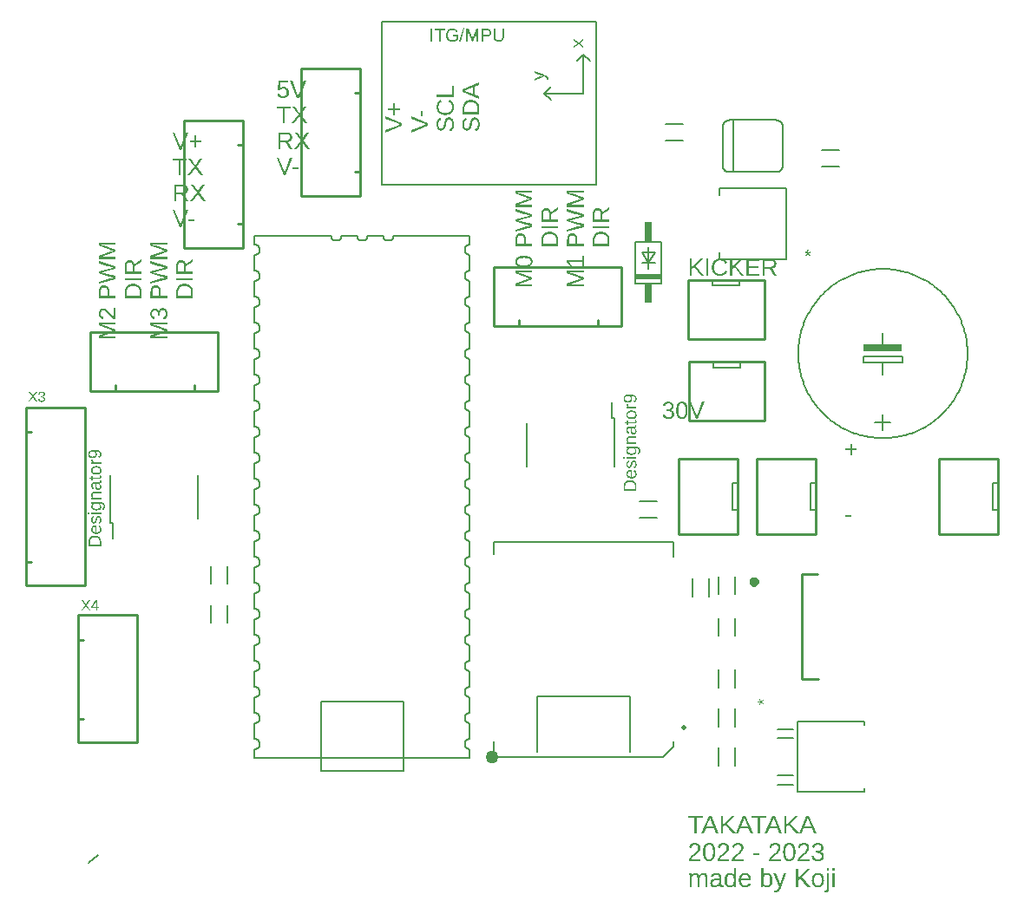
<source format=gbr>
G04 EAGLE Gerber RS-274X export*
G75*
%MOMM*%
%FSLAX34Y34*%
%LPD*%
%INSilkscreen Top*%
%IPPOS*%
%AMOC8*
5,1,8,0,0,1.08239X$1,22.5*%
G01*
G04 Define Apertures*
%ADD10C,0.152400*%
%ADD11C,0.127000*%
%ADD12R,3.810000X0.635000*%
%ADD13R,2.540000X0.508000*%
%ADD14R,0.762000X1.905000*%
%ADD15C,0.508000*%
%ADD16C,0.200000*%
%ADD17C,1.270000*%
%ADD18C,0.254000*%
%ADD19C,0.500000*%
G36*
X198725Y-355845D02*
X198358Y-355836D01*
X198003Y-355810D01*
X197659Y-355766D01*
X197327Y-355704D01*
X197006Y-355624D01*
X196698Y-355526D01*
X196400Y-355411D01*
X196115Y-355278D01*
X195841Y-355127D01*
X195578Y-354959D01*
X195327Y-354773D01*
X195088Y-354569D01*
X194860Y-354347D01*
X194644Y-354108D01*
X194440Y-353851D01*
X194247Y-353576D01*
X194066Y-353284D01*
X193896Y-352976D01*
X193738Y-352651D01*
X193592Y-352311D01*
X193458Y-351954D01*
X193335Y-351580D01*
X193224Y-351191D01*
X193124Y-350785D01*
X193037Y-350363D01*
X192961Y-349924D01*
X192896Y-349469D01*
X192844Y-348998D01*
X192803Y-348511D01*
X192774Y-348007D01*
X192756Y-347487D01*
X192750Y-346951D01*
X192773Y-345873D01*
X192801Y-345360D01*
X192841Y-344864D01*
X192892Y-344386D01*
X192955Y-343925D01*
X193028Y-343482D01*
X193114Y-343056D01*
X193210Y-342648D01*
X193318Y-342257D01*
X193437Y-341883D01*
X193568Y-341527D01*
X193710Y-341188D01*
X193863Y-340867D01*
X194028Y-340564D01*
X194204Y-340277D01*
X194392Y-340008D01*
X194594Y-339757D01*
X194808Y-339523D01*
X195036Y-339306D01*
X195277Y-339106D01*
X195532Y-338924D01*
X195799Y-338759D01*
X196079Y-338612D01*
X196373Y-338482D01*
X196680Y-338369D01*
X197000Y-338274D01*
X197333Y-338195D01*
X197680Y-338135D01*
X198040Y-338091D01*
X198412Y-338065D01*
X198798Y-338057D01*
X199174Y-338065D01*
X199537Y-338092D01*
X199888Y-338136D01*
X200226Y-338197D01*
X200551Y-338276D01*
X200864Y-338372D01*
X201165Y-338486D01*
X201453Y-338618D01*
X201728Y-338767D01*
X201991Y-338934D01*
X202242Y-339118D01*
X202480Y-339320D01*
X202705Y-339539D01*
X202918Y-339776D01*
X203119Y-340030D01*
X203307Y-340302D01*
X203483Y-340591D01*
X203648Y-340897D01*
X203801Y-341220D01*
X203943Y-341559D01*
X204074Y-341916D01*
X204193Y-342289D01*
X204301Y-342679D01*
X204397Y-343087D01*
X204482Y-343511D01*
X204556Y-343952D01*
X204619Y-344409D01*
X204670Y-344884D01*
X204738Y-345884D01*
X204761Y-346951D01*
X204755Y-347484D01*
X204737Y-348002D01*
X204707Y-348503D01*
X204665Y-348988D01*
X204611Y-349458D01*
X204546Y-349911D01*
X204468Y-350348D01*
X204379Y-350769D01*
X204277Y-351175D01*
X204164Y-351564D01*
X204039Y-351937D01*
X203901Y-352295D01*
X203752Y-352636D01*
X203591Y-352961D01*
X203418Y-353270D01*
X203233Y-353564D01*
X203037Y-353840D01*
X202829Y-354098D01*
X202609Y-354339D01*
X202379Y-354562D01*
X202137Y-354767D01*
X201883Y-354954D01*
X201619Y-355123D01*
X201342Y-355275D01*
X201055Y-355409D01*
X200756Y-355525D01*
X200446Y-355623D01*
X200124Y-355703D01*
X199792Y-355765D01*
X199447Y-355810D01*
X199092Y-355836D01*
X198725Y-355845D01*
G37*
%LPC*%
G36*
X198749Y-354042D02*
X198989Y-354035D01*
X199221Y-354015D01*
X199444Y-353981D01*
X199659Y-353933D01*
X199867Y-353872D01*
X200066Y-353797D01*
X200256Y-353709D01*
X200439Y-353606D01*
X200780Y-353361D01*
X201089Y-353062D01*
X201364Y-352708D01*
X201608Y-352300D01*
X201821Y-351835D01*
X202005Y-351312D01*
X202161Y-350731D01*
X202289Y-350092D01*
X202388Y-349394D01*
X202459Y-348638D01*
X202501Y-347824D01*
X202516Y-346951D01*
X202502Y-346048D01*
X202462Y-345209D01*
X202394Y-344435D01*
X202299Y-343725D01*
X202178Y-343079D01*
X202029Y-342498D01*
X201853Y-341981D01*
X201651Y-341529D01*
X201417Y-341135D01*
X201148Y-340793D01*
X200844Y-340504D01*
X200505Y-340268D01*
X200131Y-340084D01*
X199931Y-340012D01*
X199722Y-339953D01*
X199504Y-339907D01*
X199278Y-339874D01*
X199042Y-339854D01*
X198798Y-339848D01*
X198548Y-339854D01*
X198307Y-339874D01*
X198075Y-339906D01*
X197852Y-339951D01*
X197638Y-340010D01*
X197432Y-340081D01*
X197049Y-340262D01*
X196701Y-340495D01*
X196389Y-340779D01*
X196113Y-341116D01*
X195872Y-341504D01*
X195664Y-341951D01*
X195483Y-342466D01*
X195330Y-343046D01*
X195205Y-343694D01*
X195108Y-344408D01*
X195039Y-345189D01*
X194997Y-346037D01*
X194983Y-346951D01*
X194997Y-347840D01*
X195039Y-348668D01*
X195110Y-349434D01*
X195208Y-350138D01*
X195335Y-350780D01*
X195490Y-351361D01*
X195673Y-351880D01*
X195885Y-352337D01*
X196127Y-352736D01*
X196402Y-353083D01*
X196710Y-353376D01*
X197052Y-353616D01*
X197426Y-353802D01*
X197626Y-353875D01*
X197834Y-353935D01*
X198051Y-353982D01*
X198275Y-354015D01*
X198508Y-354035D01*
X198749Y-354042D01*
G37*
%LPD*%
G36*
X276912Y-355845D02*
X276545Y-355836D01*
X276190Y-355810D01*
X275847Y-355766D01*
X275514Y-355704D01*
X275194Y-355624D01*
X274885Y-355526D01*
X274588Y-355411D01*
X274302Y-355278D01*
X274028Y-355127D01*
X273766Y-354959D01*
X273515Y-354773D01*
X273276Y-354569D01*
X273048Y-354347D01*
X272832Y-354108D01*
X272627Y-353851D01*
X272434Y-353576D01*
X272253Y-353284D01*
X272084Y-352976D01*
X271926Y-352651D01*
X271780Y-352311D01*
X271645Y-351954D01*
X271522Y-351580D01*
X271411Y-351191D01*
X271312Y-350785D01*
X271224Y-350363D01*
X271148Y-349924D01*
X271084Y-349469D01*
X271031Y-348998D01*
X270990Y-348511D01*
X270961Y-348007D01*
X270944Y-347487D01*
X270938Y-346951D01*
X270960Y-345873D01*
X270989Y-345360D01*
X271029Y-344864D01*
X271080Y-344386D01*
X271142Y-343925D01*
X271216Y-343482D01*
X271301Y-343056D01*
X271398Y-342648D01*
X271506Y-342257D01*
X271625Y-341883D01*
X271755Y-341527D01*
X271897Y-341188D01*
X272051Y-340867D01*
X272215Y-340564D01*
X272391Y-340277D01*
X272580Y-340008D01*
X272781Y-339757D01*
X272996Y-339523D01*
X273224Y-339306D01*
X273465Y-339106D01*
X273719Y-338924D01*
X273986Y-338759D01*
X274267Y-338612D01*
X274561Y-338482D01*
X274868Y-338369D01*
X275188Y-338274D01*
X275521Y-338195D01*
X275867Y-338135D01*
X276227Y-338091D01*
X276600Y-338065D01*
X276986Y-338057D01*
X277361Y-338065D01*
X277725Y-338092D01*
X278075Y-338136D01*
X278413Y-338197D01*
X278739Y-338276D01*
X279052Y-338372D01*
X279352Y-338486D01*
X279640Y-338618D01*
X279916Y-338767D01*
X280179Y-338934D01*
X280429Y-339118D01*
X280667Y-339320D01*
X280893Y-339539D01*
X281106Y-339776D01*
X281306Y-340030D01*
X281494Y-340302D01*
X281670Y-340591D01*
X281835Y-340897D01*
X281988Y-341220D01*
X282130Y-341559D01*
X282261Y-341916D01*
X282380Y-342289D01*
X282488Y-342679D01*
X282585Y-343087D01*
X282670Y-343511D01*
X282744Y-343952D01*
X282806Y-344409D01*
X282857Y-344884D01*
X282925Y-345884D01*
X282948Y-346951D01*
X282942Y-347484D01*
X282924Y-348002D01*
X282894Y-348503D01*
X282853Y-348988D01*
X282799Y-349458D01*
X282733Y-349911D01*
X282656Y-350348D01*
X282566Y-350769D01*
X282465Y-351175D01*
X282352Y-351564D01*
X282226Y-351937D01*
X282089Y-352295D01*
X281940Y-352636D01*
X281779Y-352961D01*
X281606Y-353270D01*
X281421Y-353564D01*
X281224Y-353840D01*
X281016Y-354098D01*
X280797Y-354339D01*
X280566Y-354562D01*
X280324Y-354767D01*
X280071Y-354954D01*
X279806Y-355123D01*
X279530Y-355275D01*
X279242Y-355409D01*
X278944Y-355525D01*
X278633Y-355623D01*
X278312Y-355703D01*
X277979Y-355765D01*
X277635Y-355810D01*
X277279Y-355836D01*
X276912Y-355845D01*
G37*
%LPC*%
G36*
X276937Y-354042D02*
X277177Y-354035D01*
X277408Y-354015D01*
X277632Y-353981D01*
X277847Y-353933D01*
X278054Y-353872D01*
X278253Y-353797D01*
X278444Y-353709D01*
X278627Y-353606D01*
X278968Y-353361D01*
X279276Y-353062D01*
X279552Y-352708D01*
X279795Y-352300D01*
X280008Y-351835D01*
X280192Y-351312D01*
X280348Y-350731D01*
X280476Y-350092D01*
X280575Y-349394D01*
X280646Y-348638D01*
X280689Y-347824D01*
X280703Y-346951D01*
X280690Y-346048D01*
X280649Y-345209D01*
X280581Y-344435D01*
X280487Y-343725D01*
X280365Y-343079D01*
X280217Y-342498D01*
X280041Y-341981D01*
X279838Y-341529D01*
X279604Y-341135D01*
X279336Y-340793D01*
X279032Y-340504D01*
X278693Y-340268D01*
X278319Y-340084D01*
X278118Y-340012D01*
X277909Y-339953D01*
X277692Y-339907D01*
X277465Y-339874D01*
X277230Y-339854D01*
X276986Y-339848D01*
X276736Y-339854D01*
X276495Y-339874D01*
X276262Y-339906D01*
X276039Y-339951D01*
X275825Y-340010D01*
X275620Y-340081D01*
X275236Y-340262D01*
X274888Y-340495D01*
X274576Y-340779D01*
X274300Y-341116D01*
X274060Y-341504D01*
X273851Y-341951D01*
X273671Y-342466D01*
X273518Y-343046D01*
X273393Y-343694D01*
X273296Y-344408D01*
X273226Y-345189D01*
X273184Y-346037D01*
X273170Y-346951D01*
X273185Y-347840D01*
X273227Y-348668D01*
X273297Y-349434D01*
X273396Y-350138D01*
X273523Y-350780D01*
X273678Y-351361D01*
X273861Y-351880D01*
X274072Y-352337D01*
X274314Y-352736D01*
X274589Y-353083D01*
X274898Y-353376D01*
X275239Y-353616D01*
X275614Y-353802D01*
X275814Y-353875D01*
X276022Y-353935D01*
X276238Y-353982D01*
X276463Y-354015D01*
X276696Y-354035D01*
X276937Y-354042D01*
G37*
%LPD*%
G36*
X193747Y-328930D02*
X191318Y-328930D01*
X198372Y-311644D01*
X201034Y-311644D01*
X207978Y-328930D01*
X205586Y-328930D01*
X203610Y-323876D01*
X195734Y-323876D01*
X193747Y-328930D01*
G37*
%LPC*%
G36*
X202911Y-322048D02*
X200691Y-316343D01*
X200347Y-315441D01*
X200004Y-314429D01*
X199672Y-313411D01*
X199562Y-313754D01*
X199182Y-314917D01*
X198654Y-316368D01*
X196446Y-322048D01*
X202911Y-322048D01*
G37*
%LPD*%
G36*
X227247Y-328930D02*
X224818Y-328930D01*
X231872Y-311644D01*
X234534Y-311644D01*
X241478Y-328930D01*
X239086Y-328930D01*
X237110Y-323876D01*
X229234Y-323876D01*
X227247Y-328930D01*
G37*
%LPC*%
G36*
X236411Y-322048D02*
X234191Y-316343D01*
X233847Y-315441D01*
X233504Y-314429D01*
X233172Y-313411D01*
X233062Y-313754D01*
X232682Y-314917D01*
X232154Y-316368D01*
X229946Y-322048D01*
X236411Y-322048D01*
G37*
%LPD*%
G36*
X255591Y-328930D02*
X253162Y-328930D01*
X260216Y-311644D01*
X262878Y-311644D01*
X269822Y-328930D01*
X267429Y-328930D01*
X265454Y-323876D01*
X257578Y-323876D01*
X255591Y-328930D01*
G37*
%LPC*%
G36*
X264755Y-322048D02*
X262534Y-316343D01*
X262191Y-315441D01*
X261847Y-314429D01*
X261516Y-313411D01*
X261406Y-313754D01*
X261025Y-314917D01*
X260498Y-316368D01*
X258290Y-322048D01*
X264755Y-322048D01*
G37*
%LPD*%
G36*
X289091Y-328930D02*
X286662Y-328930D01*
X293716Y-311644D01*
X296378Y-311644D01*
X303322Y-328930D01*
X300929Y-328930D01*
X298954Y-323876D01*
X291078Y-323876D01*
X289091Y-328930D01*
G37*
%LPC*%
G36*
X298255Y-322048D02*
X296034Y-316343D01*
X295691Y-315441D01*
X295347Y-314429D01*
X295016Y-313411D01*
X294906Y-313754D01*
X294525Y-314917D01*
X293998Y-316368D01*
X291790Y-322048D01*
X298255Y-322048D01*
G37*
%LPD*%
G36*
X212423Y-328930D02*
X210080Y-328930D01*
X210080Y-311644D01*
X212423Y-311644D01*
X212423Y-320306D01*
X220753Y-311644D01*
X223513Y-311644D01*
X216152Y-319152D01*
X224495Y-328930D01*
X221587Y-328930D01*
X214680Y-320588D01*
X212423Y-322305D01*
X212423Y-328930D01*
G37*
G36*
X274267Y-328930D02*
X271924Y-328930D01*
X271924Y-311644D01*
X274267Y-311644D01*
X274267Y-320306D01*
X282597Y-311644D01*
X285357Y-311644D01*
X277996Y-319152D01*
X286339Y-328930D01*
X283431Y-328930D01*
X276524Y-320588D01*
X274267Y-322305D01*
X274267Y-328930D01*
G37*
G36*
X304899Y-355845D02*
X304259Y-355827D01*
X303652Y-355771D01*
X303079Y-355679D01*
X302539Y-355549D01*
X302032Y-355383D01*
X301558Y-355179D01*
X301117Y-354939D01*
X300709Y-354662D01*
X300338Y-354348D01*
X300007Y-353999D01*
X299715Y-353614D01*
X299463Y-353194D01*
X299250Y-352738D01*
X299077Y-352247D01*
X298944Y-351721D01*
X298851Y-351159D01*
X301133Y-350950D01*
X301199Y-351322D01*
X301288Y-351669D01*
X301399Y-351993D01*
X301534Y-352292D01*
X301690Y-352568D01*
X301869Y-352819D01*
X302071Y-353047D01*
X302295Y-353251D01*
X302542Y-353430D01*
X302811Y-353586D01*
X303102Y-353718D01*
X303417Y-353826D01*
X303753Y-353910D01*
X304113Y-353970D01*
X304494Y-354005D01*
X304899Y-354017D01*
X305305Y-354005D01*
X305688Y-353966D01*
X306049Y-353902D01*
X306388Y-353812D01*
X306704Y-353696D01*
X306998Y-353555D01*
X307269Y-353388D01*
X307518Y-353195D01*
X307741Y-352978D01*
X307934Y-352735D01*
X308097Y-352467D01*
X308231Y-352174D01*
X308335Y-351857D01*
X308409Y-351514D01*
X308454Y-351147D01*
X308469Y-350754D01*
X308452Y-350411D01*
X308401Y-350087D01*
X308316Y-349783D01*
X308197Y-349498D01*
X308045Y-349233D01*
X307858Y-348986D01*
X307638Y-348760D01*
X307383Y-348552D01*
X307097Y-348367D01*
X306780Y-348206D01*
X306433Y-348070D01*
X306057Y-347959D01*
X305650Y-347872D01*
X305213Y-347810D01*
X304746Y-347773D01*
X304249Y-347761D01*
X302997Y-347761D01*
X302997Y-345847D01*
X304200Y-345847D01*
X304641Y-345835D01*
X305056Y-345797D01*
X305447Y-345736D01*
X305811Y-345649D01*
X306150Y-345538D01*
X306464Y-345402D01*
X306752Y-345241D01*
X307015Y-345056D01*
X307249Y-344848D01*
X307452Y-344622D01*
X307624Y-344377D01*
X307765Y-344113D01*
X307874Y-343829D01*
X307952Y-343527D01*
X307999Y-343206D01*
X308015Y-342866D01*
X308002Y-342528D01*
X307964Y-342209D01*
X307900Y-341908D01*
X307811Y-341625D01*
X307696Y-341361D01*
X307556Y-341114D01*
X307390Y-340886D01*
X307199Y-340676D01*
X306983Y-340488D01*
X306742Y-340324D01*
X306476Y-340186D01*
X306185Y-340073D01*
X305870Y-339985D01*
X305530Y-339923D01*
X305166Y-339885D01*
X304776Y-339872D01*
X304420Y-339884D01*
X304081Y-339919D01*
X303760Y-339978D01*
X303456Y-340059D01*
X303169Y-340165D01*
X302900Y-340293D01*
X302649Y-340445D01*
X302415Y-340621D01*
X302201Y-340817D01*
X302011Y-341033D01*
X301844Y-341268D01*
X301701Y-341522D01*
X301582Y-341796D01*
X301486Y-342088D01*
X301414Y-342400D01*
X301366Y-342731D01*
X299145Y-342559D01*
X299226Y-342043D01*
X299347Y-341556D01*
X299508Y-341098D01*
X299708Y-340670D01*
X299948Y-340270D01*
X300227Y-339900D01*
X300547Y-339559D01*
X300906Y-339247D01*
X301298Y-338968D01*
X301717Y-338726D01*
X302164Y-338522D01*
X302637Y-338354D01*
X303137Y-338224D01*
X303665Y-338131D01*
X304219Y-338075D01*
X304801Y-338057D01*
X305433Y-338076D01*
X306029Y-338132D01*
X306588Y-338227D01*
X307112Y-338359D01*
X307599Y-338529D01*
X308050Y-338736D01*
X308465Y-338982D01*
X308843Y-339265D01*
X309181Y-339582D01*
X309474Y-339929D01*
X309721Y-340305D01*
X309924Y-340711D01*
X310082Y-341147D01*
X310194Y-341613D01*
X310262Y-342108D01*
X310284Y-342633D01*
X310270Y-343037D01*
X310227Y-343422D01*
X310154Y-343788D01*
X310053Y-344134D01*
X309923Y-344461D01*
X309763Y-344768D01*
X309575Y-345057D01*
X309358Y-345326D01*
X309114Y-345574D01*
X308843Y-345802D01*
X308545Y-346009D01*
X308222Y-346195D01*
X307872Y-346360D01*
X307496Y-346504D01*
X307094Y-346628D01*
X306665Y-346730D01*
X306665Y-346779D01*
X307137Y-346845D01*
X307581Y-346939D01*
X307998Y-347060D01*
X308389Y-347209D01*
X308753Y-347385D01*
X309090Y-347589D01*
X309400Y-347821D01*
X309683Y-348080D01*
X309936Y-348361D01*
X310156Y-348661D01*
X310341Y-348978D01*
X310493Y-349313D01*
X310611Y-349665D01*
X310695Y-350035D01*
X310746Y-350423D01*
X310763Y-350828D01*
X310757Y-351123D01*
X310739Y-351409D01*
X310668Y-351956D01*
X310549Y-352470D01*
X310383Y-352950D01*
X310169Y-353396D01*
X309907Y-353809D01*
X309598Y-354188D01*
X309242Y-354533D01*
X308841Y-354840D01*
X308400Y-355107D01*
X307918Y-355333D01*
X307395Y-355517D01*
X306832Y-355661D01*
X306228Y-355763D01*
X305584Y-355825D01*
X304899Y-355845D01*
G37*
G36*
X190510Y-355600D02*
X179064Y-355600D01*
X179064Y-354042D01*
X179394Y-353345D01*
X179758Y-352691D01*
X180157Y-352079D01*
X180591Y-351509D01*
X181048Y-350973D01*
X181516Y-350463D01*
X181995Y-349979D01*
X182486Y-349521D01*
X183476Y-348664D01*
X184455Y-347871D01*
X185383Y-347111D01*
X186216Y-346350D01*
X186590Y-345965D01*
X186926Y-345571D01*
X187225Y-345168D01*
X187486Y-344755D01*
X187599Y-344543D01*
X187698Y-344324D01*
X187781Y-344098D01*
X187849Y-343866D01*
X187902Y-343626D01*
X187940Y-343380D01*
X187963Y-343126D01*
X187970Y-342866D01*
X187957Y-342520D01*
X187918Y-342194D01*
X187853Y-341888D01*
X187762Y-341602D01*
X187644Y-341336D01*
X187501Y-341090D01*
X187332Y-340864D01*
X187136Y-340658D01*
X186917Y-340474D01*
X186678Y-340314D01*
X186419Y-340179D01*
X186139Y-340069D01*
X185839Y-339983D01*
X185519Y-339921D01*
X185178Y-339885D01*
X184817Y-339872D01*
X184472Y-339884D01*
X184143Y-339920D01*
X183829Y-339980D01*
X183531Y-340064D01*
X183248Y-340172D01*
X182981Y-340304D01*
X182729Y-340459D01*
X182493Y-340639D01*
X182276Y-340840D01*
X182083Y-341061D01*
X181913Y-341301D01*
X181767Y-341561D01*
X181645Y-341840D01*
X181546Y-342138D01*
X181471Y-342455D01*
X181419Y-342792D01*
X179162Y-342584D01*
X179243Y-342079D01*
X179364Y-341600D01*
X179524Y-341148D01*
X179725Y-340722D01*
X179964Y-340323D01*
X180244Y-339950D01*
X180563Y-339603D01*
X180922Y-339284D01*
X181315Y-338996D01*
X181734Y-338747D01*
X182180Y-338536D01*
X182654Y-338363D01*
X183154Y-338229D01*
X183681Y-338133D01*
X184236Y-338076D01*
X184817Y-338057D01*
X185452Y-338076D01*
X186048Y-338134D01*
X186607Y-338230D01*
X187128Y-338365D01*
X187612Y-338538D01*
X188057Y-338750D01*
X188465Y-339001D01*
X188835Y-339290D01*
X189164Y-339614D01*
X189450Y-339971D01*
X189691Y-340360D01*
X189889Y-340782D01*
X190042Y-341236D01*
X190152Y-341722D01*
X190218Y-342241D01*
X190240Y-342792D01*
X190233Y-343043D01*
X190211Y-343294D01*
X190175Y-343545D01*
X190125Y-343795D01*
X189981Y-344294D01*
X189780Y-344792D01*
X189522Y-345289D01*
X189208Y-345786D01*
X188838Y-346282D01*
X188412Y-346779D01*
X187854Y-347344D01*
X187090Y-348046D01*
X186119Y-348884D01*
X184940Y-349859D01*
X184271Y-350421D01*
X183673Y-350955D01*
X183148Y-351461D01*
X182695Y-351938D01*
X182307Y-352397D01*
X181977Y-352847D01*
X181706Y-353289D01*
X181493Y-353723D01*
X190510Y-353723D01*
X190510Y-355600D01*
G37*
G36*
X218447Y-355600D02*
X207001Y-355600D01*
X207001Y-354042D01*
X207331Y-353345D01*
X207696Y-352691D01*
X208095Y-352079D01*
X208528Y-351509D01*
X208985Y-350973D01*
X209453Y-350463D01*
X209933Y-349979D01*
X210424Y-349521D01*
X211413Y-348664D01*
X212393Y-347871D01*
X213321Y-347111D01*
X214153Y-346350D01*
X214527Y-345965D01*
X214863Y-345571D01*
X215162Y-345168D01*
X215423Y-344755D01*
X215537Y-344543D01*
X215635Y-344324D01*
X215718Y-344098D01*
X215787Y-343866D01*
X215840Y-343626D01*
X215877Y-343380D01*
X215900Y-343126D01*
X215908Y-342866D01*
X215895Y-342520D01*
X215856Y-342194D01*
X215790Y-341888D01*
X215699Y-341602D01*
X215582Y-341336D01*
X215438Y-341090D01*
X215269Y-340864D01*
X215073Y-340658D01*
X214855Y-340474D01*
X214616Y-340314D01*
X214356Y-340179D01*
X214077Y-340069D01*
X213777Y-339983D01*
X213456Y-339921D01*
X213116Y-339885D01*
X212755Y-339872D01*
X212410Y-339884D01*
X212080Y-339920D01*
X211767Y-339980D01*
X211468Y-340064D01*
X211185Y-340172D01*
X210918Y-340304D01*
X210666Y-340459D01*
X210430Y-340639D01*
X210213Y-340840D01*
X210020Y-341061D01*
X209851Y-341301D01*
X209705Y-341561D01*
X209582Y-341840D01*
X209483Y-342138D01*
X209408Y-342455D01*
X209357Y-342792D01*
X207099Y-342584D01*
X207180Y-342079D01*
X207301Y-341600D01*
X207462Y-341148D01*
X207662Y-340722D01*
X207902Y-340323D01*
X208182Y-339950D01*
X208501Y-339603D01*
X208860Y-339284D01*
X209252Y-338996D01*
X209671Y-338747D01*
X210118Y-338536D01*
X210591Y-338363D01*
X211091Y-338229D01*
X211619Y-338133D01*
X212173Y-338076D01*
X212755Y-338057D01*
X213389Y-338076D01*
X213986Y-338134D01*
X214545Y-338230D01*
X215066Y-338365D01*
X215549Y-338538D01*
X215995Y-338750D01*
X216403Y-339001D01*
X216773Y-339290D01*
X217102Y-339614D01*
X217387Y-339971D01*
X217629Y-340360D01*
X217826Y-340782D01*
X217980Y-341236D01*
X218090Y-341722D01*
X218155Y-342241D01*
X218177Y-342792D01*
X218170Y-343043D01*
X218149Y-343294D01*
X218113Y-343545D01*
X218062Y-343795D01*
X217919Y-344294D01*
X217717Y-344792D01*
X217459Y-345289D01*
X217145Y-345786D01*
X216775Y-346282D01*
X216349Y-346779D01*
X215792Y-347344D01*
X215027Y-348046D01*
X214056Y-348884D01*
X212878Y-349859D01*
X212208Y-350421D01*
X211611Y-350955D01*
X211086Y-351461D01*
X210632Y-351938D01*
X210244Y-352397D01*
X209915Y-352847D01*
X209643Y-353289D01*
X209430Y-353723D01*
X218447Y-353723D01*
X218447Y-355600D01*
G37*
G36*
X232416Y-355600D02*
X220970Y-355600D01*
X220970Y-354042D01*
X221300Y-353345D01*
X221665Y-352691D01*
X222064Y-352079D01*
X222497Y-351509D01*
X222954Y-350973D01*
X223422Y-350463D01*
X223902Y-349979D01*
X224393Y-349521D01*
X225382Y-348664D01*
X226362Y-347871D01*
X227289Y-347111D01*
X228122Y-346350D01*
X228496Y-345965D01*
X228832Y-345571D01*
X229131Y-345168D01*
X229392Y-344755D01*
X229505Y-344543D01*
X229604Y-344324D01*
X229687Y-344098D01*
X229755Y-343866D01*
X229808Y-343626D01*
X229846Y-343380D01*
X229869Y-343126D01*
X229876Y-342866D01*
X229863Y-342520D01*
X229824Y-342194D01*
X229759Y-341888D01*
X229668Y-341602D01*
X229551Y-341336D01*
X229407Y-341090D01*
X229238Y-340864D01*
X229042Y-340658D01*
X228824Y-340474D01*
X228584Y-340314D01*
X228325Y-340179D01*
X228045Y-340069D01*
X227745Y-339983D01*
X227425Y-339921D01*
X227085Y-339885D01*
X226724Y-339872D01*
X226379Y-339884D01*
X226049Y-339920D01*
X225735Y-339980D01*
X225437Y-340064D01*
X225154Y-340172D01*
X224887Y-340304D01*
X224635Y-340459D01*
X224399Y-340639D01*
X224182Y-340840D01*
X223989Y-341061D01*
X223819Y-341301D01*
X223673Y-341561D01*
X223551Y-341840D01*
X223452Y-342138D01*
X223377Y-342455D01*
X223325Y-342792D01*
X221068Y-342584D01*
X221149Y-342079D01*
X221270Y-341600D01*
X221431Y-341148D01*
X221631Y-340722D01*
X221871Y-340323D01*
X222150Y-339950D01*
X222470Y-339603D01*
X222828Y-339284D01*
X223221Y-338996D01*
X223640Y-338747D01*
X224086Y-338536D01*
X224560Y-338363D01*
X225060Y-338229D01*
X225588Y-338133D01*
X226142Y-338076D01*
X226724Y-338057D01*
X227358Y-338076D01*
X227955Y-338134D01*
X228513Y-338230D01*
X229035Y-338365D01*
X229518Y-338538D01*
X229964Y-338750D01*
X230371Y-339001D01*
X230741Y-339290D01*
X231071Y-339614D01*
X231356Y-339971D01*
X231597Y-340360D01*
X231795Y-340782D01*
X231949Y-341236D01*
X232058Y-341722D01*
X232124Y-342241D01*
X232146Y-342792D01*
X232139Y-343043D01*
X232117Y-343294D01*
X232081Y-343545D01*
X232031Y-343795D01*
X231887Y-344294D01*
X231686Y-344792D01*
X231428Y-345289D01*
X231114Y-345786D01*
X230744Y-346282D01*
X230318Y-346779D01*
X229761Y-347344D01*
X228996Y-348046D01*
X228025Y-348884D01*
X226846Y-349859D01*
X226177Y-350421D01*
X225580Y-350955D01*
X225054Y-351461D01*
X224601Y-351938D01*
X224213Y-352397D01*
X223884Y-352847D01*
X223612Y-353289D01*
X223399Y-353723D01*
X232416Y-353723D01*
X232416Y-355600D01*
G37*
G36*
X268697Y-355600D02*
X257251Y-355600D01*
X257251Y-354042D01*
X257581Y-353345D01*
X257946Y-352691D01*
X258345Y-352079D01*
X258778Y-351509D01*
X259235Y-350973D01*
X259703Y-350463D01*
X260183Y-349979D01*
X260674Y-349521D01*
X261663Y-348664D01*
X262643Y-347871D01*
X263571Y-347111D01*
X264403Y-346350D01*
X264777Y-345965D01*
X265113Y-345571D01*
X265412Y-345168D01*
X265673Y-344755D01*
X265787Y-344543D01*
X265885Y-344324D01*
X265968Y-344098D01*
X266037Y-343866D01*
X266090Y-343626D01*
X266127Y-343380D01*
X266150Y-343126D01*
X266158Y-342866D01*
X266145Y-342520D01*
X266106Y-342194D01*
X266040Y-341888D01*
X265949Y-341602D01*
X265832Y-341336D01*
X265688Y-341090D01*
X265519Y-340864D01*
X265323Y-340658D01*
X265105Y-340474D01*
X264866Y-340314D01*
X264606Y-340179D01*
X264327Y-340069D01*
X264027Y-339983D01*
X263706Y-339921D01*
X263366Y-339885D01*
X263005Y-339872D01*
X262660Y-339884D01*
X262330Y-339920D01*
X262017Y-339980D01*
X261718Y-340064D01*
X261435Y-340172D01*
X261168Y-340304D01*
X260916Y-340459D01*
X260680Y-340639D01*
X260463Y-340840D01*
X260270Y-341061D01*
X260101Y-341301D01*
X259955Y-341561D01*
X259832Y-341840D01*
X259733Y-342138D01*
X259658Y-342455D01*
X259607Y-342792D01*
X257349Y-342584D01*
X257430Y-342079D01*
X257551Y-341600D01*
X257712Y-341148D01*
X257912Y-340722D01*
X258152Y-340323D01*
X258432Y-339950D01*
X258751Y-339603D01*
X259110Y-339284D01*
X259502Y-338996D01*
X259921Y-338747D01*
X260368Y-338536D01*
X260841Y-338363D01*
X261341Y-338229D01*
X261869Y-338133D01*
X262423Y-338076D01*
X263005Y-338057D01*
X263639Y-338076D01*
X264236Y-338134D01*
X264795Y-338230D01*
X265316Y-338365D01*
X265799Y-338538D01*
X266245Y-338750D01*
X266653Y-339001D01*
X267023Y-339290D01*
X267352Y-339614D01*
X267637Y-339971D01*
X267879Y-340360D01*
X268076Y-340782D01*
X268230Y-341236D01*
X268340Y-341722D01*
X268405Y-342241D01*
X268427Y-342792D01*
X268420Y-343043D01*
X268399Y-343294D01*
X268363Y-343545D01*
X268312Y-343795D01*
X268169Y-344294D01*
X267967Y-344792D01*
X267709Y-345289D01*
X267395Y-345786D01*
X267025Y-346282D01*
X266599Y-346779D01*
X266042Y-347344D01*
X265277Y-348046D01*
X264306Y-348884D01*
X263128Y-349859D01*
X262458Y-350421D01*
X261861Y-350955D01*
X261336Y-351461D01*
X260882Y-351938D01*
X260494Y-352397D01*
X260165Y-352847D01*
X259893Y-353289D01*
X259680Y-353723D01*
X268697Y-353723D01*
X268697Y-355600D01*
G37*
G36*
X296635Y-355600D02*
X285189Y-355600D01*
X285189Y-354042D01*
X285519Y-353345D01*
X285883Y-352691D01*
X286282Y-352079D01*
X286716Y-351509D01*
X287173Y-350973D01*
X287641Y-350463D01*
X288120Y-349979D01*
X288611Y-349521D01*
X289601Y-348664D01*
X290580Y-347871D01*
X291508Y-347111D01*
X292341Y-346350D01*
X292715Y-345965D01*
X293051Y-345571D01*
X293350Y-345168D01*
X293611Y-344755D01*
X293724Y-344543D01*
X293823Y-344324D01*
X293906Y-344098D01*
X293974Y-343866D01*
X294027Y-343626D01*
X294065Y-343380D01*
X294088Y-343126D01*
X294095Y-342866D01*
X294082Y-342520D01*
X294043Y-342194D01*
X293978Y-341888D01*
X293887Y-341602D01*
X293769Y-341336D01*
X293626Y-341090D01*
X293457Y-340864D01*
X293261Y-340658D01*
X293042Y-340474D01*
X292803Y-340314D01*
X292544Y-340179D01*
X292264Y-340069D01*
X291964Y-339983D01*
X291644Y-339921D01*
X291303Y-339885D01*
X290942Y-339872D01*
X290597Y-339884D01*
X290268Y-339920D01*
X289954Y-339980D01*
X289656Y-340064D01*
X289373Y-340172D01*
X289106Y-340304D01*
X288854Y-340459D01*
X288618Y-340639D01*
X288401Y-340840D01*
X288208Y-341061D01*
X288038Y-341301D01*
X287892Y-341561D01*
X287770Y-341840D01*
X287671Y-342138D01*
X287596Y-342455D01*
X287544Y-342792D01*
X285287Y-342584D01*
X285368Y-342079D01*
X285489Y-341600D01*
X285649Y-341148D01*
X285850Y-340722D01*
X286089Y-340323D01*
X286369Y-339950D01*
X286688Y-339603D01*
X287047Y-339284D01*
X287440Y-338996D01*
X287859Y-338747D01*
X288305Y-338536D01*
X288779Y-338363D01*
X289279Y-338229D01*
X289806Y-338133D01*
X290361Y-338076D01*
X290942Y-338057D01*
X291577Y-338076D01*
X292173Y-338134D01*
X292732Y-338230D01*
X293253Y-338365D01*
X293737Y-338538D01*
X294182Y-338750D01*
X294590Y-339001D01*
X294960Y-339290D01*
X295289Y-339614D01*
X295575Y-339971D01*
X295816Y-340360D01*
X296014Y-340782D01*
X296167Y-341236D01*
X296277Y-341722D01*
X296343Y-342241D01*
X296365Y-342792D01*
X296358Y-343043D01*
X296336Y-343294D01*
X296300Y-343545D01*
X296250Y-343795D01*
X296106Y-344294D01*
X295905Y-344792D01*
X295647Y-345289D01*
X295333Y-345786D01*
X294963Y-346282D01*
X294537Y-346779D01*
X293979Y-347344D01*
X293215Y-348046D01*
X292244Y-348884D01*
X291065Y-349859D01*
X290396Y-350421D01*
X289798Y-350955D01*
X289273Y-351461D01*
X288820Y-351938D01*
X288432Y-352397D01*
X288102Y-352847D01*
X287831Y-353289D01*
X287618Y-353723D01*
X296635Y-353723D01*
X296635Y-355600D01*
G37*
G36*
X186633Y-328930D02*
X184302Y-328930D01*
X184302Y-313558D01*
X178364Y-313558D01*
X178364Y-311644D01*
X192571Y-311644D01*
X192571Y-313558D01*
X186633Y-313558D01*
X186633Y-328930D01*
G37*
G36*
X248477Y-328930D02*
X246146Y-328930D01*
X246146Y-313558D01*
X240208Y-313558D01*
X240208Y-311644D01*
X254415Y-311644D01*
X254415Y-313558D01*
X248477Y-313558D01*
X248477Y-328930D01*
G37*
G36*
X247894Y-349908D02*
X241760Y-349908D01*
X241760Y-347945D01*
X247894Y-347945D01*
X247894Y-349908D01*
G37*
G36*
X255648Y-381245D02*
X255279Y-381237D01*
X254925Y-381211D01*
X254588Y-381169D01*
X254266Y-381109D01*
X253961Y-381032D01*
X253671Y-380938D01*
X253397Y-380827D01*
X253139Y-380699D01*
X252895Y-380553D01*
X252663Y-380385D01*
X252442Y-380196D01*
X252233Y-379986D01*
X252036Y-379756D01*
X251850Y-379504D01*
X251676Y-379232D01*
X251514Y-378939D01*
X251489Y-378939D01*
X251477Y-379419D01*
X251440Y-380098D01*
X251397Y-380713D01*
X251367Y-381000D01*
X249232Y-381000D01*
X249264Y-380581D01*
X249287Y-379985D01*
X249305Y-378264D01*
X249305Y-362794D01*
X251514Y-362794D01*
X251514Y-367984D01*
X251501Y-368852D01*
X251465Y-369861D01*
X251514Y-369861D01*
X251673Y-369553D01*
X251845Y-369268D01*
X252030Y-369006D01*
X252227Y-368766D01*
X252436Y-368549D01*
X252658Y-368354D01*
X252892Y-368182D01*
X253139Y-368033D01*
X253400Y-367903D01*
X253676Y-367791D01*
X253966Y-367696D01*
X254273Y-367619D01*
X254594Y-367558D01*
X254930Y-367515D01*
X255281Y-367489D01*
X255648Y-367481D01*
X255957Y-367487D01*
X256256Y-367507D01*
X256544Y-367540D01*
X256822Y-367586D01*
X257090Y-367646D01*
X257347Y-367719D01*
X257594Y-367805D01*
X257830Y-367904D01*
X258056Y-368016D01*
X258272Y-368142D01*
X258477Y-368281D01*
X258672Y-368433D01*
X258856Y-368598D01*
X259030Y-368777D01*
X259347Y-369174D01*
X259624Y-369624D01*
X259865Y-370129D01*
X260068Y-370688D01*
X260235Y-371302D01*
X260364Y-371970D01*
X260457Y-372693D01*
X260512Y-373470D01*
X260531Y-374302D01*
X260512Y-375143D01*
X260454Y-375929D01*
X260359Y-376661D01*
X260226Y-377340D01*
X260054Y-377963D01*
X259844Y-378533D01*
X259596Y-379048D01*
X259310Y-379509D01*
X258986Y-379916D01*
X258623Y-380269D01*
X258428Y-380425D01*
X258223Y-380567D01*
X258008Y-380696D01*
X257784Y-380811D01*
X257551Y-380913D01*
X257307Y-381001D01*
X257055Y-381076D01*
X256792Y-381137D01*
X256521Y-381184D01*
X256239Y-381218D01*
X255948Y-381239D01*
X255648Y-381245D01*
G37*
%LPC*%
G36*
X255059Y-379614D02*
X255462Y-379594D01*
X255836Y-379537D01*
X256180Y-379440D01*
X256496Y-379306D01*
X256783Y-379132D01*
X257041Y-378920D01*
X257270Y-378670D01*
X257470Y-378381D01*
X257644Y-378049D01*
X257795Y-377668D01*
X257922Y-377240D01*
X258027Y-376763D01*
X258108Y-376238D01*
X258166Y-375665D01*
X258201Y-375044D01*
X258212Y-374375D01*
X258201Y-373704D01*
X258166Y-373082D01*
X258109Y-372509D01*
X258028Y-371986D01*
X257925Y-371512D01*
X257798Y-371088D01*
X257649Y-370713D01*
X257476Y-370388D01*
X257278Y-370106D01*
X257050Y-369862D01*
X256795Y-369656D01*
X256510Y-369486D01*
X256197Y-369355D01*
X255854Y-369261D01*
X255483Y-369205D01*
X255084Y-369186D01*
X254633Y-369206D01*
X254215Y-369266D01*
X253828Y-369365D01*
X253472Y-369505D01*
X253148Y-369684D01*
X252856Y-369904D01*
X252595Y-370163D01*
X252366Y-370462D01*
X252167Y-370804D01*
X251993Y-371193D01*
X251847Y-371629D01*
X251727Y-372112D01*
X251634Y-372641D01*
X251567Y-373217D01*
X251527Y-373840D01*
X251514Y-374510D01*
X251527Y-375142D01*
X251566Y-375731D01*
X251631Y-376278D01*
X251722Y-376781D01*
X251840Y-377242D01*
X251983Y-377660D01*
X252152Y-378036D01*
X252348Y-378369D01*
X252573Y-378660D01*
X252830Y-378913D01*
X253120Y-379127D01*
X253443Y-379302D01*
X253798Y-379439D01*
X254186Y-379536D01*
X254606Y-379594D01*
X255059Y-379614D01*
G37*
%LPD*%
G36*
X218644Y-381245D02*
X218335Y-381239D01*
X218036Y-381219D01*
X217748Y-381186D01*
X217470Y-381140D01*
X217202Y-381080D01*
X216945Y-381007D01*
X216698Y-380921D01*
X216462Y-380822D01*
X216236Y-380710D01*
X216020Y-380584D01*
X215815Y-380445D01*
X215620Y-380293D01*
X215436Y-380128D01*
X215262Y-379949D01*
X214945Y-379552D01*
X214668Y-379102D01*
X214427Y-378597D01*
X214224Y-378038D01*
X214057Y-377424D01*
X213928Y-376756D01*
X213835Y-376033D01*
X213780Y-375256D01*
X213761Y-374424D01*
X213780Y-373584D01*
X213838Y-372797D01*
X213933Y-372065D01*
X214066Y-371386D01*
X214238Y-370763D01*
X214448Y-370193D01*
X214696Y-369678D01*
X214982Y-369217D01*
X215306Y-368810D01*
X215669Y-368457D01*
X215864Y-368301D01*
X216069Y-368159D01*
X216284Y-368030D01*
X216508Y-367915D01*
X216741Y-367813D01*
X216985Y-367725D01*
X217237Y-367650D01*
X217500Y-367589D01*
X217771Y-367542D01*
X218053Y-367508D01*
X218344Y-367487D01*
X218644Y-367481D01*
X219013Y-367489D01*
X219367Y-367515D01*
X219705Y-367558D01*
X220027Y-367619D01*
X220334Y-367696D01*
X220625Y-367791D01*
X220900Y-367903D01*
X221159Y-368033D01*
X221404Y-368181D01*
X221637Y-368349D01*
X221858Y-368538D01*
X222067Y-368747D01*
X222263Y-368977D01*
X222447Y-369227D01*
X222619Y-369497D01*
X222778Y-369787D01*
X222803Y-369787D01*
X222778Y-368303D01*
X222778Y-362794D01*
X224987Y-362794D01*
X224987Y-378264D01*
X225005Y-379985D01*
X225028Y-380581D01*
X225060Y-381000D01*
X222950Y-381000D01*
X222912Y-380675D01*
X222870Y-380092D01*
X222838Y-379430D01*
X222827Y-378865D01*
X222778Y-378865D01*
X222619Y-379173D01*
X222447Y-379458D01*
X222262Y-379721D01*
X222065Y-379960D01*
X221856Y-380177D01*
X221634Y-380372D01*
X221400Y-380544D01*
X221153Y-380693D01*
X220892Y-380823D01*
X220616Y-380935D01*
X220326Y-381030D01*
X220020Y-381107D01*
X219698Y-381168D01*
X219362Y-381211D01*
X219011Y-381237D01*
X218644Y-381245D01*
G37*
%LPC*%
G36*
X219208Y-379540D02*
X219661Y-379520D01*
X220082Y-379459D01*
X220471Y-379357D01*
X220828Y-379215D01*
X221152Y-379032D01*
X221444Y-378809D01*
X221704Y-378545D01*
X221904Y-378276D01*
X221932Y-378240D01*
X222130Y-377892D01*
X222302Y-377500D01*
X222448Y-377063D01*
X222567Y-376580D01*
X222659Y-376054D01*
X222725Y-375482D01*
X222765Y-374865D01*
X222778Y-374204D01*
X222765Y-373566D01*
X222725Y-372973D01*
X222659Y-372424D01*
X222567Y-371919D01*
X222448Y-371458D01*
X222302Y-371041D01*
X222130Y-370668D01*
X221932Y-370339D01*
X221704Y-370052D01*
X221446Y-369802D01*
X221155Y-369591D01*
X220834Y-369419D01*
X220481Y-369285D01*
X220096Y-369189D01*
X219680Y-369131D01*
X219233Y-369112D01*
X218830Y-369132D01*
X218457Y-369189D01*
X218112Y-369286D01*
X217796Y-369421D01*
X217509Y-369594D01*
X217251Y-369806D01*
X217022Y-370056D01*
X216822Y-370345D01*
X216648Y-370678D01*
X216497Y-371058D01*
X216370Y-371486D01*
X216266Y-371963D01*
X216184Y-372488D01*
X216126Y-373061D01*
X216092Y-373682D01*
X216080Y-374351D01*
X216091Y-375022D01*
X216126Y-375644D01*
X216183Y-376217D01*
X216264Y-376740D01*
X216368Y-377214D01*
X216494Y-377638D01*
X216644Y-378013D01*
X216816Y-378338D01*
X217014Y-378620D01*
X217242Y-378864D01*
X217498Y-379070D01*
X217782Y-379240D01*
X218096Y-379371D01*
X218438Y-379465D01*
X218809Y-379521D01*
X219208Y-379540D01*
G37*
%LPD*%
G36*
X304794Y-381245D02*
X304436Y-381238D01*
X304089Y-381218D01*
X303754Y-381183D01*
X303429Y-381135D01*
X303116Y-381072D01*
X302813Y-380996D01*
X302522Y-380906D01*
X302242Y-380802D01*
X301973Y-380684D01*
X301715Y-380553D01*
X301469Y-380407D01*
X301233Y-380248D01*
X301009Y-380075D01*
X300795Y-379888D01*
X300593Y-379687D01*
X300402Y-379473D01*
X300222Y-379245D01*
X300054Y-379005D01*
X299898Y-378752D01*
X299753Y-378488D01*
X299619Y-378211D01*
X299497Y-377921D01*
X299387Y-377620D01*
X299289Y-377306D01*
X299202Y-376980D01*
X299126Y-376641D01*
X299010Y-375927D01*
X298941Y-375163D01*
X298918Y-374351D01*
X298941Y-373519D01*
X298970Y-373123D01*
X299011Y-372741D01*
X299063Y-372372D01*
X299127Y-372016D01*
X299202Y-371674D01*
X299289Y-371345D01*
X299388Y-371030D01*
X299499Y-370728D01*
X299621Y-370439D01*
X299754Y-370164D01*
X299900Y-369903D01*
X300056Y-369654D01*
X300225Y-369420D01*
X300405Y-369198D01*
X300597Y-368990D01*
X300800Y-368796D01*
X301015Y-368614D01*
X301242Y-368447D01*
X301480Y-368292D01*
X301730Y-368152D01*
X301991Y-368024D01*
X302264Y-367910D01*
X302549Y-367809D01*
X302845Y-367722D01*
X303153Y-367648D01*
X303473Y-367588D01*
X303804Y-367541D01*
X304147Y-367507D01*
X304502Y-367487D01*
X304868Y-367481D01*
X305242Y-367487D01*
X305603Y-367507D01*
X305952Y-367539D01*
X306288Y-367585D01*
X306612Y-367644D01*
X306923Y-367716D01*
X307222Y-367801D01*
X307508Y-367899D01*
X307782Y-368010D01*
X308043Y-368135D01*
X308291Y-368272D01*
X308527Y-368423D01*
X308751Y-368586D01*
X308961Y-368763D01*
X309160Y-368952D01*
X309345Y-369155D01*
X309519Y-369372D01*
X309682Y-369603D01*
X309833Y-369848D01*
X309973Y-370108D01*
X310102Y-370382D01*
X310220Y-370671D01*
X310327Y-370974D01*
X310422Y-371291D01*
X310506Y-371623D01*
X310579Y-371970D01*
X310691Y-372706D01*
X310758Y-373499D01*
X310781Y-374351D01*
X310775Y-374779D01*
X310757Y-375194D01*
X310727Y-375595D01*
X310685Y-375982D01*
X310631Y-376355D01*
X310565Y-376714D01*
X310487Y-377059D01*
X310397Y-377390D01*
X310296Y-377708D01*
X310182Y-378011D01*
X310056Y-378301D01*
X309918Y-378576D01*
X309768Y-378838D01*
X309607Y-379086D01*
X309433Y-379320D01*
X309247Y-379540D01*
X309050Y-379747D01*
X308842Y-379940D01*
X308623Y-380120D01*
X308394Y-380286D01*
X308153Y-380439D01*
X307902Y-380579D01*
X307640Y-380706D01*
X307367Y-380819D01*
X307083Y-380919D01*
X306789Y-381006D01*
X306483Y-381079D01*
X306167Y-381139D01*
X305840Y-381185D01*
X305502Y-381219D01*
X305154Y-381239D01*
X304794Y-381245D01*
G37*
%LPC*%
G36*
X304769Y-379614D02*
X305249Y-379594D01*
X305692Y-379534D01*
X306100Y-379434D01*
X306473Y-379295D01*
X306810Y-379115D01*
X307112Y-378896D01*
X307379Y-378637D01*
X307609Y-378338D01*
X307809Y-377996D01*
X307983Y-377610D01*
X308129Y-377179D01*
X308249Y-376703D01*
X308342Y-376182D01*
X308409Y-375617D01*
X308449Y-375006D01*
X308462Y-374351D01*
X308449Y-373687D01*
X308411Y-373071D01*
X308347Y-372501D01*
X308258Y-371978D01*
X308143Y-371503D01*
X308003Y-371074D01*
X307837Y-370692D01*
X307646Y-370357D01*
X307425Y-370066D01*
X307169Y-369813D01*
X306878Y-369599D01*
X306553Y-369424D01*
X306193Y-369287D01*
X305798Y-369190D01*
X305369Y-369132D01*
X304904Y-369112D01*
X304437Y-369132D01*
X304002Y-369192D01*
X303602Y-369291D01*
X303234Y-369430D01*
X302901Y-369608D01*
X302601Y-369827D01*
X302334Y-370084D01*
X302101Y-370382D01*
X301898Y-370722D01*
X301723Y-371106D01*
X301574Y-371535D01*
X301452Y-372009D01*
X301358Y-372527D01*
X301290Y-373091D01*
X301250Y-373698D01*
X301236Y-374351D01*
X301250Y-374987D01*
X301290Y-375582D01*
X301356Y-376136D01*
X301449Y-376649D01*
X301569Y-377122D01*
X301716Y-377554D01*
X301889Y-377945D01*
X302089Y-378295D01*
X302317Y-378604D01*
X302576Y-378872D01*
X302865Y-379099D01*
X303185Y-379284D01*
X303536Y-379428D01*
X303916Y-379531D01*
X304328Y-379593D01*
X304769Y-379614D01*
G37*
%LPD*%
G36*
X203816Y-381245D02*
X203332Y-381229D01*
X202879Y-381179D01*
X202456Y-381097D01*
X202065Y-380982D01*
X201705Y-380833D01*
X201376Y-380652D01*
X201078Y-380438D01*
X200811Y-380190D01*
X200575Y-379914D01*
X200371Y-379614D01*
X200198Y-379289D01*
X200056Y-378939D01*
X199946Y-378565D01*
X199868Y-378166D01*
X199821Y-377743D01*
X199805Y-377295D01*
X199826Y-376795D01*
X199890Y-376324D01*
X199995Y-375884D01*
X200144Y-375473D01*
X200334Y-375093D01*
X200567Y-374742D01*
X200843Y-374421D01*
X201160Y-374130D01*
X201525Y-373870D01*
X201942Y-373642D01*
X202411Y-373447D01*
X202932Y-373283D01*
X203504Y-373152D01*
X204129Y-373053D01*
X204805Y-372987D01*
X205534Y-372952D01*
X208515Y-372903D01*
X208515Y-372179D01*
X208504Y-371789D01*
X208472Y-371427D01*
X208419Y-371094D01*
X208343Y-370790D01*
X208247Y-370514D01*
X208129Y-370268D01*
X207989Y-370050D01*
X207828Y-369861D01*
X207644Y-369697D01*
X207436Y-369555D01*
X207202Y-369435D01*
X206945Y-369336D01*
X206663Y-369260D01*
X206356Y-369205D01*
X206025Y-369172D01*
X205669Y-369161D01*
X205310Y-369169D01*
X204977Y-369193D01*
X204669Y-369232D01*
X204387Y-369287D01*
X204130Y-369358D01*
X203898Y-369444D01*
X203691Y-369546D01*
X203510Y-369664D01*
X203350Y-369799D01*
X203206Y-369953D01*
X203080Y-370126D01*
X202970Y-370318D01*
X202877Y-370528D01*
X202801Y-370757D01*
X202742Y-371005D01*
X202700Y-371271D01*
X200394Y-371063D01*
X200481Y-370629D01*
X200600Y-370223D01*
X200753Y-369845D01*
X200938Y-369496D01*
X201156Y-369174D01*
X201407Y-368880D01*
X201691Y-368614D01*
X202007Y-368376D01*
X202356Y-368166D01*
X202738Y-367984D01*
X203153Y-367830D01*
X203600Y-367705D01*
X204081Y-367607D01*
X204594Y-367537D01*
X205139Y-367495D01*
X205718Y-367481D01*
X206324Y-367499D01*
X206892Y-367552D01*
X207421Y-367642D01*
X207911Y-367767D01*
X208362Y-367929D01*
X208775Y-368126D01*
X209149Y-368359D01*
X209484Y-368628D01*
X209780Y-368930D01*
X210037Y-369265D01*
X210254Y-369632D01*
X210432Y-370031D01*
X210570Y-370462D01*
X210669Y-370924D01*
X210728Y-371419D01*
X210748Y-371946D01*
X210748Y-377663D01*
X210764Y-378124D01*
X210812Y-378523D01*
X210893Y-378863D01*
X211006Y-379141D01*
X211077Y-379258D01*
X211164Y-379359D01*
X211264Y-379444D01*
X211380Y-379514D01*
X211510Y-379568D01*
X211654Y-379607D01*
X211813Y-379631D01*
X211987Y-379638D01*
X212327Y-379617D01*
X212711Y-379552D01*
X212711Y-380926D01*
X212291Y-381012D01*
X211867Y-381074D01*
X211439Y-381110D01*
X211006Y-381123D01*
X210709Y-381113D01*
X210434Y-381082D01*
X210179Y-381032D01*
X209946Y-380962D01*
X209733Y-380871D01*
X209541Y-380760D01*
X209371Y-380630D01*
X209221Y-380479D01*
X209089Y-380306D01*
X208972Y-380111D01*
X208870Y-379893D01*
X208784Y-379652D01*
X208712Y-379388D01*
X208656Y-379102D01*
X208615Y-378793D01*
X208589Y-378461D01*
X208515Y-378461D01*
X208299Y-378827D01*
X208075Y-379166D01*
X207841Y-379476D01*
X207600Y-379759D01*
X207349Y-380015D01*
X207090Y-380242D01*
X206822Y-380442D01*
X206546Y-380614D01*
X206258Y-380762D01*
X205955Y-380890D01*
X205636Y-380999D01*
X205302Y-381087D01*
X204954Y-381157D01*
X204590Y-381206D01*
X204211Y-381235D01*
X203816Y-381245D01*
G37*
%LPC*%
G36*
X204319Y-379589D02*
X204619Y-379581D01*
X204910Y-379555D01*
X205192Y-379512D01*
X205467Y-379451D01*
X205732Y-379374D01*
X205989Y-379279D01*
X206238Y-379167D01*
X206479Y-379037D01*
X206709Y-378893D01*
X206926Y-378735D01*
X207131Y-378565D01*
X207324Y-378382D01*
X207504Y-378187D01*
X207671Y-377978D01*
X207827Y-377756D01*
X207969Y-377522D01*
X208097Y-377280D01*
X208208Y-377037D01*
X208302Y-376792D01*
X208379Y-376545D01*
X208438Y-376297D01*
X208481Y-376046D01*
X208507Y-375794D01*
X208515Y-375541D01*
X208515Y-374449D01*
X206098Y-374498D01*
X205366Y-374527D01*
X204729Y-374590D01*
X204186Y-374687D01*
X203949Y-374748D01*
X203737Y-374817D01*
X203358Y-374984D01*
X203027Y-375191D01*
X202742Y-375438D01*
X202504Y-375725D01*
X202403Y-375884D01*
X202316Y-376055D01*
X202242Y-376238D01*
X202182Y-376433D01*
X202135Y-376640D01*
X202101Y-376859D01*
X202081Y-377089D01*
X202074Y-377332D01*
X202084Y-377594D01*
X202111Y-377841D01*
X202156Y-378073D01*
X202220Y-378289D01*
X202302Y-378490D01*
X202402Y-378675D01*
X202521Y-378845D01*
X202657Y-379000D01*
X202811Y-379138D01*
X202980Y-379258D01*
X203164Y-379359D01*
X203364Y-379442D01*
X203580Y-379506D01*
X203811Y-379552D01*
X204057Y-379580D01*
X204319Y-379589D01*
G37*
%LPD*%
G36*
X181738Y-381000D02*
X179542Y-381000D01*
X179542Y-370560D01*
X179524Y-368692D01*
X179501Y-368096D01*
X179468Y-367726D01*
X181554Y-367726D01*
X181579Y-368057D01*
X181609Y-368677D01*
X181652Y-369996D01*
X181689Y-369996D01*
X181870Y-369656D01*
X182058Y-369344D01*
X182252Y-369058D01*
X182453Y-368799D01*
X182660Y-368567D01*
X182874Y-368362D01*
X183094Y-368184D01*
X183321Y-368033D01*
X183557Y-367903D01*
X183806Y-367791D01*
X184068Y-367696D01*
X184342Y-367619D01*
X184629Y-367558D01*
X184929Y-367515D01*
X185241Y-367489D01*
X185566Y-367481D01*
X185933Y-367490D01*
X186281Y-367518D01*
X186609Y-367565D01*
X186917Y-367631D01*
X187205Y-367715D01*
X187474Y-367819D01*
X187723Y-367941D01*
X187952Y-368082D01*
X188163Y-368243D01*
X188357Y-368427D01*
X188535Y-368633D01*
X188696Y-368861D01*
X188840Y-369111D01*
X188967Y-369384D01*
X189078Y-369679D01*
X189172Y-369996D01*
X189209Y-369996D01*
X189386Y-369673D01*
X189571Y-369374D01*
X189765Y-369098D01*
X189968Y-368845D01*
X190181Y-368616D01*
X190402Y-368411D01*
X190632Y-368228D01*
X190872Y-368069D01*
X191122Y-367931D01*
X191385Y-367812D01*
X191661Y-367711D01*
X191950Y-367628D01*
X192251Y-367563D01*
X192566Y-367517D01*
X192893Y-367490D01*
X193233Y-367481D01*
X193719Y-367498D01*
X194171Y-367549D01*
X194588Y-367634D01*
X194971Y-367754D01*
X195319Y-367907D01*
X195634Y-368095D01*
X195914Y-368317D01*
X196159Y-368572D01*
X196373Y-368867D01*
X196559Y-369206D01*
X196716Y-369588D01*
X196845Y-370014D01*
X196945Y-370484D01*
X197016Y-370997D01*
X197059Y-371554D01*
X197073Y-372155D01*
X197073Y-381000D01*
X194889Y-381000D01*
X194889Y-372584D01*
X194881Y-372121D01*
X194856Y-371695D01*
X194815Y-371307D01*
X194758Y-370956D01*
X194683Y-370641D01*
X194593Y-370364D01*
X194486Y-370125D01*
X194362Y-369922D01*
X194217Y-369749D01*
X194045Y-369600D01*
X193847Y-369473D01*
X193623Y-369370D01*
X193372Y-369289D01*
X193094Y-369232D01*
X192791Y-369197D01*
X192460Y-369186D01*
X192108Y-369203D01*
X191777Y-369253D01*
X191465Y-369337D01*
X191174Y-369454D01*
X190902Y-369605D01*
X190651Y-369790D01*
X190420Y-370008D01*
X190209Y-370259D01*
X190021Y-370542D01*
X189858Y-370852D01*
X189719Y-371191D01*
X189606Y-371558D01*
X189519Y-371953D01*
X189456Y-372377D01*
X189418Y-372828D01*
X189406Y-373308D01*
X189406Y-381000D01*
X187222Y-381000D01*
X187222Y-372584D01*
X187214Y-372121D01*
X187189Y-371695D01*
X187148Y-371307D01*
X187090Y-370956D01*
X187016Y-370641D01*
X186925Y-370364D01*
X186818Y-370125D01*
X186694Y-369922D01*
X186549Y-369749D01*
X186378Y-369600D01*
X186180Y-369473D01*
X185955Y-369370D01*
X185704Y-369289D01*
X185427Y-369232D01*
X185123Y-369197D01*
X184793Y-369186D01*
X184449Y-369203D01*
X184124Y-369253D01*
X183817Y-369338D01*
X183529Y-369456D01*
X183259Y-369608D01*
X183008Y-369793D01*
X182775Y-370012D01*
X182560Y-370265D01*
X182367Y-370549D01*
X182200Y-370860D01*
X182059Y-371199D01*
X181944Y-371566D01*
X181854Y-371960D01*
X181789Y-372382D01*
X181751Y-372831D01*
X181738Y-373308D01*
X181738Y-381000D01*
G37*
G36*
X233766Y-381245D02*
X233403Y-381239D01*
X233052Y-381218D01*
X232711Y-381184D01*
X232382Y-381136D01*
X232063Y-381074D01*
X231755Y-380999D01*
X231459Y-380910D01*
X231173Y-380807D01*
X230898Y-380690D01*
X230634Y-380560D01*
X230381Y-380416D01*
X230140Y-380259D01*
X229909Y-380087D01*
X229689Y-379902D01*
X229480Y-379703D01*
X229282Y-379491D01*
X229096Y-379265D01*
X228921Y-379026D01*
X228759Y-378773D01*
X228608Y-378507D01*
X228470Y-378228D01*
X228344Y-377936D01*
X228229Y-377630D01*
X228127Y-377310D01*
X228037Y-376978D01*
X227959Y-376632D01*
X227893Y-376273D01*
X227839Y-375900D01*
X227796Y-375515D01*
X227766Y-375115D01*
X227748Y-374703D01*
X227742Y-374277D01*
X227748Y-373872D01*
X227766Y-373479D01*
X227796Y-373098D01*
X227839Y-372729D01*
X227893Y-372372D01*
X227959Y-372027D01*
X228037Y-371694D01*
X228127Y-371373D01*
X228229Y-371064D01*
X228344Y-370766D01*
X228470Y-370481D01*
X228608Y-370208D01*
X228759Y-369947D01*
X228921Y-369698D01*
X229096Y-369460D01*
X229282Y-369235D01*
X229480Y-369023D01*
X229687Y-368824D01*
X229906Y-368639D01*
X230134Y-368467D01*
X230373Y-368310D01*
X230622Y-368166D01*
X230882Y-368036D01*
X231151Y-367919D01*
X231431Y-367816D01*
X231722Y-367727D01*
X232022Y-367652D01*
X232333Y-367590D01*
X232655Y-367542D01*
X232986Y-367508D01*
X233328Y-367487D01*
X233680Y-367481D01*
X234040Y-367488D01*
X234389Y-367508D01*
X234726Y-367543D01*
X235052Y-367591D01*
X235366Y-367653D01*
X235669Y-367729D01*
X235960Y-367818D01*
X236240Y-367922D01*
X236509Y-368039D01*
X236766Y-368170D01*
X237012Y-368314D01*
X237246Y-368473D01*
X237469Y-368645D01*
X237680Y-368831D01*
X237880Y-369031D01*
X238069Y-369244D01*
X238246Y-369471D01*
X238412Y-369713D01*
X238566Y-369967D01*
X238709Y-370236D01*
X238840Y-370519D01*
X238960Y-370815D01*
X239069Y-371125D01*
X239166Y-371449D01*
X239252Y-371786D01*
X239326Y-372137D01*
X239389Y-372503D01*
X239440Y-372881D01*
X239509Y-373681D01*
X239532Y-374535D01*
X239532Y-374829D01*
X230061Y-374829D01*
X230076Y-375383D01*
X230120Y-375905D01*
X230194Y-376394D01*
X230297Y-376850D01*
X230430Y-377274D01*
X230592Y-377665D01*
X230784Y-378024D01*
X231006Y-378350D01*
X231255Y-378641D01*
X231532Y-378892D01*
X231837Y-379105D01*
X232168Y-379279D01*
X232527Y-379415D01*
X232913Y-379512D01*
X233326Y-379570D01*
X233766Y-379589D01*
X234116Y-379580D01*
X234448Y-379553D01*
X234762Y-379508D01*
X235059Y-379445D01*
X235337Y-379364D01*
X235598Y-379265D01*
X235841Y-379148D01*
X236066Y-379013D01*
X236274Y-378864D01*
X236464Y-378705D01*
X236636Y-378537D01*
X236792Y-378359D01*
X236929Y-378172D01*
X237050Y-377975D01*
X237152Y-377769D01*
X237238Y-377553D01*
X239176Y-378105D01*
X239016Y-378485D01*
X238831Y-378841D01*
X238623Y-379172D01*
X238392Y-379479D01*
X238136Y-379761D01*
X237858Y-380019D01*
X237555Y-380252D01*
X237229Y-380460D01*
X236879Y-380644D01*
X236505Y-380804D01*
X236108Y-380939D01*
X235687Y-381049D01*
X235242Y-381135D01*
X234774Y-381196D01*
X234282Y-381233D01*
X233766Y-381245D01*
G37*
%LPC*%
G36*
X237250Y-373136D02*
X237193Y-372629D01*
X237114Y-372158D01*
X237014Y-371722D01*
X236891Y-371322D01*
X236747Y-370957D01*
X236581Y-370628D01*
X236393Y-370334D01*
X236183Y-370075D01*
X235950Y-369850D01*
X235693Y-369654D01*
X235412Y-369488D01*
X235106Y-369353D01*
X234777Y-369248D01*
X234423Y-369172D01*
X234045Y-369127D01*
X233643Y-369112D01*
X233252Y-369129D01*
X232881Y-369179D01*
X232532Y-369263D01*
X232203Y-369381D01*
X231896Y-369532D01*
X231609Y-369716D01*
X231343Y-369934D01*
X231098Y-370186D01*
X230877Y-370467D01*
X230682Y-370773D01*
X230515Y-371104D01*
X230375Y-371460D01*
X230262Y-371841D01*
X230176Y-372248D01*
X230117Y-372680D01*
X230086Y-373136D01*
X237250Y-373136D01*
G37*
%LPD*%
G36*
X285517Y-381000D02*
X283174Y-381000D01*
X283174Y-363714D01*
X285517Y-363714D01*
X285517Y-372376D01*
X293847Y-363714D01*
X296607Y-363714D01*
X289246Y-371222D01*
X297589Y-381000D01*
X294681Y-381000D01*
X287774Y-372658D01*
X285517Y-374375D01*
X285517Y-381000D01*
G37*
G36*
X263924Y-386214D02*
X263489Y-386205D01*
X263090Y-386180D01*
X262728Y-386138D01*
X262403Y-386079D01*
X262403Y-384423D01*
X262894Y-384478D01*
X263434Y-384496D01*
X263688Y-384485D01*
X263936Y-384449D01*
X264176Y-384390D01*
X264411Y-384307D01*
X264638Y-384200D01*
X264859Y-384070D01*
X265073Y-383916D01*
X265280Y-383739D01*
X265481Y-383538D01*
X265675Y-383313D01*
X265862Y-383064D01*
X266042Y-382792D01*
X266216Y-382496D01*
X266383Y-382176D01*
X266543Y-381833D01*
X266697Y-381466D01*
X266906Y-380939D01*
X261643Y-367726D01*
X263998Y-367726D01*
X266795Y-375062D01*
X266942Y-375473D01*
X267494Y-377074D01*
X267853Y-378135D01*
X267997Y-378595D01*
X268856Y-376179D01*
X271764Y-367726D01*
X274095Y-367726D01*
X268991Y-381000D01*
X268587Y-381993D01*
X268197Y-382851D01*
X267820Y-383573D01*
X267458Y-384159D01*
X267092Y-384644D01*
X266708Y-385064D01*
X266304Y-385417D01*
X266095Y-385569D01*
X265881Y-385705D01*
X265661Y-385824D01*
X265435Y-385928D01*
X265201Y-386015D01*
X264960Y-386087D01*
X264711Y-386142D01*
X264456Y-386182D01*
X264194Y-386206D01*
X263924Y-386214D01*
G37*
G36*
X312776Y-386214D02*
X312324Y-386207D01*
X311914Y-386186D01*
X311545Y-386152D01*
X311218Y-386104D01*
X311218Y-384398D01*
X311978Y-384472D01*
X312182Y-384465D01*
X312370Y-384444D01*
X312543Y-384410D01*
X312699Y-384361D01*
X312840Y-384299D01*
X312965Y-384223D01*
X313075Y-384134D01*
X313168Y-384030D01*
X313249Y-383907D01*
X313319Y-383757D01*
X313378Y-383582D01*
X313426Y-383380D01*
X313464Y-383152D01*
X313491Y-382898D01*
X313512Y-382313D01*
X313512Y-367726D01*
X315720Y-367726D01*
X315720Y-382644D01*
X315709Y-383097D01*
X315674Y-383518D01*
X315617Y-383907D01*
X315536Y-384263D01*
X315433Y-384588D01*
X315306Y-384880D01*
X315157Y-385140D01*
X314984Y-385367D01*
X314789Y-385566D01*
X314570Y-385738D01*
X314329Y-385883D01*
X314064Y-386002D01*
X313777Y-386095D01*
X313466Y-386161D01*
X313132Y-386201D01*
X312776Y-386214D01*
G37*
G36*
X321314Y-381000D02*
X319106Y-381000D01*
X319106Y-367726D01*
X321314Y-367726D01*
X321314Y-381000D01*
G37*
G36*
X315720Y-364904D02*
X313512Y-364904D01*
X313512Y-362794D01*
X315720Y-362794D01*
X315720Y-364904D01*
G37*
G36*
X321314Y-364904D02*
X319106Y-364904D01*
X319106Y-362794D01*
X321314Y-362794D01*
X321314Y-364904D01*
G37*
G36*
X-355092Y193906D02*
X-371389Y193906D01*
X-371389Y199295D01*
X-371381Y199806D01*
X-371356Y200301D01*
X-371316Y200782D01*
X-371259Y201248D01*
X-371186Y201699D01*
X-371097Y202135D01*
X-370991Y202557D01*
X-370870Y202963D01*
X-370732Y203355D01*
X-370578Y203733D01*
X-370407Y204095D01*
X-370221Y204443D01*
X-370018Y204776D01*
X-369799Y205094D01*
X-369564Y205397D01*
X-369313Y205686D01*
X-369046Y205958D01*
X-368766Y206213D01*
X-368472Y206450D01*
X-368165Y206670D01*
X-367844Y206872D01*
X-367509Y207057D01*
X-367161Y207224D01*
X-366798Y207373D01*
X-366423Y207505D01*
X-366033Y207619D01*
X-365630Y207716D01*
X-365213Y207795D01*
X-364782Y207856D01*
X-364338Y207900D01*
X-363880Y207927D01*
X-363408Y207935D01*
X-362788Y207920D01*
X-362187Y207874D01*
X-361606Y207797D01*
X-361044Y207690D01*
X-360503Y207551D01*
X-359981Y207382D01*
X-359478Y207183D01*
X-358996Y206952D01*
X-358537Y206694D01*
X-358105Y206409D01*
X-357702Y206099D01*
X-357326Y205764D01*
X-356977Y205403D01*
X-356657Y205016D01*
X-356364Y204603D01*
X-356098Y204165D01*
X-355862Y203705D01*
X-355658Y203228D01*
X-355485Y202733D01*
X-355344Y202222D01*
X-355234Y201693D01*
X-355155Y201146D01*
X-355108Y200582D01*
X-355092Y200001D01*
X-355092Y193906D01*
G37*
%LPC*%
G36*
X-356862Y196115D02*
X-356862Y199747D01*
X-356874Y200188D01*
X-356911Y200616D01*
X-356972Y201030D01*
X-357058Y201431D01*
X-357169Y201818D01*
X-357304Y202192D01*
X-357464Y202552D01*
X-357648Y202898D01*
X-357856Y203228D01*
X-358085Y203538D01*
X-358336Y203829D01*
X-358608Y204100D01*
X-358902Y204351D01*
X-359218Y204582D01*
X-359556Y204794D01*
X-359915Y204986D01*
X-360294Y205157D01*
X-360689Y205305D01*
X-361100Y205430D01*
X-361529Y205532D01*
X-361974Y205612D01*
X-362435Y205669D01*
X-362913Y205703D01*
X-363408Y205715D01*
X-363781Y205708D01*
X-364143Y205689D01*
X-364494Y205656D01*
X-364833Y205611D01*
X-365161Y205553D01*
X-365478Y205481D01*
X-365784Y205397D01*
X-366078Y205300D01*
X-366362Y205190D01*
X-366633Y205066D01*
X-366894Y204930D01*
X-367144Y204781D01*
X-367382Y204619D01*
X-367609Y204444D01*
X-367824Y204256D01*
X-368029Y204055D01*
X-368221Y203842D01*
X-368401Y203617D01*
X-368569Y203380D01*
X-368725Y203132D01*
X-368867Y202872D01*
X-368998Y202601D01*
X-369116Y202318D01*
X-369222Y202024D01*
X-369315Y201717D01*
X-369395Y201400D01*
X-369464Y201070D01*
X-369520Y200729D01*
X-369563Y200377D01*
X-369594Y200012D01*
X-369613Y199637D01*
X-369619Y199249D01*
X-369619Y196115D01*
X-356862Y196115D01*
G37*
%LPD*%
G36*
X-304800Y193906D02*
X-321097Y193906D01*
X-321097Y199295D01*
X-321089Y199806D01*
X-321064Y200301D01*
X-321024Y200782D01*
X-320967Y201248D01*
X-320894Y201699D01*
X-320805Y202135D01*
X-320699Y202557D01*
X-320578Y202963D01*
X-320440Y203355D01*
X-320286Y203733D01*
X-320115Y204095D01*
X-319929Y204443D01*
X-319726Y204776D01*
X-319507Y205094D01*
X-319272Y205397D01*
X-319021Y205686D01*
X-318754Y205958D01*
X-318474Y206213D01*
X-318180Y206450D01*
X-317873Y206670D01*
X-317552Y206872D01*
X-317217Y207057D01*
X-316869Y207224D01*
X-316506Y207373D01*
X-316131Y207505D01*
X-315741Y207619D01*
X-315338Y207716D01*
X-314921Y207795D01*
X-314490Y207856D01*
X-314046Y207900D01*
X-313588Y207927D01*
X-313116Y207935D01*
X-312496Y207920D01*
X-311895Y207874D01*
X-311314Y207797D01*
X-310752Y207690D01*
X-310211Y207551D01*
X-309689Y207382D01*
X-309186Y207183D01*
X-308704Y206952D01*
X-308245Y206694D01*
X-307813Y206409D01*
X-307410Y206099D01*
X-307034Y205764D01*
X-306685Y205403D01*
X-306365Y205016D01*
X-306072Y204603D01*
X-305806Y204165D01*
X-305570Y203705D01*
X-305366Y203228D01*
X-305193Y202733D01*
X-305052Y202222D01*
X-304942Y201693D01*
X-304863Y201146D01*
X-304816Y200582D01*
X-304800Y200001D01*
X-304800Y193906D01*
G37*
%LPC*%
G36*
X-306570Y196115D02*
X-306570Y199747D01*
X-306582Y200188D01*
X-306619Y200616D01*
X-306680Y201030D01*
X-306766Y201431D01*
X-306877Y201818D01*
X-307012Y202192D01*
X-307172Y202552D01*
X-307356Y202898D01*
X-307564Y203228D01*
X-307793Y203538D01*
X-308044Y203829D01*
X-308316Y204100D01*
X-308610Y204351D01*
X-308926Y204582D01*
X-309264Y204794D01*
X-309623Y204986D01*
X-310002Y205157D01*
X-310397Y205305D01*
X-310808Y205430D01*
X-311237Y205532D01*
X-311682Y205612D01*
X-312143Y205669D01*
X-312621Y205703D01*
X-313116Y205715D01*
X-313489Y205708D01*
X-313851Y205689D01*
X-314202Y205656D01*
X-314541Y205611D01*
X-314869Y205553D01*
X-315186Y205481D01*
X-315492Y205397D01*
X-315786Y205300D01*
X-316070Y205190D01*
X-316341Y205066D01*
X-316602Y204930D01*
X-316852Y204781D01*
X-317090Y204619D01*
X-317317Y204444D01*
X-317532Y204256D01*
X-317737Y204055D01*
X-317929Y203842D01*
X-318109Y203617D01*
X-318277Y203380D01*
X-318433Y203132D01*
X-318575Y202872D01*
X-318706Y202601D01*
X-318824Y202318D01*
X-318930Y202024D01*
X-319023Y201717D01*
X-319103Y201400D01*
X-319172Y201070D01*
X-319228Y200729D01*
X-319271Y200377D01*
X-319302Y200012D01*
X-319321Y199637D01*
X-319327Y199249D01*
X-319327Y196115D01*
X-306570Y196115D01*
G37*
%LPD*%
G36*
X-355092Y217593D02*
X-371389Y217593D01*
X-371389Y225261D01*
X-371369Y225930D01*
X-371312Y226559D01*
X-371216Y227150D01*
X-371081Y227700D01*
X-370908Y228212D01*
X-370696Y228685D01*
X-370446Y229118D01*
X-370157Y229512D01*
X-369834Y229863D01*
X-369481Y230167D01*
X-369097Y230425D01*
X-368684Y230635D01*
X-368240Y230799D01*
X-367766Y230916D01*
X-367262Y230986D01*
X-366728Y231010D01*
X-366283Y230993D01*
X-365856Y230944D01*
X-365447Y230861D01*
X-365056Y230745D01*
X-364684Y230596D01*
X-364329Y230415D01*
X-363993Y230200D01*
X-363674Y229952D01*
X-363379Y229674D01*
X-363112Y229372D01*
X-362874Y229045D01*
X-362787Y228898D01*
X-362665Y228692D01*
X-362484Y228315D01*
X-362332Y227912D01*
X-362208Y227484D01*
X-362113Y227031D01*
X-359124Y229001D01*
X-355092Y231658D01*
X-355092Y229113D01*
X-361858Y224880D01*
X-361858Y219802D01*
X-355092Y219802D01*
X-355092Y217593D01*
G37*
%LPC*%
G36*
X-363605Y219802D02*
X-363605Y225134D01*
X-363617Y225558D01*
X-363656Y225958D01*
X-363719Y226333D01*
X-363809Y226683D01*
X-363923Y227008D01*
X-364063Y227308D01*
X-364229Y227584D01*
X-364420Y227835D01*
X-364634Y228059D01*
X-364869Y228252D01*
X-365124Y228416D01*
X-365399Y228551D01*
X-365695Y228655D01*
X-366011Y228730D01*
X-366347Y228774D01*
X-366704Y228789D01*
X-367050Y228774D01*
X-367373Y228729D01*
X-367676Y228653D01*
X-367958Y228548D01*
X-368218Y228412D01*
X-368458Y228246D01*
X-368676Y228050D01*
X-368873Y227823D01*
X-369048Y227569D01*
X-369199Y227287D01*
X-369328Y226980D01*
X-369433Y226645D01*
X-369514Y226284D01*
X-369572Y225897D01*
X-369607Y225482D01*
X-369619Y225042D01*
X-369619Y219802D01*
X-363605Y219802D01*
G37*
%LPD*%
G36*
X-304800Y217593D02*
X-321097Y217593D01*
X-321097Y225261D01*
X-321077Y225930D01*
X-321020Y226559D01*
X-320924Y227150D01*
X-320789Y227700D01*
X-320616Y228212D01*
X-320404Y228685D01*
X-320154Y229118D01*
X-319865Y229512D01*
X-319542Y229863D01*
X-319189Y230167D01*
X-318805Y230425D01*
X-318392Y230635D01*
X-317948Y230799D01*
X-317474Y230916D01*
X-316970Y230986D01*
X-316436Y231010D01*
X-315991Y230993D01*
X-315564Y230944D01*
X-315155Y230861D01*
X-314764Y230745D01*
X-314392Y230596D01*
X-314037Y230415D01*
X-313701Y230200D01*
X-313382Y229952D01*
X-313087Y229674D01*
X-312820Y229372D01*
X-312582Y229045D01*
X-312495Y228898D01*
X-312373Y228692D01*
X-312192Y228315D01*
X-312040Y227912D01*
X-311916Y227484D01*
X-311821Y227031D01*
X-308832Y229001D01*
X-304800Y231658D01*
X-304800Y229113D01*
X-311566Y224880D01*
X-311566Y219802D01*
X-304800Y219802D01*
X-304800Y217593D01*
G37*
%LPC*%
G36*
X-313313Y219802D02*
X-313313Y225134D01*
X-313325Y225558D01*
X-313364Y225958D01*
X-313427Y226333D01*
X-313517Y226683D01*
X-313631Y227008D01*
X-313771Y227308D01*
X-313937Y227584D01*
X-314128Y227835D01*
X-314342Y228059D01*
X-314577Y228252D01*
X-314832Y228416D01*
X-315107Y228551D01*
X-315403Y228655D01*
X-315719Y228730D01*
X-316055Y228774D01*
X-316412Y228789D01*
X-316758Y228774D01*
X-317081Y228729D01*
X-317384Y228653D01*
X-317666Y228548D01*
X-317926Y228412D01*
X-318166Y228246D01*
X-318384Y228050D01*
X-318581Y227823D01*
X-318756Y227569D01*
X-318907Y227287D01*
X-319036Y226980D01*
X-319141Y226645D01*
X-319222Y226284D01*
X-319280Y225897D01*
X-319315Y225482D01*
X-319327Y225042D01*
X-319327Y219802D01*
X-313313Y219802D01*
G37*
%LPD*%
G36*
X-380238Y193843D02*
X-396535Y193843D01*
X-396535Y200702D01*
X-396515Y201368D01*
X-396454Y201995D01*
X-396354Y202584D01*
X-396214Y203134D01*
X-396033Y203645D01*
X-395813Y204117D01*
X-395552Y204551D01*
X-395251Y204947D01*
X-394913Y205299D01*
X-394543Y205604D01*
X-394140Y205863D01*
X-393704Y206074D01*
X-393235Y206239D01*
X-392733Y206356D01*
X-392198Y206427D01*
X-391631Y206450D01*
X-391067Y206427D01*
X-390533Y206356D01*
X-390029Y206238D01*
X-389555Y206073D01*
X-389110Y205861D01*
X-388694Y205601D01*
X-388309Y205295D01*
X-387953Y204941D01*
X-387633Y204547D01*
X-387356Y204119D01*
X-387121Y203657D01*
X-386929Y203161D01*
X-386780Y202632D01*
X-386673Y202068D01*
X-386609Y201471D01*
X-386588Y200841D01*
X-386588Y196052D01*
X-380238Y196052D01*
X-380238Y193843D01*
G37*
%LPC*%
G36*
X-388334Y196052D02*
X-388334Y200528D01*
X-388347Y200977D01*
X-388385Y201396D01*
X-388449Y201786D01*
X-388539Y202148D01*
X-388654Y202480D01*
X-388795Y202784D01*
X-388961Y203058D01*
X-389153Y203304D01*
X-389370Y203521D01*
X-389613Y203709D01*
X-389881Y203868D01*
X-390176Y203998D01*
X-390495Y204099D01*
X-390840Y204172D01*
X-391211Y204215D01*
X-391608Y204230D01*
X-391990Y204215D01*
X-392348Y204170D01*
X-392681Y204096D01*
X-392989Y203992D01*
X-393273Y203859D01*
X-393532Y203696D01*
X-393766Y203503D01*
X-393976Y203281D01*
X-394161Y203029D01*
X-394321Y202748D01*
X-394457Y202436D01*
X-394568Y202096D01*
X-394654Y201725D01*
X-394716Y201325D01*
X-394753Y200895D01*
X-394765Y200436D01*
X-394765Y196052D01*
X-388334Y196052D01*
G37*
%LPD*%
G36*
X-329946Y193843D02*
X-346243Y193843D01*
X-346243Y200702D01*
X-346223Y201368D01*
X-346162Y201995D01*
X-346062Y202584D01*
X-345922Y203134D01*
X-345741Y203645D01*
X-345521Y204117D01*
X-345260Y204551D01*
X-344959Y204947D01*
X-344621Y205299D01*
X-344251Y205604D01*
X-343848Y205863D01*
X-343412Y206074D01*
X-342943Y206239D01*
X-342441Y206356D01*
X-341906Y206427D01*
X-341339Y206450D01*
X-340775Y206427D01*
X-340241Y206356D01*
X-339737Y206238D01*
X-339263Y206073D01*
X-338818Y205861D01*
X-338402Y205601D01*
X-338017Y205295D01*
X-337661Y204941D01*
X-337341Y204547D01*
X-337064Y204119D01*
X-336829Y203657D01*
X-336637Y203161D01*
X-336488Y202632D01*
X-336381Y202068D01*
X-336317Y201471D01*
X-336296Y200841D01*
X-336296Y196052D01*
X-329946Y196052D01*
X-329946Y193843D01*
G37*
%LPC*%
G36*
X-338042Y196052D02*
X-338042Y200528D01*
X-338055Y200977D01*
X-338093Y201396D01*
X-338157Y201786D01*
X-338247Y202148D01*
X-338362Y202480D01*
X-338503Y202784D01*
X-338669Y203058D01*
X-338861Y203304D01*
X-339078Y203521D01*
X-339321Y203709D01*
X-339589Y203868D01*
X-339884Y203998D01*
X-340203Y204099D01*
X-340548Y204172D01*
X-340919Y204215D01*
X-341316Y204230D01*
X-341698Y204215D01*
X-342056Y204170D01*
X-342389Y204096D01*
X-342697Y203992D01*
X-342981Y203859D01*
X-343240Y203696D01*
X-343474Y203503D01*
X-343684Y203281D01*
X-343869Y203029D01*
X-344029Y202748D01*
X-344165Y202436D01*
X-344276Y202096D01*
X-344362Y201725D01*
X-344424Y201325D01*
X-344461Y200895D01*
X-344473Y200436D01*
X-344473Y196052D01*
X-338042Y196052D01*
G37*
%LPD*%
G36*
X-396535Y207817D02*
X-396535Y210118D01*
X-386183Y213045D01*
X-384211Y213545D01*
X-382181Y214004D01*
X-383511Y214304D01*
X-384957Y214646D01*
X-386244Y214984D01*
X-388603Y215631D01*
X-396535Y217856D01*
X-396535Y219973D01*
X-386391Y222806D01*
X-384095Y223385D01*
X-382181Y223824D01*
X-382586Y223928D01*
X-384755Y224437D01*
X-385805Y224714D01*
X-388119Y225348D01*
X-396535Y227687D01*
X-396535Y229989D01*
X-380238Y225189D01*
X-380238Y222552D01*
X-390590Y219730D01*
X-391172Y219575D01*
X-391946Y219389D01*
X-394071Y218920D01*
X-391827Y218411D01*
X-390765Y218136D01*
X-388479Y217518D01*
X-380238Y215254D01*
X-380238Y212617D01*
X-396535Y207817D01*
G37*
G36*
X-346243Y207817D02*
X-346243Y210118D01*
X-335891Y213045D01*
X-333919Y213545D01*
X-331889Y214004D01*
X-333219Y214304D01*
X-334665Y214646D01*
X-335952Y214984D01*
X-338311Y215631D01*
X-346243Y217856D01*
X-346243Y219973D01*
X-336099Y222806D01*
X-333803Y223385D01*
X-331889Y223824D01*
X-332294Y223928D01*
X-334463Y224437D01*
X-335513Y224714D01*
X-337827Y225348D01*
X-346243Y227687D01*
X-346243Y229989D01*
X-329946Y225189D01*
X-329946Y222552D01*
X-340298Y219730D01*
X-340880Y219575D01*
X-341654Y219389D01*
X-343779Y218920D01*
X-341535Y218411D01*
X-340473Y218136D01*
X-338187Y217518D01*
X-329946Y215254D01*
X-329946Y212617D01*
X-346243Y207817D01*
G37*
G36*
X-380238Y154343D02*
X-396535Y154343D01*
X-396535Y157246D01*
X-385235Y161584D01*
X-384528Y161811D01*
X-383771Y162029D01*
X-383099Y162207D01*
X-382644Y162312D01*
X-383226Y162455D01*
X-384049Y162700D01*
X-384817Y162947D01*
X-385235Y163099D01*
X-396535Y167355D01*
X-396535Y170189D01*
X-380238Y170189D01*
X-380238Y168199D01*
X-391110Y168199D01*
X-392004Y168206D01*
X-392880Y168225D01*
X-393739Y168258D01*
X-394580Y168303D01*
X-393601Y168027D01*
X-392735Y167766D01*
X-391982Y167518D01*
X-391342Y167286D01*
X-380238Y163076D01*
X-380238Y161526D01*
X-391342Y157258D01*
X-393308Y156610D01*
X-394580Y156228D01*
X-393296Y156263D01*
X-391110Y156309D01*
X-380238Y156309D01*
X-380238Y154343D01*
G37*
G36*
X-380238Y231999D02*
X-396535Y231999D01*
X-396535Y234902D01*
X-385235Y239240D01*
X-384528Y239467D01*
X-383771Y239685D01*
X-383099Y239863D01*
X-382644Y239968D01*
X-383226Y240112D01*
X-384049Y240356D01*
X-384817Y240603D01*
X-385235Y240755D01*
X-396535Y245011D01*
X-396535Y247845D01*
X-380238Y247845D01*
X-380238Y245856D01*
X-391110Y245856D01*
X-392004Y245862D01*
X-392880Y245882D01*
X-393739Y245914D01*
X-394580Y245960D01*
X-393601Y245684D01*
X-392735Y245422D01*
X-391982Y245175D01*
X-391342Y244942D01*
X-380238Y240732D01*
X-380238Y239182D01*
X-391342Y234914D01*
X-393308Y234266D01*
X-394580Y233885D01*
X-393296Y233919D01*
X-391110Y233966D01*
X-380238Y233966D01*
X-380238Y231999D01*
G37*
G36*
X-329946Y154343D02*
X-346243Y154343D01*
X-346243Y157246D01*
X-334943Y161584D01*
X-334236Y161811D01*
X-333479Y162029D01*
X-332807Y162207D01*
X-332352Y162312D01*
X-332934Y162455D01*
X-333757Y162700D01*
X-334525Y162947D01*
X-334943Y163099D01*
X-346243Y167355D01*
X-346243Y170189D01*
X-329946Y170189D01*
X-329946Y168199D01*
X-340818Y168199D01*
X-341712Y168206D01*
X-342588Y168225D01*
X-343447Y168258D01*
X-344288Y168303D01*
X-343309Y168027D01*
X-342443Y167766D01*
X-341690Y167518D01*
X-341050Y167286D01*
X-329946Y163076D01*
X-329946Y161526D01*
X-341050Y157258D01*
X-343016Y156610D01*
X-344288Y156228D01*
X-343004Y156263D01*
X-340818Y156309D01*
X-329946Y156309D01*
X-329946Y154343D01*
G37*
G36*
X-329946Y231999D02*
X-346243Y231999D01*
X-346243Y234902D01*
X-334943Y239240D01*
X-334236Y239467D01*
X-333479Y239685D01*
X-332807Y239863D01*
X-332352Y239968D01*
X-332934Y240112D01*
X-333757Y240356D01*
X-334525Y240603D01*
X-334943Y240755D01*
X-346243Y245011D01*
X-346243Y247845D01*
X-329946Y247845D01*
X-329946Y245856D01*
X-340818Y245856D01*
X-341712Y245862D01*
X-342588Y245882D01*
X-343447Y245914D01*
X-344288Y245960D01*
X-343309Y245684D01*
X-342443Y245422D01*
X-341690Y245175D01*
X-341050Y244942D01*
X-329946Y240732D01*
X-329946Y239182D01*
X-341050Y234914D01*
X-343016Y234266D01*
X-344288Y233885D01*
X-343004Y233919D01*
X-340818Y233966D01*
X-329946Y233966D01*
X-329946Y231999D01*
G37*
G36*
X-334133Y173021D02*
X-334330Y175172D01*
X-333979Y175235D01*
X-333652Y175319D01*
X-333347Y175424D01*
X-333065Y175550D01*
X-332805Y175698D01*
X-332568Y175867D01*
X-332353Y176057D01*
X-332161Y176268D01*
X-331991Y176501D01*
X-331845Y176754D01*
X-331720Y177029D01*
X-331619Y177326D01*
X-331540Y177643D01*
X-331483Y177982D01*
X-331449Y178342D01*
X-331438Y178723D01*
X-331450Y179106D01*
X-331486Y179467D01*
X-331547Y179808D01*
X-331632Y180127D01*
X-331741Y180425D01*
X-331874Y180702D01*
X-332031Y180958D01*
X-332213Y181192D01*
X-332418Y181402D01*
X-332647Y181585D01*
X-332900Y181739D01*
X-333176Y181865D01*
X-333475Y181963D01*
X-333798Y182033D01*
X-334145Y182075D01*
X-334515Y182089D01*
X-334838Y182073D01*
X-335143Y182025D01*
X-335430Y181945D01*
X-335699Y181833D01*
X-335949Y181689D01*
X-336181Y181513D01*
X-336395Y181305D01*
X-336591Y181065D01*
X-336766Y180795D01*
X-336917Y180497D01*
X-337045Y180170D01*
X-337150Y179815D01*
X-337232Y179431D01*
X-337290Y179019D01*
X-337325Y178579D01*
X-337337Y178110D01*
X-337337Y176930D01*
X-339141Y176930D01*
X-339141Y178064D01*
X-339153Y178480D01*
X-339188Y178872D01*
X-339246Y179239D01*
X-339328Y179583D01*
X-339433Y179903D01*
X-339561Y180199D01*
X-339712Y180471D01*
X-339887Y180718D01*
X-340083Y180939D01*
X-340296Y181131D01*
X-340527Y181293D01*
X-340776Y181425D01*
X-341043Y181528D01*
X-341328Y181602D01*
X-341631Y181646D01*
X-341952Y181661D01*
X-342270Y181649D01*
X-342571Y181613D01*
X-342855Y181553D01*
X-343121Y181469D01*
X-343371Y181360D01*
X-343603Y181228D01*
X-343818Y181072D01*
X-344016Y180892D01*
X-344194Y180688D01*
X-344348Y180460D01*
X-344478Y180210D01*
X-344584Y179936D01*
X-344667Y179639D01*
X-344726Y179318D01*
X-344762Y178975D01*
X-344774Y178607D01*
X-344763Y178271D01*
X-344730Y177952D01*
X-344675Y177649D01*
X-344597Y177363D01*
X-344498Y177092D01*
X-344377Y176839D01*
X-344234Y176602D01*
X-344068Y176381D01*
X-343883Y176179D01*
X-343679Y176000D01*
X-343458Y175843D01*
X-343218Y175709D01*
X-342960Y175596D01*
X-342685Y175506D01*
X-342391Y175438D01*
X-342079Y175392D01*
X-342241Y173298D01*
X-342727Y173375D01*
X-343186Y173489D01*
X-343618Y173640D01*
X-344022Y173829D01*
X-344399Y174055D01*
X-344748Y174319D01*
X-345069Y174620D01*
X-345364Y174958D01*
X-345627Y175328D01*
X-345855Y175723D01*
X-346047Y176144D01*
X-346205Y176591D01*
X-346328Y177062D01*
X-346415Y177560D01*
X-346468Y178082D01*
X-346486Y178630D01*
X-346468Y179226D01*
X-346414Y179788D01*
X-346325Y180316D01*
X-346201Y180809D01*
X-346041Y181269D01*
X-345845Y181694D01*
X-345613Y182085D01*
X-345346Y182442D01*
X-345048Y182760D01*
X-344721Y183036D01*
X-344366Y183270D01*
X-343983Y183461D01*
X-343572Y183609D01*
X-343133Y183716D01*
X-342666Y183779D01*
X-342171Y183801D01*
X-341790Y183787D01*
X-341427Y183746D01*
X-341082Y183678D01*
X-340756Y183582D01*
X-340448Y183459D01*
X-340158Y183309D01*
X-339886Y183132D01*
X-339633Y182927D01*
X-339398Y182697D01*
X-339183Y182441D01*
X-338988Y182161D01*
X-338813Y181856D01*
X-338657Y181526D01*
X-338521Y181172D01*
X-338405Y180793D01*
X-338308Y180389D01*
X-338262Y180389D01*
X-338200Y180833D01*
X-338112Y181252D01*
X-337997Y181645D01*
X-337857Y182014D01*
X-337691Y182357D01*
X-337499Y182674D01*
X-337280Y182967D01*
X-337036Y183234D01*
X-336770Y183472D01*
X-336488Y183679D01*
X-336189Y183854D01*
X-335874Y183997D01*
X-335541Y184109D01*
X-335193Y184188D01*
X-334827Y184236D01*
X-334445Y184252D01*
X-333897Y184229D01*
X-333381Y184162D01*
X-332897Y184050D01*
X-332444Y183893D01*
X-332024Y183691D01*
X-331635Y183445D01*
X-331278Y183154D01*
X-330952Y182817D01*
X-330662Y182440D01*
X-330411Y182024D01*
X-330198Y181569D01*
X-330024Y181077D01*
X-329889Y180546D01*
X-329792Y179977D01*
X-329734Y179369D01*
X-329715Y178723D01*
X-329732Y178120D01*
X-329784Y177548D01*
X-329872Y177007D01*
X-329994Y176498D01*
X-330151Y176020D01*
X-330343Y175573D01*
X-330569Y175157D01*
X-330831Y174773D01*
X-331127Y174423D01*
X-331456Y174111D01*
X-331818Y173836D01*
X-332214Y173598D01*
X-332644Y173397D01*
X-333107Y173235D01*
X-333603Y173109D01*
X-334133Y173021D01*
G37*
G36*
X-380238Y173310D02*
X-381707Y173310D01*
X-382364Y173621D01*
X-382981Y173965D01*
X-383558Y174341D01*
X-384095Y174750D01*
X-384601Y175181D01*
X-385081Y175622D01*
X-385537Y176074D01*
X-385969Y176537D01*
X-386777Y177470D01*
X-387525Y178393D01*
X-388242Y179268D01*
X-388959Y180053D01*
X-389322Y180406D01*
X-389693Y180723D01*
X-390074Y181004D01*
X-390462Y181250D01*
X-390869Y181450D01*
X-391082Y181529D01*
X-391301Y181593D01*
X-391527Y181643D01*
X-391759Y181679D01*
X-391998Y181700D01*
X-392244Y181707D01*
X-392570Y181695D01*
X-392877Y181658D01*
X-393165Y181596D01*
X-393435Y181510D01*
X-393686Y181400D01*
X-393918Y181265D01*
X-394131Y181105D01*
X-394326Y180921D01*
X-394499Y180714D01*
X-394649Y180489D01*
X-394777Y180245D01*
X-394881Y179981D01*
X-394962Y179698D01*
X-395020Y179396D01*
X-395054Y179075D01*
X-395066Y178735D01*
X-395055Y178409D01*
X-395021Y178099D01*
X-394964Y177803D01*
X-394885Y177522D01*
X-394783Y177255D01*
X-394659Y177003D01*
X-394512Y176766D01*
X-394343Y176543D01*
X-394153Y176339D01*
X-393945Y176156D01*
X-393719Y175997D01*
X-393474Y175859D01*
X-393211Y175744D01*
X-392930Y175650D01*
X-392631Y175579D01*
X-392313Y175531D01*
X-392510Y173403D01*
X-392986Y173479D01*
X-393437Y173593D01*
X-393863Y173744D01*
X-394265Y173933D01*
X-394641Y174159D01*
X-394993Y174423D01*
X-395319Y174724D01*
X-395621Y175062D01*
X-395892Y175432D01*
X-396127Y175828D01*
X-396326Y176248D01*
X-396488Y176695D01*
X-396615Y177166D01*
X-396705Y177664D01*
X-396760Y178186D01*
X-396778Y178735D01*
X-396759Y179333D01*
X-396705Y179895D01*
X-396614Y180422D01*
X-396487Y180913D01*
X-396324Y181369D01*
X-396124Y181789D01*
X-395888Y182174D01*
X-395615Y182523D01*
X-395309Y182833D01*
X-394973Y183102D01*
X-394606Y183330D01*
X-394208Y183516D01*
X-393780Y183661D01*
X-393322Y183764D01*
X-392833Y183826D01*
X-392313Y183847D01*
X-392076Y183840D01*
X-391840Y183820D01*
X-391368Y183738D01*
X-390897Y183603D01*
X-390428Y183413D01*
X-389959Y183170D01*
X-389491Y182874D01*
X-389023Y182525D01*
X-388554Y182123D01*
X-388021Y181598D01*
X-387360Y180877D01*
X-386570Y179961D01*
X-385651Y178850D01*
X-385121Y178219D01*
X-384617Y177656D01*
X-384140Y177161D01*
X-383690Y176734D01*
X-383258Y176368D01*
X-382833Y176057D01*
X-382416Y175801D01*
X-382008Y175600D01*
X-382008Y184101D01*
X-380238Y184101D01*
X-380238Y173310D01*
G37*
G36*
X-355092Y211242D02*
X-371389Y211242D01*
X-371389Y213451D01*
X-355092Y213451D01*
X-355092Y211242D01*
G37*
G36*
X-304800Y211242D02*
X-321097Y211242D01*
X-321097Y213451D01*
X-304800Y213451D01*
X-304800Y211242D01*
G37*
G36*
X-320854Y288544D02*
X-323063Y288544D01*
X-323063Y304841D01*
X-315395Y304841D01*
X-314726Y304821D01*
X-314097Y304764D01*
X-313507Y304668D01*
X-312956Y304533D01*
X-312444Y304360D01*
X-311972Y304148D01*
X-311538Y303898D01*
X-311144Y303609D01*
X-310793Y303286D01*
X-310489Y302933D01*
X-310232Y302549D01*
X-310021Y302136D01*
X-309857Y301692D01*
X-309740Y301218D01*
X-309670Y300714D01*
X-309646Y300180D01*
X-309663Y299735D01*
X-309713Y299308D01*
X-309795Y298899D01*
X-309911Y298508D01*
X-310060Y298136D01*
X-310242Y297781D01*
X-310457Y297445D01*
X-310705Y297126D01*
X-310982Y296831D01*
X-311284Y296564D01*
X-311611Y296326D01*
X-311758Y296239D01*
X-311964Y296117D01*
X-312342Y295936D01*
X-312744Y295784D01*
X-313172Y295660D01*
X-313625Y295565D01*
X-311656Y292576D01*
X-308999Y288544D01*
X-311543Y288544D01*
X-315776Y295310D01*
X-320854Y295310D01*
X-320854Y288544D01*
G37*
%LPC*%
G36*
X-315522Y297057D02*
X-315098Y297069D01*
X-314698Y297108D01*
X-314324Y297171D01*
X-313974Y297261D01*
X-313648Y297375D01*
X-313348Y297515D01*
X-313072Y297681D01*
X-312821Y297872D01*
X-312598Y298086D01*
X-312404Y298321D01*
X-312240Y298576D01*
X-312106Y298851D01*
X-312001Y299147D01*
X-311927Y299463D01*
X-311882Y299799D01*
X-311867Y300156D01*
X-311882Y300502D01*
X-311927Y300825D01*
X-312003Y301128D01*
X-312109Y301410D01*
X-312244Y301670D01*
X-312410Y301910D01*
X-312607Y302128D01*
X-312833Y302325D01*
X-313088Y302500D01*
X-313369Y302651D01*
X-313677Y302780D01*
X-314011Y302885D01*
X-314372Y302966D01*
X-314760Y303024D01*
X-315174Y303059D01*
X-315615Y303071D01*
X-320854Y303071D01*
X-320854Y297057D01*
X-315522Y297057D01*
G37*
%LPD*%
G36*
X-307565Y313690D02*
X-310005Y313690D01*
X-303806Y322156D01*
X-309531Y329987D01*
X-307091Y329987D01*
X-302557Y323591D01*
X-298150Y329987D01*
X-295710Y329987D01*
X-301285Y322237D01*
X-295235Y313690D01*
X-297676Y313690D01*
X-302568Y320815D01*
X-307565Y313690D01*
G37*
G36*
X-304940Y288544D02*
X-307380Y288544D01*
X-301181Y297010D01*
X-306906Y304841D01*
X-304466Y304841D01*
X-299932Y298445D01*
X-295525Y304841D01*
X-293085Y304841D01*
X-298660Y297091D01*
X-292610Y288544D01*
X-295051Y288544D01*
X-299943Y295669D01*
X-304940Y288544D01*
G37*
G36*
X-315962Y263398D02*
X-318252Y263398D01*
X-324902Y279695D01*
X-322577Y279695D01*
X-318067Y268221D01*
X-317095Y265341D01*
X-316123Y268221D01*
X-311636Y279695D01*
X-309311Y279695D01*
X-315962Y263398D01*
G37*
G36*
X-315962Y338836D02*
X-318252Y338836D01*
X-324902Y355133D01*
X-322577Y355133D01*
X-318067Y343659D01*
X-317095Y340779D01*
X-316123Y343659D01*
X-311636Y355133D01*
X-309311Y355133D01*
X-315962Y338836D01*
G37*
G36*
X-316679Y313690D02*
X-318876Y313690D01*
X-318876Y328182D01*
X-324474Y328182D01*
X-324474Y329987D01*
X-311081Y329987D01*
X-311081Y328182D01*
X-316679Y328182D01*
X-316679Y313690D01*
G37*
G36*
X-301433Y340918D02*
X-303133Y340918D01*
X-303133Y345868D01*
X-308037Y345868D01*
X-308037Y347557D01*
X-303133Y347557D01*
X-303133Y352507D01*
X-301433Y352507D01*
X-301433Y347557D01*
X-296529Y347557D01*
X-296529Y345868D01*
X-301433Y345868D01*
X-301433Y340918D01*
G37*
G36*
X-303671Y268765D02*
X-309454Y268765D01*
X-309454Y270615D01*
X-303671Y270615D01*
X-303671Y268765D01*
G37*
G36*
X-219254Y339344D02*
X-221463Y339344D01*
X-221463Y355641D01*
X-213795Y355641D01*
X-213126Y355621D01*
X-212497Y355564D01*
X-211907Y355468D01*
X-211356Y355333D01*
X-210844Y355160D01*
X-210372Y354948D01*
X-209938Y354698D01*
X-209544Y354409D01*
X-209193Y354086D01*
X-208889Y353733D01*
X-208632Y353349D01*
X-208421Y352936D01*
X-208257Y352492D01*
X-208140Y352018D01*
X-208070Y351514D01*
X-208046Y350980D01*
X-208063Y350535D01*
X-208113Y350108D01*
X-208195Y349699D01*
X-208311Y349308D01*
X-208460Y348936D01*
X-208642Y348581D01*
X-208857Y348245D01*
X-209105Y347926D01*
X-209382Y347631D01*
X-209684Y347364D01*
X-210011Y347126D01*
X-210158Y347039D01*
X-210364Y346917D01*
X-210742Y346736D01*
X-211144Y346584D01*
X-211572Y346460D01*
X-212025Y346365D01*
X-210056Y343376D01*
X-207399Y339344D01*
X-209943Y339344D01*
X-214176Y346110D01*
X-219254Y346110D01*
X-219254Y339344D01*
G37*
%LPC*%
G36*
X-213922Y347857D02*
X-213498Y347869D01*
X-213098Y347908D01*
X-212724Y347971D01*
X-212374Y348061D01*
X-212048Y348175D01*
X-211748Y348315D01*
X-211472Y348481D01*
X-211221Y348672D01*
X-210998Y348886D01*
X-210804Y349121D01*
X-210640Y349376D01*
X-210506Y349651D01*
X-210401Y349947D01*
X-210327Y350263D01*
X-210282Y350599D01*
X-210267Y350956D01*
X-210282Y351302D01*
X-210327Y351625D01*
X-210403Y351928D01*
X-210509Y352210D01*
X-210644Y352470D01*
X-210810Y352710D01*
X-211007Y352928D01*
X-211233Y353125D01*
X-211488Y353300D01*
X-211769Y353451D01*
X-212077Y353580D01*
X-212411Y353685D01*
X-212772Y353766D01*
X-213160Y353824D01*
X-213574Y353859D01*
X-214015Y353871D01*
X-219254Y353871D01*
X-219254Y347857D01*
X-213922Y347857D01*
G37*
%LPD*%
G36*
X-217010Y389405D02*
X-217566Y389420D01*
X-218095Y389467D01*
X-218595Y389545D01*
X-219069Y389653D01*
X-219515Y389793D01*
X-219934Y389964D01*
X-220325Y390166D01*
X-220688Y390399D01*
X-221022Y390662D01*
X-221324Y390952D01*
X-221593Y391271D01*
X-221830Y391617D01*
X-222036Y391991D01*
X-222208Y392392D01*
X-222349Y392822D01*
X-222458Y393279D01*
X-220353Y393522D01*
X-220262Y393230D01*
X-220156Y392956D01*
X-220033Y392701D01*
X-219894Y392465D01*
X-219739Y392247D01*
X-219567Y392049D01*
X-219380Y391870D01*
X-219176Y391709D01*
X-218956Y391568D01*
X-218720Y391445D01*
X-218468Y391341D01*
X-218199Y391256D01*
X-217915Y391190D01*
X-217614Y391143D01*
X-217297Y391114D01*
X-216964Y391105D01*
X-216556Y391121D01*
X-216171Y391168D01*
X-215809Y391247D01*
X-215469Y391358D01*
X-215152Y391500D01*
X-214858Y391674D01*
X-214587Y391880D01*
X-214338Y392117D01*
X-214116Y392382D01*
X-213923Y392670D01*
X-213760Y392983D01*
X-213627Y393318D01*
X-213523Y393678D01*
X-213449Y394061D01*
X-213405Y394468D01*
X-213390Y394899D01*
X-213405Y395274D01*
X-213450Y395631D01*
X-213524Y395969D01*
X-213629Y396289D01*
X-213763Y396591D01*
X-213927Y396874D01*
X-214121Y397139D01*
X-214344Y397385D01*
X-214593Y397608D01*
X-214863Y397800D01*
X-215153Y397963D01*
X-215465Y398097D01*
X-215797Y398200D01*
X-216150Y398274D01*
X-216523Y398319D01*
X-216918Y398334D01*
X-217333Y398317D01*
X-217733Y398267D01*
X-218119Y398184D01*
X-218491Y398068D01*
X-218855Y397912D01*
X-219219Y397709D01*
X-219584Y397461D01*
X-219948Y397166D01*
X-221984Y397166D01*
X-221440Y405933D01*
X-212176Y405933D01*
X-212176Y404163D01*
X-219543Y404163D01*
X-219855Y398993D01*
X-219507Y399237D01*
X-219138Y399448D01*
X-218748Y399627D01*
X-218337Y399774D01*
X-217906Y399888D01*
X-217455Y399969D01*
X-216983Y400018D01*
X-216490Y400034D01*
X-215904Y400012D01*
X-215348Y399946D01*
X-214823Y399836D01*
X-214328Y399681D01*
X-213864Y399483D01*
X-213431Y399240D01*
X-213028Y398954D01*
X-212656Y398623D01*
X-212321Y398257D01*
X-212031Y397864D01*
X-211785Y397444D01*
X-211584Y396998D01*
X-211428Y396525D01*
X-211316Y396025D01*
X-211249Y395498D01*
X-211227Y394945D01*
X-211233Y394627D01*
X-211251Y394317D01*
X-211323Y393724D01*
X-211443Y393165D01*
X-211610Y392640D01*
X-211826Y392150D01*
X-212089Y391694D01*
X-212400Y391272D01*
X-212760Y390885D01*
X-213161Y390538D01*
X-213600Y390237D01*
X-214076Y389983D01*
X-214589Y389775D01*
X-215138Y389613D01*
X-215725Y389497D01*
X-216349Y389428D01*
X-217010Y389405D01*
G37*
G36*
X-205965Y364490D02*
X-208405Y364490D01*
X-202206Y372956D01*
X-207931Y380787D01*
X-205491Y380787D01*
X-200957Y374391D01*
X-196550Y380787D01*
X-194110Y380787D01*
X-199685Y373037D01*
X-193635Y364490D01*
X-196076Y364490D01*
X-200968Y371615D01*
X-205965Y364490D01*
G37*
G36*
X-203340Y339344D02*
X-205780Y339344D01*
X-199581Y347810D01*
X-205306Y355641D01*
X-202866Y355641D01*
X-198332Y349245D01*
X-193925Y355641D01*
X-191485Y355641D01*
X-197060Y347891D01*
X-191010Y339344D01*
X-193451Y339344D01*
X-198343Y346469D01*
X-203340Y339344D01*
G37*
G36*
X-214362Y314198D02*
X-216652Y314198D01*
X-223302Y330495D01*
X-220977Y330495D01*
X-216467Y319021D01*
X-215495Y316141D01*
X-214523Y319021D01*
X-210036Y330495D01*
X-207711Y330495D01*
X-214362Y314198D01*
G37*
G36*
X-201174Y389636D02*
X-203464Y389636D01*
X-210115Y405933D01*
X-207790Y405933D01*
X-203279Y394459D01*
X-202308Y391579D01*
X-201336Y394459D01*
X-196848Y405933D01*
X-194523Y405933D01*
X-201174Y389636D01*
G37*
G36*
X-215079Y364490D02*
X-217276Y364490D01*
X-217276Y378982D01*
X-222874Y378982D01*
X-222874Y380787D01*
X-209481Y380787D01*
X-209481Y378982D01*
X-215079Y378982D01*
X-215079Y364490D01*
G37*
G36*
X-202071Y319565D02*
X-207854Y319565D01*
X-207854Y321415D01*
X-202071Y321415D01*
X-202071Y319565D01*
G37*
G36*
X-25400Y373356D02*
X-41697Y373356D01*
X-41697Y378745D01*
X-41689Y379256D01*
X-41664Y379751D01*
X-41624Y380232D01*
X-41567Y380698D01*
X-41494Y381149D01*
X-41405Y381585D01*
X-41299Y382007D01*
X-41178Y382413D01*
X-41040Y382805D01*
X-40886Y383183D01*
X-40715Y383545D01*
X-40529Y383893D01*
X-40326Y384226D01*
X-40107Y384544D01*
X-39872Y384847D01*
X-39621Y385136D01*
X-39354Y385408D01*
X-39074Y385663D01*
X-38780Y385900D01*
X-38473Y386120D01*
X-38152Y386322D01*
X-37817Y386507D01*
X-37469Y386674D01*
X-37106Y386823D01*
X-36731Y386955D01*
X-36341Y387069D01*
X-35938Y387166D01*
X-35521Y387245D01*
X-35090Y387306D01*
X-34646Y387350D01*
X-34188Y387377D01*
X-33716Y387385D01*
X-33096Y387370D01*
X-32495Y387324D01*
X-31914Y387247D01*
X-31352Y387140D01*
X-30811Y387001D01*
X-30289Y386832D01*
X-29786Y386633D01*
X-29304Y386402D01*
X-28845Y386144D01*
X-28413Y385859D01*
X-28010Y385549D01*
X-27634Y385214D01*
X-27285Y384853D01*
X-26965Y384466D01*
X-26672Y384053D01*
X-26406Y383615D01*
X-26170Y383155D01*
X-25966Y382678D01*
X-25793Y382183D01*
X-25652Y381672D01*
X-25542Y381143D01*
X-25463Y380596D01*
X-25416Y380032D01*
X-25400Y379451D01*
X-25400Y373356D01*
G37*
%LPC*%
G36*
X-27170Y375565D02*
X-27170Y379197D01*
X-27182Y379638D01*
X-27219Y380066D01*
X-27280Y380480D01*
X-27366Y380881D01*
X-27477Y381268D01*
X-27612Y381642D01*
X-27772Y382002D01*
X-27956Y382348D01*
X-28164Y382678D01*
X-28393Y382988D01*
X-28644Y383279D01*
X-28916Y383550D01*
X-29210Y383801D01*
X-29526Y384032D01*
X-29864Y384244D01*
X-30223Y384436D01*
X-30602Y384607D01*
X-30997Y384755D01*
X-31408Y384880D01*
X-31837Y384982D01*
X-32282Y385062D01*
X-32743Y385119D01*
X-33221Y385153D01*
X-33716Y385165D01*
X-34089Y385158D01*
X-34451Y385139D01*
X-34802Y385106D01*
X-35141Y385061D01*
X-35469Y385003D01*
X-35786Y384931D01*
X-36092Y384847D01*
X-36386Y384750D01*
X-36670Y384640D01*
X-36941Y384516D01*
X-37202Y384380D01*
X-37452Y384231D01*
X-37690Y384069D01*
X-37917Y383894D01*
X-38132Y383706D01*
X-38337Y383505D01*
X-38529Y383292D01*
X-38709Y383067D01*
X-38877Y382830D01*
X-39033Y382582D01*
X-39175Y382322D01*
X-39306Y382051D01*
X-39424Y381768D01*
X-39530Y381474D01*
X-39623Y381167D01*
X-39703Y380850D01*
X-39772Y380520D01*
X-39828Y380179D01*
X-39871Y379827D01*
X-39902Y379462D01*
X-39921Y379087D01*
X-39927Y378699D01*
X-39927Y375565D01*
X-27170Y375565D01*
G37*
%LPD*%
G36*
X-25400Y388553D02*
X-41697Y395203D01*
X-41697Y397713D01*
X-25400Y404259D01*
X-25400Y402004D01*
X-30165Y400142D01*
X-30165Y392716D01*
X-25400Y390843D01*
X-25400Y388553D01*
G37*
%LPC*%
G36*
X-31889Y393387D02*
X-31889Y399483D01*
X-37267Y397389D01*
X-38117Y397065D01*
X-39071Y396741D01*
X-40031Y396429D01*
X-39707Y396325D01*
X-38611Y395966D01*
X-37244Y395469D01*
X-31889Y393387D01*
G37*
%LPD*%
G36*
X-54455Y356676D02*
X-54883Y358815D01*
X-54528Y358921D01*
X-54198Y359052D01*
X-53891Y359210D01*
X-53610Y359394D01*
X-53352Y359603D01*
X-53119Y359839D01*
X-52910Y360101D01*
X-52726Y360388D01*
X-52565Y360703D01*
X-52425Y361044D01*
X-52307Y361413D01*
X-52210Y361808D01*
X-52135Y362231D01*
X-52081Y362681D01*
X-52049Y363158D01*
X-52038Y363662D01*
X-52050Y364181D01*
X-52084Y364670D01*
X-52141Y365129D01*
X-52222Y365557D01*
X-52325Y365955D01*
X-52451Y366321D01*
X-52600Y366658D01*
X-52772Y366964D01*
X-52967Y367236D01*
X-53183Y367472D01*
X-53420Y367672D01*
X-53679Y367836D01*
X-53959Y367963D01*
X-54261Y368054D01*
X-54585Y368108D01*
X-54930Y368126D01*
X-55310Y368103D01*
X-55652Y368035D01*
X-55958Y367921D01*
X-56225Y367762D01*
X-56463Y367561D01*
X-56679Y367324D01*
X-56873Y367049D01*
X-57046Y366738D01*
X-57202Y366393D01*
X-57344Y366015D01*
X-57473Y365606D01*
X-57590Y365165D01*
X-58064Y363141D01*
X-58278Y362234D01*
X-58492Y361442D01*
X-58706Y360768D01*
X-58920Y360209D01*
X-59140Y359735D01*
X-59372Y359314D01*
X-59617Y358946D01*
X-59874Y358630D01*
X-60148Y358358D01*
X-60445Y358120D01*
X-60764Y357916D01*
X-61106Y357746D01*
X-61472Y357611D01*
X-61863Y357516D01*
X-62281Y357458D01*
X-62725Y357439D01*
X-62983Y357445D01*
X-63234Y357464D01*
X-63476Y357495D01*
X-63712Y357539D01*
X-64160Y357664D01*
X-64579Y357839D01*
X-64967Y358065D01*
X-65325Y358340D01*
X-65654Y358665D01*
X-65952Y359041D01*
X-66218Y359463D01*
X-66448Y359928D01*
X-66643Y360437D01*
X-66802Y360988D01*
X-66926Y361583D01*
X-67015Y362221D01*
X-67068Y362902D01*
X-67086Y363627D01*
X-67072Y364300D01*
X-67032Y364933D01*
X-66966Y365525D01*
X-66873Y366076D01*
X-66754Y366586D01*
X-66607Y367056D01*
X-66435Y367484D01*
X-66235Y367872D01*
X-66004Y368225D01*
X-65736Y368551D01*
X-65430Y368850D01*
X-65086Y369121D01*
X-64705Y369364D01*
X-64287Y369581D01*
X-63831Y369769D01*
X-63338Y369930D01*
X-62956Y367756D01*
X-63269Y367656D01*
X-63560Y367536D01*
X-63828Y367396D01*
X-64074Y367236D01*
X-64298Y367055D01*
X-64499Y366854D01*
X-64679Y366633D01*
X-64836Y366391D01*
X-64973Y366128D01*
X-65092Y365840D01*
X-65192Y365528D01*
X-65274Y365191D01*
X-65338Y364831D01*
X-65384Y364446D01*
X-65411Y364037D01*
X-65420Y363604D01*
X-65410Y363130D01*
X-65380Y362684D01*
X-65329Y362268D01*
X-65258Y361880D01*
X-65167Y361522D01*
X-65056Y361192D01*
X-64924Y360892D01*
X-64772Y360620D01*
X-64601Y360378D01*
X-64409Y360169D01*
X-64197Y359992D01*
X-63966Y359848D01*
X-63714Y359735D01*
X-63443Y359655D01*
X-63152Y359606D01*
X-62841Y359590D01*
X-62657Y359597D01*
X-62481Y359615D01*
X-62154Y359690D01*
X-61860Y359815D01*
X-61597Y359989D01*
X-61361Y360211D01*
X-61143Y360477D01*
X-60945Y360786D01*
X-60765Y361140D01*
X-60584Y361609D01*
X-60384Y362265D01*
X-60165Y363107D01*
X-59926Y364136D01*
X-59573Y365634D01*
X-59377Y366364D01*
X-59145Y367062D01*
X-58875Y367723D01*
X-58561Y368340D01*
X-58384Y368628D01*
X-58188Y368897D01*
X-57974Y369146D01*
X-57740Y369375D01*
X-57486Y369583D01*
X-57211Y369767D01*
X-56914Y369927D01*
X-56595Y370063D01*
X-56251Y370172D01*
X-55878Y370250D01*
X-55476Y370297D01*
X-55045Y370312D01*
X-54767Y370305D01*
X-54497Y370285D01*
X-54235Y370250D01*
X-53981Y370202D01*
X-53735Y370140D01*
X-53497Y370064D01*
X-53267Y369975D01*
X-53044Y369871D01*
X-52624Y369623D01*
X-52235Y369320D01*
X-51878Y368962D01*
X-51552Y368548D01*
X-51262Y368085D01*
X-51011Y367576D01*
X-50798Y367023D01*
X-50624Y366424D01*
X-50489Y365781D01*
X-50392Y365093D01*
X-50334Y364359D01*
X-50315Y363581D01*
X-50331Y362856D01*
X-50379Y362170D01*
X-50460Y361523D01*
X-50573Y360915D01*
X-50719Y360347D01*
X-50897Y359817D01*
X-51107Y359327D01*
X-51350Y358876D01*
X-51625Y358464D01*
X-51932Y358091D01*
X-52272Y357757D01*
X-52644Y357463D01*
X-53048Y357207D01*
X-53485Y356991D01*
X-53954Y356814D01*
X-54455Y356676D01*
G37*
G36*
X-29309Y356676D02*
X-29737Y358815D01*
X-29382Y358921D01*
X-29052Y359052D01*
X-28745Y359210D01*
X-28464Y359394D01*
X-28206Y359603D01*
X-27973Y359839D01*
X-27764Y360101D01*
X-27580Y360388D01*
X-27419Y360703D01*
X-27279Y361044D01*
X-27161Y361413D01*
X-27064Y361808D01*
X-26989Y362231D01*
X-26935Y362681D01*
X-26903Y363158D01*
X-26892Y363662D01*
X-26904Y364181D01*
X-26938Y364670D01*
X-26995Y365129D01*
X-27076Y365557D01*
X-27179Y365955D01*
X-27305Y366321D01*
X-27454Y366658D01*
X-27626Y366964D01*
X-27821Y367236D01*
X-28037Y367472D01*
X-28274Y367672D01*
X-28533Y367836D01*
X-28813Y367963D01*
X-29115Y368054D01*
X-29439Y368108D01*
X-29784Y368126D01*
X-30164Y368103D01*
X-30506Y368035D01*
X-30812Y367921D01*
X-31079Y367762D01*
X-31317Y367561D01*
X-31533Y367324D01*
X-31727Y367049D01*
X-31900Y366738D01*
X-32056Y366393D01*
X-32198Y366015D01*
X-32327Y365606D01*
X-32444Y365165D01*
X-32918Y363141D01*
X-33132Y362234D01*
X-33346Y361442D01*
X-33560Y360768D01*
X-33774Y360209D01*
X-33994Y359735D01*
X-34226Y359314D01*
X-34471Y358946D01*
X-34728Y358630D01*
X-35002Y358358D01*
X-35299Y358120D01*
X-35618Y357916D01*
X-35960Y357746D01*
X-36326Y357611D01*
X-36717Y357516D01*
X-37135Y357458D01*
X-37579Y357439D01*
X-37837Y357445D01*
X-38088Y357464D01*
X-38330Y357495D01*
X-38566Y357539D01*
X-39014Y357664D01*
X-39433Y357839D01*
X-39821Y358065D01*
X-40179Y358340D01*
X-40508Y358665D01*
X-40806Y359041D01*
X-41072Y359463D01*
X-41302Y359928D01*
X-41497Y360437D01*
X-41656Y360988D01*
X-41780Y361583D01*
X-41869Y362221D01*
X-41922Y362902D01*
X-41940Y363627D01*
X-41926Y364300D01*
X-41886Y364933D01*
X-41820Y365525D01*
X-41727Y366076D01*
X-41608Y366586D01*
X-41461Y367056D01*
X-41289Y367484D01*
X-41089Y367872D01*
X-40858Y368225D01*
X-40590Y368551D01*
X-40284Y368850D01*
X-39940Y369121D01*
X-39559Y369364D01*
X-39141Y369581D01*
X-38685Y369769D01*
X-38192Y369930D01*
X-37810Y367756D01*
X-38123Y367656D01*
X-38414Y367536D01*
X-38682Y367396D01*
X-38928Y367236D01*
X-39152Y367055D01*
X-39353Y366854D01*
X-39533Y366633D01*
X-39690Y366391D01*
X-39827Y366128D01*
X-39946Y365840D01*
X-40046Y365528D01*
X-40128Y365191D01*
X-40192Y364831D01*
X-40238Y364446D01*
X-40265Y364037D01*
X-40274Y363604D01*
X-40264Y363130D01*
X-40234Y362684D01*
X-40183Y362268D01*
X-40112Y361880D01*
X-40021Y361522D01*
X-39910Y361192D01*
X-39778Y360892D01*
X-39626Y360620D01*
X-39455Y360378D01*
X-39263Y360169D01*
X-39051Y359992D01*
X-38820Y359848D01*
X-38568Y359735D01*
X-38297Y359655D01*
X-38006Y359606D01*
X-37695Y359590D01*
X-37511Y359597D01*
X-37335Y359615D01*
X-37008Y359690D01*
X-36714Y359815D01*
X-36451Y359989D01*
X-36215Y360211D01*
X-35997Y360477D01*
X-35799Y360786D01*
X-35619Y361140D01*
X-35438Y361609D01*
X-35238Y362265D01*
X-35019Y363107D01*
X-34780Y364136D01*
X-34427Y365634D01*
X-34231Y366364D01*
X-33999Y367062D01*
X-33729Y367723D01*
X-33415Y368340D01*
X-33238Y368628D01*
X-33042Y368897D01*
X-32828Y369146D01*
X-32594Y369375D01*
X-32340Y369583D01*
X-32065Y369767D01*
X-31768Y369927D01*
X-31449Y370063D01*
X-31105Y370172D01*
X-30732Y370250D01*
X-30330Y370297D01*
X-29899Y370312D01*
X-29621Y370305D01*
X-29351Y370285D01*
X-29089Y370250D01*
X-28835Y370202D01*
X-28589Y370140D01*
X-28351Y370064D01*
X-28121Y369975D01*
X-27898Y369871D01*
X-27478Y369623D01*
X-27089Y369320D01*
X-26732Y368962D01*
X-26406Y368548D01*
X-26116Y368085D01*
X-25865Y367576D01*
X-25652Y367023D01*
X-25478Y366424D01*
X-25343Y365781D01*
X-25246Y365093D01*
X-25188Y364359D01*
X-25169Y363581D01*
X-25185Y362856D01*
X-25233Y362170D01*
X-25314Y361523D01*
X-25427Y360915D01*
X-25573Y360347D01*
X-25751Y359817D01*
X-25961Y359327D01*
X-26204Y358876D01*
X-26479Y358464D01*
X-26786Y358091D01*
X-27126Y357757D01*
X-27498Y357463D01*
X-27902Y357207D01*
X-28339Y356991D01*
X-28808Y356814D01*
X-29309Y356676D01*
G37*
G36*
X-58770Y372615D02*
X-59250Y372624D01*
X-59718Y372648D01*
X-60172Y372689D01*
X-60613Y372747D01*
X-61041Y372821D01*
X-61455Y372911D01*
X-61857Y373018D01*
X-62245Y373142D01*
X-62620Y373281D01*
X-62982Y373438D01*
X-63331Y373610D01*
X-63666Y373799D01*
X-63989Y374005D01*
X-64298Y374227D01*
X-64594Y374466D01*
X-64876Y374720D01*
X-65144Y374990D01*
X-65394Y375272D01*
X-65627Y375567D01*
X-65843Y375874D01*
X-66041Y376194D01*
X-66223Y376527D01*
X-66387Y376872D01*
X-66533Y377230D01*
X-66663Y377601D01*
X-66775Y377984D01*
X-66870Y378380D01*
X-66948Y378789D01*
X-67008Y379210D01*
X-67051Y379644D01*
X-67077Y380091D01*
X-67086Y380550D01*
X-67070Y381187D01*
X-67022Y381797D01*
X-66942Y382381D01*
X-66831Y382938D01*
X-66688Y383468D01*
X-66513Y383972D01*
X-66306Y384449D01*
X-66068Y384899D01*
X-65798Y385321D01*
X-65497Y385714D01*
X-65166Y386078D01*
X-64804Y386414D01*
X-64411Y386720D01*
X-63988Y386998D01*
X-63534Y387247D01*
X-63049Y387466D01*
X-62355Y385373D01*
X-62700Y385220D01*
X-63024Y385046D01*
X-63328Y384851D01*
X-63610Y384634D01*
X-63871Y384396D01*
X-64112Y384136D01*
X-64331Y383854D01*
X-64529Y383551D01*
X-64706Y383230D01*
X-64858Y382894D01*
X-64988Y382544D01*
X-65093Y382179D01*
X-65176Y381800D01*
X-65234Y381405D01*
X-65270Y380996D01*
X-65281Y380573D01*
X-65274Y380239D01*
X-65254Y379915D01*
X-65220Y379600D01*
X-65172Y379295D01*
X-65111Y378999D01*
X-65037Y378712D01*
X-64948Y378435D01*
X-64846Y378167D01*
X-64731Y377909D01*
X-64601Y377660D01*
X-64459Y377420D01*
X-64302Y377190D01*
X-63949Y376758D01*
X-63541Y376363D01*
X-63085Y376010D01*
X-62590Y375705D01*
X-62054Y375447D01*
X-61477Y375235D01*
X-60861Y375071D01*
X-60204Y374953D01*
X-59507Y374883D01*
X-58770Y374859D01*
X-58400Y374865D01*
X-58039Y374884D01*
X-57687Y374914D01*
X-57345Y374957D01*
X-57012Y375012D01*
X-56688Y375080D01*
X-56067Y375251D01*
X-55484Y375471D01*
X-54936Y375741D01*
X-54426Y376059D01*
X-53952Y376426D01*
X-53525Y376835D01*
X-53155Y377279D01*
X-52992Y377514D01*
X-52842Y377757D01*
X-52707Y378009D01*
X-52586Y378270D01*
X-52479Y378539D01*
X-52387Y378817D01*
X-52308Y379103D01*
X-52244Y379399D01*
X-52195Y379702D01*
X-52159Y380015D01*
X-52138Y380336D01*
X-52131Y380665D01*
X-52144Y381087D01*
X-52184Y381495D01*
X-52250Y381890D01*
X-52342Y382271D01*
X-52462Y382639D01*
X-52607Y382994D01*
X-52779Y383336D01*
X-52978Y383664D01*
X-53203Y383979D01*
X-53454Y384281D01*
X-53732Y384569D01*
X-54037Y384844D01*
X-54368Y385106D01*
X-54725Y385355D01*
X-55109Y385590D01*
X-55519Y385812D01*
X-54617Y387617D01*
X-54107Y387352D01*
X-53628Y387063D01*
X-53180Y386747D01*
X-52764Y386407D01*
X-52379Y386040D01*
X-52026Y385649D01*
X-51704Y385231D01*
X-51413Y384789D01*
X-51156Y384324D01*
X-50933Y383841D01*
X-50744Y383340D01*
X-50589Y382821D01*
X-50469Y382284D01*
X-50383Y381728D01*
X-50332Y381154D01*
X-50315Y380561D01*
X-50331Y379956D01*
X-50379Y379371D01*
X-50459Y378807D01*
X-50571Y378264D01*
X-50715Y377742D01*
X-50890Y377240D01*
X-51098Y376759D01*
X-51338Y376299D01*
X-51608Y375863D01*
X-51905Y375453D01*
X-52230Y375071D01*
X-52582Y374715D01*
X-52961Y374385D01*
X-53368Y374083D01*
X-53803Y373807D01*
X-54265Y373558D01*
X-54751Y373337D01*
X-55260Y373146D01*
X-55790Y372984D01*
X-56342Y372851D01*
X-56916Y372748D01*
X-57512Y372674D01*
X-58130Y372630D01*
X-58770Y372615D01*
G37*
G36*
X-117135Y355704D02*
X-117135Y358029D01*
X-105661Y362540D01*
X-102781Y363511D01*
X-105661Y364483D01*
X-117135Y368970D01*
X-117135Y371295D01*
X-100838Y364645D01*
X-100838Y362355D01*
X-117135Y355704D01*
G37*
G36*
X-91989Y355704D02*
X-91989Y358029D01*
X-80515Y362540D01*
X-77635Y363511D01*
X-80515Y364483D01*
X-91989Y368970D01*
X-91989Y371295D01*
X-75692Y364645D01*
X-75692Y362355D01*
X-91989Y355704D01*
G37*
G36*
X-50546Y390449D02*
X-66843Y390449D01*
X-66843Y392659D01*
X-52350Y392659D01*
X-52350Y400894D01*
X-50546Y400894D01*
X-50546Y390449D01*
G37*
G36*
X-107870Y372569D02*
X-109559Y372569D01*
X-109559Y377473D01*
X-114509Y377473D01*
X-114509Y379173D01*
X-109559Y379173D01*
X-109559Y384077D01*
X-107870Y384077D01*
X-107870Y379173D01*
X-102920Y379173D01*
X-102920Y377473D01*
X-107870Y377473D01*
X-107870Y372569D01*
G37*
G36*
X-81059Y371153D02*
X-82909Y371153D01*
X-82909Y376936D01*
X-81059Y376936D01*
X-81059Y371153D01*
G37*
G36*
X51308Y244706D02*
X35011Y244706D01*
X35011Y250095D01*
X35019Y250606D01*
X35044Y251101D01*
X35084Y251582D01*
X35141Y252048D01*
X35214Y252499D01*
X35303Y252935D01*
X35409Y253357D01*
X35530Y253763D01*
X35668Y254155D01*
X35822Y254533D01*
X35993Y254895D01*
X36179Y255243D01*
X36382Y255576D01*
X36601Y255894D01*
X36836Y256197D01*
X37087Y256486D01*
X37354Y256758D01*
X37634Y257013D01*
X37928Y257250D01*
X38235Y257470D01*
X38556Y257672D01*
X38891Y257857D01*
X39239Y258024D01*
X39602Y258173D01*
X39978Y258305D01*
X40367Y258419D01*
X40770Y258516D01*
X41187Y258595D01*
X41618Y258656D01*
X42062Y258700D01*
X42520Y258727D01*
X42992Y258735D01*
X43612Y258720D01*
X44213Y258674D01*
X44794Y258597D01*
X45356Y258490D01*
X45898Y258351D01*
X46420Y258182D01*
X46922Y257983D01*
X47404Y257752D01*
X47863Y257494D01*
X48295Y257209D01*
X48698Y256899D01*
X49074Y256564D01*
X49423Y256203D01*
X49743Y255816D01*
X50036Y255403D01*
X50302Y254965D01*
X50538Y254505D01*
X50742Y254028D01*
X50915Y253533D01*
X51056Y253022D01*
X51167Y252493D01*
X51245Y251946D01*
X51292Y251382D01*
X51308Y250801D01*
X51308Y244706D01*
G37*
%LPC*%
G36*
X49538Y246915D02*
X49538Y250547D01*
X49526Y250988D01*
X49489Y251416D01*
X49428Y251830D01*
X49342Y252231D01*
X49231Y252618D01*
X49096Y252992D01*
X48936Y253352D01*
X48752Y253698D01*
X48544Y254028D01*
X48315Y254338D01*
X48064Y254629D01*
X47792Y254900D01*
X47498Y255151D01*
X47182Y255382D01*
X46844Y255594D01*
X46485Y255786D01*
X46107Y255957D01*
X45711Y256105D01*
X45300Y256230D01*
X44871Y256332D01*
X44427Y256412D01*
X43965Y256469D01*
X43487Y256503D01*
X42992Y256515D01*
X42619Y256508D01*
X42257Y256489D01*
X41906Y256456D01*
X41567Y256411D01*
X41239Y256353D01*
X40922Y256281D01*
X40616Y256197D01*
X40322Y256100D01*
X40038Y255990D01*
X39767Y255866D01*
X39506Y255730D01*
X39256Y255581D01*
X39018Y255419D01*
X38791Y255244D01*
X38576Y255056D01*
X38371Y254855D01*
X38179Y254642D01*
X37999Y254417D01*
X37831Y254180D01*
X37676Y253932D01*
X37533Y253672D01*
X37402Y253401D01*
X37284Y253118D01*
X37179Y252824D01*
X37085Y252517D01*
X37005Y252200D01*
X36936Y251870D01*
X36880Y251529D01*
X36837Y251177D01*
X36806Y250812D01*
X36787Y250437D01*
X36781Y250049D01*
X36781Y246915D01*
X49538Y246915D01*
G37*
%LPD*%
G36*
X101600Y244706D02*
X85303Y244706D01*
X85303Y250095D01*
X85311Y250606D01*
X85336Y251101D01*
X85376Y251582D01*
X85433Y252048D01*
X85506Y252499D01*
X85595Y252935D01*
X85701Y253357D01*
X85822Y253763D01*
X85960Y254155D01*
X86114Y254533D01*
X86285Y254895D01*
X86471Y255243D01*
X86674Y255576D01*
X86893Y255894D01*
X87128Y256197D01*
X87379Y256486D01*
X87646Y256758D01*
X87926Y257013D01*
X88220Y257250D01*
X88527Y257470D01*
X88848Y257672D01*
X89183Y257857D01*
X89531Y258024D01*
X89894Y258173D01*
X90270Y258305D01*
X90659Y258419D01*
X91062Y258516D01*
X91479Y258595D01*
X91910Y258656D01*
X92354Y258700D01*
X92812Y258727D01*
X93284Y258735D01*
X93904Y258720D01*
X94505Y258674D01*
X95086Y258597D01*
X95648Y258490D01*
X96190Y258351D01*
X96712Y258182D01*
X97214Y257983D01*
X97696Y257752D01*
X98155Y257494D01*
X98587Y257209D01*
X98990Y256899D01*
X99366Y256564D01*
X99715Y256203D01*
X100035Y255816D01*
X100328Y255403D01*
X100594Y254965D01*
X100830Y254505D01*
X101034Y254028D01*
X101207Y253533D01*
X101348Y253022D01*
X101459Y252493D01*
X101537Y251946D01*
X101584Y251382D01*
X101600Y250801D01*
X101600Y244706D01*
G37*
%LPC*%
G36*
X99830Y246915D02*
X99830Y250547D01*
X99818Y250988D01*
X99781Y251416D01*
X99720Y251830D01*
X99634Y252231D01*
X99523Y252618D01*
X99388Y252992D01*
X99228Y253352D01*
X99044Y253698D01*
X98836Y254028D01*
X98607Y254338D01*
X98356Y254629D01*
X98084Y254900D01*
X97790Y255151D01*
X97474Y255382D01*
X97136Y255594D01*
X96777Y255786D01*
X96399Y255957D01*
X96003Y256105D01*
X95592Y256230D01*
X95163Y256332D01*
X94719Y256412D01*
X94257Y256469D01*
X93779Y256503D01*
X93284Y256515D01*
X92911Y256508D01*
X92549Y256489D01*
X92198Y256456D01*
X91859Y256411D01*
X91531Y256353D01*
X91214Y256281D01*
X90908Y256197D01*
X90614Y256100D01*
X90330Y255990D01*
X90059Y255866D01*
X89798Y255730D01*
X89548Y255581D01*
X89310Y255419D01*
X89083Y255244D01*
X88868Y255056D01*
X88663Y254855D01*
X88471Y254642D01*
X88291Y254417D01*
X88123Y254180D01*
X87968Y253932D01*
X87825Y253672D01*
X87694Y253401D01*
X87576Y253118D01*
X87471Y252824D01*
X87377Y252517D01*
X87297Y252200D01*
X87228Y251870D01*
X87172Y251529D01*
X87129Y251177D01*
X87098Y250812D01*
X87079Y250437D01*
X87073Y250049D01*
X87073Y246915D01*
X99830Y246915D01*
G37*
%LPD*%
G36*
X18008Y223844D02*
X16991Y223865D01*
X16040Y223930D01*
X15155Y224037D01*
X14336Y224187D01*
X13951Y224278D01*
X13582Y224379D01*
X13230Y224492D01*
X12894Y224615D01*
X12575Y224749D01*
X12272Y224893D01*
X11986Y225049D01*
X11716Y225215D01*
X11462Y225392D01*
X11225Y225582D01*
X11004Y225785D01*
X10800Y225999D01*
X10612Y226227D01*
X10440Y226466D01*
X10285Y226718D01*
X10146Y226983D01*
X10023Y227260D01*
X9917Y227549D01*
X9827Y227851D01*
X9753Y228165D01*
X9696Y228492D01*
X9655Y228831D01*
X9631Y229182D01*
X9622Y229546D01*
X9631Y229900D01*
X9655Y230243D01*
X9697Y230573D01*
X9755Y230892D01*
X9829Y231199D01*
X9920Y231494D01*
X10028Y231777D01*
X10152Y232049D01*
X10292Y232309D01*
X10449Y232557D01*
X10623Y232793D01*
X10813Y233017D01*
X11020Y233230D01*
X11243Y233430D01*
X11483Y233620D01*
X11739Y233797D01*
X12012Y233963D01*
X12300Y234118D01*
X12604Y234263D01*
X12925Y234396D01*
X13261Y234519D01*
X13613Y234632D01*
X13981Y234734D01*
X14365Y234825D01*
X15180Y234975D01*
X16059Y235082D01*
X17002Y235146D01*
X18008Y235167D01*
X18998Y235145D01*
X19929Y235077D01*
X20798Y234965D01*
X21211Y234892D01*
X21608Y234807D01*
X21990Y234712D01*
X22357Y234605D01*
X22709Y234487D01*
X23046Y234357D01*
X23367Y234217D01*
X23674Y234065D01*
X23966Y233902D01*
X24242Y233727D01*
X24503Y233542D01*
X24746Y233346D01*
X24973Y233139D01*
X25183Y232922D01*
X25377Y232693D01*
X25553Y232455D01*
X25713Y232205D01*
X25856Y231945D01*
X25982Y231674D01*
X26091Y231392D01*
X26183Y231100D01*
X26259Y230796D01*
X26318Y230483D01*
X26360Y230158D01*
X26385Y229823D01*
X26393Y229477D01*
X26385Y229131D01*
X26360Y228796D01*
X26318Y228472D01*
X26260Y228159D01*
X26184Y227857D01*
X26092Y227566D01*
X25984Y227285D01*
X25858Y227016D01*
X25716Y226758D01*
X25558Y226510D01*
X25382Y226274D01*
X25190Y226048D01*
X24981Y225833D01*
X24755Y225630D01*
X24513Y225437D01*
X24254Y225255D01*
X23978Y225084D01*
X23688Y224924D01*
X23382Y224776D01*
X23061Y224638D01*
X22724Y224511D01*
X22372Y224395D01*
X22005Y224291D01*
X21622Y224197D01*
X20811Y224042D01*
X19938Y223932D01*
X19004Y223866D01*
X18008Y223844D01*
G37*
%LPC*%
G36*
X18008Y225949D02*
X18846Y225962D01*
X19626Y226002D01*
X20348Y226069D01*
X21012Y226162D01*
X21618Y226281D01*
X22165Y226427D01*
X22654Y226600D01*
X23085Y226799D01*
X23462Y227027D01*
X23789Y227287D01*
X24065Y227577D01*
X24291Y227899D01*
X24467Y228253D01*
X24593Y228637D01*
X24637Y228841D01*
X24668Y229053D01*
X24687Y229272D01*
X24693Y229500D01*
X24687Y229726D01*
X24667Y229944D01*
X24635Y230155D01*
X24590Y230358D01*
X24462Y230741D01*
X24283Y231093D01*
X24052Y231415D01*
X23769Y231705D01*
X23436Y231965D01*
X23051Y232195D01*
X22613Y232395D01*
X22120Y232569D01*
X21572Y232716D01*
X20969Y232837D01*
X20311Y232930D01*
X19598Y232997D01*
X18831Y233037D01*
X18008Y233051D01*
X17156Y233038D01*
X16365Y233000D01*
X15635Y232936D01*
X14966Y232847D01*
X14357Y232732D01*
X13809Y232592D01*
X13322Y232426D01*
X12896Y232235D01*
X12524Y232015D01*
X12202Y231761D01*
X11930Y231475D01*
X11707Y231155D01*
X11534Y230803D01*
X11410Y230417D01*
X11367Y230212D01*
X11336Y229998D01*
X11317Y229776D01*
X11311Y229546D01*
X11317Y229310D01*
X11335Y229083D01*
X11409Y228654D01*
X11531Y228258D01*
X11701Y227897D01*
X11921Y227569D01*
X12189Y227274D01*
X12507Y227014D01*
X12873Y226788D01*
X13294Y226591D01*
X13779Y226421D01*
X14327Y226277D01*
X14937Y226159D01*
X15610Y226067D01*
X16347Y226001D01*
X17146Y225962D01*
X18008Y225949D01*
G37*
%LPD*%
G36*
X51308Y268393D02*
X35011Y268393D01*
X35011Y276061D01*
X35031Y276730D01*
X35088Y277359D01*
X35185Y277950D01*
X35319Y278500D01*
X35492Y279012D01*
X35704Y279485D01*
X35954Y279918D01*
X36243Y280312D01*
X36566Y280663D01*
X36919Y280967D01*
X37303Y281225D01*
X37716Y281435D01*
X38160Y281599D01*
X38634Y281716D01*
X39138Y281786D01*
X39672Y281810D01*
X40117Y281793D01*
X40544Y281744D01*
X40953Y281661D01*
X41344Y281545D01*
X41716Y281396D01*
X42071Y281215D01*
X42408Y281000D01*
X42726Y280752D01*
X43021Y280474D01*
X43288Y280172D01*
X43526Y279845D01*
X43613Y279698D01*
X43735Y279492D01*
X43916Y279115D01*
X44068Y278712D01*
X44192Y278284D01*
X44287Y277831D01*
X47276Y279801D01*
X51308Y282458D01*
X51308Y279913D01*
X44542Y275680D01*
X44542Y270602D01*
X51308Y270602D01*
X51308Y268393D01*
G37*
%LPC*%
G36*
X42795Y270602D02*
X42795Y275934D01*
X42783Y276358D01*
X42744Y276758D01*
X42681Y277133D01*
X42591Y277483D01*
X42477Y277808D01*
X42337Y278108D01*
X42171Y278384D01*
X41980Y278635D01*
X41766Y278859D01*
X41531Y279052D01*
X41276Y279216D01*
X41001Y279351D01*
X40705Y279455D01*
X40389Y279530D01*
X40053Y279574D01*
X39696Y279589D01*
X39351Y279574D01*
X39027Y279529D01*
X38724Y279453D01*
X38442Y279348D01*
X38182Y279212D01*
X37942Y279046D01*
X37724Y278850D01*
X37527Y278623D01*
X37352Y278369D01*
X37201Y278087D01*
X37072Y277780D01*
X36967Y277445D01*
X36886Y277084D01*
X36828Y276697D01*
X36793Y276282D01*
X36781Y275842D01*
X36781Y270602D01*
X42795Y270602D01*
G37*
%LPD*%
G36*
X101600Y268393D02*
X85303Y268393D01*
X85303Y276061D01*
X85323Y276730D01*
X85380Y277359D01*
X85477Y277950D01*
X85611Y278500D01*
X85784Y279012D01*
X85996Y279485D01*
X86246Y279918D01*
X86535Y280312D01*
X86858Y280663D01*
X87211Y280967D01*
X87595Y281225D01*
X88008Y281435D01*
X88452Y281599D01*
X88926Y281716D01*
X89430Y281786D01*
X89964Y281810D01*
X90409Y281793D01*
X90836Y281744D01*
X91245Y281661D01*
X91636Y281545D01*
X92008Y281396D01*
X92363Y281215D01*
X92700Y281000D01*
X93018Y280752D01*
X93313Y280474D01*
X93580Y280172D01*
X93818Y279845D01*
X93905Y279698D01*
X94027Y279492D01*
X94208Y279115D01*
X94360Y278712D01*
X94484Y278284D01*
X94579Y277831D01*
X97568Y279801D01*
X101600Y282458D01*
X101600Y279913D01*
X94834Y275680D01*
X94834Y270602D01*
X101600Y270602D01*
X101600Y268393D01*
G37*
%LPC*%
G36*
X93087Y270602D02*
X93087Y275934D01*
X93075Y276358D01*
X93036Y276758D01*
X92973Y277133D01*
X92883Y277483D01*
X92769Y277808D01*
X92629Y278108D01*
X92463Y278384D01*
X92272Y278635D01*
X92058Y278859D01*
X91823Y279052D01*
X91568Y279216D01*
X91293Y279351D01*
X90997Y279455D01*
X90681Y279530D01*
X90345Y279574D01*
X89988Y279589D01*
X89643Y279574D01*
X89319Y279529D01*
X89016Y279453D01*
X88734Y279348D01*
X88474Y279212D01*
X88234Y279046D01*
X88016Y278850D01*
X87819Y278623D01*
X87644Y278369D01*
X87493Y278087D01*
X87364Y277780D01*
X87259Y277445D01*
X87178Y277084D01*
X87120Y276697D01*
X87085Y276282D01*
X87073Y275842D01*
X87073Y270602D01*
X93087Y270602D01*
G37*
%LPD*%
G36*
X26162Y244643D02*
X9865Y244643D01*
X9865Y251502D01*
X9885Y252168D01*
X9946Y252795D01*
X10046Y253384D01*
X10186Y253934D01*
X10367Y254445D01*
X10587Y254917D01*
X10848Y255351D01*
X11149Y255747D01*
X11487Y256099D01*
X11857Y256404D01*
X12260Y256663D01*
X12696Y256874D01*
X13165Y257039D01*
X13667Y257156D01*
X14202Y257227D01*
X14769Y257250D01*
X15333Y257227D01*
X15867Y257156D01*
X16371Y257038D01*
X16845Y256873D01*
X17290Y256661D01*
X17706Y256401D01*
X18091Y256095D01*
X18447Y255741D01*
X18767Y255347D01*
X19045Y254919D01*
X19279Y254457D01*
X19471Y253961D01*
X19620Y253432D01*
X19727Y252868D01*
X19791Y252271D01*
X19812Y251641D01*
X19812Y246852D01*
X26162Y246852D01*
X26162Y244643D01*
G37*
%LPC*%
G36*
X18066Y246852D02*
X18066Y251328D01*
X18053Y251777D01*
X18015Y252196D01*
X17951Y252586D01*
X17861Y252948D01*
X17746Y253280D01*
X17605Y253584D01*
X17439Y253858D01*
X17247Y254104D01*
X17030Y254321D01*
X16787Y254509D01*
X16519Y254668D01*
X16225Y254798D01*
X15905Y254899D01*
X15560Y254972D01*
X15189Y255015D01*
X14792Y255030D01*
X14410Y255015D01*
X14052Y254970D01*
X13719Y254896D01*
X13411Y254792D01*
X13127Y254659D01*
X12868Y254496D01*
X12634Y254303D01*
X12424Y254081D01*
X12239Y253829D01*
X12079Y253548D01*
X11943Y253236D01*
X11832Y252896D01*
X11746Y252525D01*
X11684Y252125D01*
X11647Y251695D01*
X11635Y251236D01*
X11635Y246852D01*
X18066Y246852D01*
G37*
%LPD*%
G36*
X76454Y244643D02*
X60157Y244643D01*
X60157Y251502D01*
X60177Y252168D01*
X60238Y252795D01*
X60338Y253384D01*
X60478Y253934D01*
X60659Y254445D01*
X60879Y254917D01*
X61140Y255351D01*
X61441Y255747D01*
X61779Y256099D01*
X62149Y256404D01*
X62552Y256663D01*
X62988Y256874D01*
X63457Y257039D01*
X63959Y257156D01*
X64494Y257227D01*
X65061Y257250D01*
X65625Y257227D01*
X66159Y257156D01*
X66663Y257038D01*
X67137Y256873D01*
X67582Y256661D01*
X67998Y256401D01*
X68383Y256095D01*
X68739Y255741D01*
X69059Y255347D01*
X69337Y254919D01*
X69571Y254457D01*
X69763Y253961D01*
X69912Y253432D01*
X70019Y252868D01*
X70083Y252271D01*
X70104Y251641D01*
X70104Y246852D01*
X76454Y246852D01*
X76454Y244643D01*
G37*
%LPC*%
G36*
X68358Y246852D02*
X68358Y251328D01*
X68345Y251777D01*
X68307Y252196D01*
X68243Y252586D01*
X68153Y252948D01*
X68038Y253280D01*
X67897Y253584D01*
X67731Y253858D01*
X67539Y254104D01*
X67322Y254321D01*
X67079Y254509D01*
X66811Y254668D01*
X66517Y254798D01*
X66197Y254899D01*
X65852Y254972D01*
X65481Y255015D01*
X65084Y255030D01*
X64702Y255015D01*
X64344Y254970D01*
X64011Y254896D01*
X63703Y254792D01*
X63419Y254659D01*
X63160Y254496D01*
X62926Y254303D01*
X62716Y254081D01*
X62531Y253829D01*
X62371Y253548D01*
X62235Y253236D01*
X62124Y252896D01*
X62038Y252525D01*
X61976Y252125D01*
X61939Y251695D01*
X61927Y251236D01*
X61927Y246852D01*
X68358Y246852D01*
G37*
%LPD*%
G36*
X9865Y258617D02*
X9865Y260918D01*
X20217Y263845D01*
X22189Y264345D01*
X24219Y264804D01*
X22889Y265104D01*
X21443Y265446D01*
X20156Y265784D01*
X17797Y266431D01*
X9865Y268656D01*
X9865Y270773D01*
X20009Y273606D01*
X22305Y274185D01*
X24219Y274624D01*
X23814Y274728D01*
X21645Y275237D01*
X20595Y275514D01*
X18281Y276148D01*
X9865Y278487D01*
X9865Y280789D01*
X26162Y275989D01*
X26162Y273352D01*
X15810Y270530D01*
X15228Y270375D01*
X14454Y270189D01*
X12329Y269720D01*
X14573Y269211D01*
X15635Y268936D01*
X17921Y268318D01*
X26162Y266054D01*
X26162Y263417D01*
X9865Y258617D01*
G37*
G36*
X60157Y258617D02*
X60157Y260918D01*
X70509Y263845D01*
X72481Y264345D01*
X74511Y264804D01*
X73181Y265104D01*
X71735Y265446D01*
X70448Y265784D01*
X68089Y266431D01*
X60157Y268656D01*
X60157Y270773D01*
X70301Y273606D01*
X72597Y274185D01*
X74511Y274624D01*
X74106Y274728D01*
X71937Y275237D01*
X70887Y275514D01*
X68573Y276148D01*
X60157Y278487D01*
X60157Y280789D01*
X76454Y275989D01*
X76454Y273352D01*
X66102Y270530D01*
X65520Y270375D01*
X64746Y270189D01*
X62621Y269720D01*
X64865Y269211D01*
X65927Y268936D01*
X68213Y268318D01*
X76454Y266054D01*
X76454Y263417D01*
X60157Y258617D01*
G37*
G36*
X26162Y205143D02*
X9865Y205143D01*
X9865Y208046D01*
X21165Y212384D01*
X21872Y212611D01*
X22629Y212829D01*
X23301Y213007D01*
X23756Y213112D01*
X23174Y213255D01*
X22351Y213500D01*
X21583Y213747D01*
X21165Y213899D01*
X9865Y218155D01*
X9865Y220989D01*
X26162Y220989D01*
X26162Y218999D01*
X15290Y218999D01*
X14396Y219006D01*
X13520Y219025D01*
X12661Y219058D01*
X11820Y219103D01*
X12799Y218827D01*
X13665Y218566D01*
X14418Y218318D01*
X15059Y218086D01*
X26162Y213876D01*
X26162Y212326D01*
X15059Y208058D01*
X13092Y207410D01*
X11820Y207028D01*
X13104Y207063D01*
X15290Y207109D01*
X26162Y207109D01*
X26162Y205143D01*
G37*
G36*
X26162Y282799D02*
X9865Y282799D01*
X9865Y285702D01*
X21165Y290040D01*
X21872Y290267D01*
X22629Y290485D01*
X23301Y290663D01*
X23756Y290768D01*
X23174Y290912D01*
X22351Y291156D01*
X21583Y291403D01*
X21165Y291555D01*
X9865Y295811D01*
X9865Y298645D01*
X26162Y298645D01*
X26162Y296656D01*
X15290Y296656D01*
X14396Y296662D01*
X13520Y296682D01*
X12661Y296714D01*
X11820Y296760D01*
X12799Y296484D01*
X13665Y296222D01*
X14418Y295975D01*
X15059Y295742D01*
X26162Y291532D01*
X26162Y289982D01*
X15059Y285714D01*
X13092Y285066D01*
X11820Y284685D01*
X13104Y284719D01*
X15290Y284766D01*
X26162Y284766D01*
X26162Y282799D01*
G37*
G36*
X76454Y205143D02*
X60157Y205143D01*
X60157Y208046D01*
X71457Y212384D01*
X72164Y212611D01*
X72921Y212829D01*
X73593Y213007D01*
X74048Y213112D01*
X73466Y213255D01*
X72643Y213500D01*
X71875Y213747D01*
X71457Y213899D01*
X60157Y218155D01*
X60157Y220989D01*
X76454Y220989D01*
X76454Y218999D01*
X65582Y218999D01*
X64688Y219006D01*
X63812Y219025D01*
X62953Y219058D01*
X62112Y219103D01*
X63091Y218827D01*
X63957Y218566D01*
X64710Y218318D01*
X65351Y218086D01*
X76454Y213876D01*
X76454Y212326D01*
X65351Y208058D01*
X63384Y207410D01*
X62112Y207028D01*
X63396Y207063D01*
X65582Y207109D01*
X76454Y207109D01*
X76454Y205143D01*
G37*
G36*
X76454Y282799D02*
X60157Y282799D01*
X60157Y285702D01*
X71457Y290040D01*
X72164Y290267D01*
X72921Y290485D01*
X73593Y290663D01*
X74048Y290768D01*
X73466Y290912D01*
X72643Y291156D01*
X71875Y291403D01*
X71457Y291555D01*
X60157Y295811D01*
X60157Y298645D01*
X76454Y298645D01*
X76454Y296656D01*
X65582Y296656D01*
X64688Y296662D01*
X63812Y296682D01*
X62953Y296714D01*
X62112Y296760D01*
X63091Y296484D01*
X63957Y296222D01*
X64710Y295975D01*
X65351Y295742D01*
X76454Y291532D01*
X76454Y289982D01*
X65351Y285714D01*
X63384Y285066D01*
X62112Y284685D01*
X63396Y284719D01*
X65582Y284766D01*
X76454Y284766D01*
X76454Y282799D01*
G37*
G36*
X76454Y224723D02*
X74684Y224723D01*
X74684Y228875D01*
X62147Y228875D01*
X64772Y225197D01*
X62806Y225197D01*
X60157Y229049D01*
X60157Y230969D01*
X74684Y230969D01*
X74684Y234936D01*
X76454Y234936D01*
X76454Y224723D01*
G37*
G36*
X51308Y262042D02*
X35011Y262042D01*
X35011Y264251D01*
X51308Y264251D01*
X51308Y262042D01*
G37*
G36*
X101600Y262042D02*
X85303Y262042D01*
X85303Y264251D01*
X101600Y264251D01*
X101600Y262042D01*
G37*
G36*
X337961Y40182D02*
X336261Y40182D01*
X336261Y45132D01*
X331357Y45132D01*
X331357Y46821D01*
X336261Y46821D01*
X336261Y51771D01*
X337961Y51771D01*
X337961Y46821D01*
X342865Y46821D01*
X342865Y45132D01*
X337961Y45132D01*
X337961Y40182D01*
G37*
G36*
X337036Y-20033D02*
X331253Y-20033D01*
X331253Y-18183D01*
X337036Y-18183D01*
X337036Y-20033D01*
G37*
G36*
X172146Y75969D02*
X171800Y75977D01*
X171465Y76002D01*
X171141Y76044D01*
X170828Y76102D01*
X170526Y76178D01*
X170234Y76270D01*
X169954Y76378D01*
X169685Y76504D01*
X169426Y76646D01*
X169179Y76805D01*
X168942Y76980D01*
X168717Y77172D01*
X168502Y77381D01*
X168298Y77607D01*
X168106Y77849D01*
X167924Y78108D01*
X167753Y78384D01*
X167593Y78674D01*
X167444Y78980D01*
X167307Y79301D01*
X167180Y79638D01*
X167064Y79990D01*
X166959Y80357D01*
X166866Y80740D01*
X166711Y81551D01*
X166601Y82424D01*
X166535Y83358D01*
X166513Y84354D01*
X166534Y85371D01*
X166598Y86322D01*
X166706Y87207D01*
X166855Y88026D01*
X166946Y88411D01*
X167048Y88780D01*
X167161Y89132D01*
X167284Y89468D01*
X167418Y89787D01*
X167562Y90090D01*
X167717Y90376D01*
X167883Y90646D01*
X168061Y90900D01*
X168251Y91137D01*
X168453Y91358D01*
X168668Y91562D01*
X168895Y91750D01*
X169135Y91922D01*
X169387Y92077D01*
X169652Y92216D01*
X169928Y92339D01*
X170218Y92445D01*
X170520Y92535D01*
X170834Y92609D01*
X171160Y92666D01*
X171500Y92707D01*
X171851Y92731D01*
X172215Y92740D01*
X172569Y92731D01*
X172911Y92707D01*
X173242Y92665D01*
X173561Y92607D01*
X173867Y92533D01*
X174163Y92442D01*
X174446Y92334D01*
X174718Y92210D01*
X174977Y92070D01*
X175225Y91913D01*
X175461Y91739D01*
X175686Y91549D01*
X175898Y91342D01*
X176099Y91119D01*
X176288Y90879D01*
X176465Y90623D01*
X176631Y90350D01*
X176787Y90062D01*
X176931Y89758D01*
X177065Y89437D01*
X177188Y89101D01*
X177301Y88749D01*
X177402Y88381D01*
X177493Y87997D01*
X177643Y87182D01*
X177750Y86303D01*
X177815Y85360D01*
X177836Y84354D01*
X177814Y83364D01*
X177746Y82433D01*
X177634Y81564D01*
X177560Y81151D01*
X177476Y80754D01*
X177380Y80372D01*
X177274Y80005D01*
X177155Y79653D01*
X177026Y79316D01*
X176885Y78995D01*
X176734Y78688D01*
X176570Y78396D01*
X176396Y78120D01*
X176211Y77859D01*
X176015Y77616D01*
X175808Y77389D01*
X175590Y77179D01*
X175362Y76986D01*
X175123Y76809D01*
X174874Y76649D01*
X174613Y76507D01*
X174342Y76380D01*
X174061Y76271D01*
X173768Y76179D01*
X173465Y76103D01*
X173151Y76044D01*
X172827Y76002D01*
X172491Y75977D01*
X172146Y75969D01*
G37*
%LPC*%
G36*
X172169Y77669D02*
X172395Y77675D01*
X172613Y77695D01*
X172824Y77727D01*
X173027Y77772D01*
X173410Y77900D01*
X173762Y78080D01*
X174083Y78310D01*
X174374Y78593D01*
X174634Y78926D01*
X174864Y79311D01*
X175064Y79749D01*
X175238Y80242D01*
X175385Y80790D01*
X175505Y81393D01*
X175599Y82051D01*
X175666Y82764D01*
X175706Y83532D01*
X175719Y84354D01*
X175707Y85206D01*
X175668Y85997D01*
X175605Y86727D01*
X175516Y87396D01*
X175401Y88005D01*
X175261Y88553D01*
X175095Y89040D01*
X174904Y89466D01*
X174684Y89838D01*
X174430Y90160D01*
X174144Y90432D01*
X173824Y90655D01*
X173471Y90828D01*
X173086Y90952D01*
X172880Y90995D01*
X172667Y91026D01*
X172445Y91045D01*
X172215Y91051D01*
X171979Y91045D01*
X171752Y91027D01*
X171323Y90953D01*
X170927Y90831D01*
X170565Y90661D01*
X170237Y90441D01*
X169943Y90173D01*
X169683Y89855D01*
X169456Y89490D01*
X169260Y89068D01*
X169090Y88583D01*
X168945Y88035D01*
X168827Y87425D01*
X168736Y86752D01*
X168670Y86015D01*
X168631Y85216D01*
X168618Y84354D01*
X168631Y83516D01*
X168671Y82736D01*
X168737Y82014D01*
X168830Y81350D01*
X168950Y80744D01*
X169096Y80197D01*
X169269Y79708D01*
X169468Y79277D01*
X169696Y78900D01*
X169956Y78573D01*
X170246Y78297D01*
X170568Y78071D01*
X170921Y77895D01*
X171306Y77769D01*
X171510Y77725D01*
X171722Y77694D01*
X171941Y77675D01*
X172169Y77669D01*
G37*
%LPD*%
G36*
X159004Y75969D02*
X158401Y75986D01*
X157829Y76038D01*
X157289Y76126D01*
X156779Y76248D01*
X156301Y76405D01*
X155854Y76597D01*
X155439Y76823D01*
X155054Y77085D01*
X154704Y77381D01*
X154392Y77710D01*
X154117Y78072D01*
X153879Y78468D01*
X153679Y78898D01*
X153516Y79361D01*
X153390Y79857D01*
X153302Y80387D01*
X155453Y80584D01*
X155516Y80233D01*
X155600Y79906D01*
X155705Y79601D01*
X155832Y79319D01*
X155979Y79059D01*
X156148Y78822D01*
X156338Y78607D01*
X156549Y78415D01*
X156782Y78245D01*
X157036Y78099D01*
X157311Y77974D01*
X157607Y77873D01*
X157924Y77794D01*
X158263Y77737D01*
X158623Y77703D01*
X159004Y77692D01*
X159387Y77704D01*
X159748Y77740D01*
X160089Y77801D01*
X160408Y77886D01*
X160706Y77995D01*
X160983Y78128D01*
X161239Y78285D01*
X161474Y78467D01*
X161684Y78672D01*
X161866Y78901D01*
X162020Y79154D01*
X162146Y79430D01*
X162244Y79729D01*
X162314Y80052D01*
X162356Y80399D01*
X162370Y80769D01*
X162354Y81092D01*
X162306Y81397D01*
X162226Y81684D01*
X162114Y81953D01*
X161970Y82203D01*
X161794Y82435D01*
X161586Y82649D01*
X161346Y82845D01*
X161076Y83020D01*
X160778Y83171D01*
X160451Y83299D01*
X160096Y83404D01*
X159712Y83486D01*
X159300Y83544D01*
X158860Y83579D01*
X158391Y83591D01*
X157212Y83591D01*
X157212Y85395D01*
X158345Y85395D01*
X158761Y85407D01*
X159153Y85442D01*
X159521Y85500D01*
X159865Y85582D01*
X160184Y85687D01*
X160480Y85815D01*
X160752Y85966D01*
X160999Y86141D01*
X161220Y86337D01*
X161412Y86550D01*
X161574Y86781D01*
X161706Y87030D01*
X161810Y87297D01*
X161883Y87582D01*
X161927Y87885D01*
X161942Y88206D01*
X161930Y88524D01*
X161894Y88825D01*
X161834Y89109D01*
X161750Y89375D01*
X161642Y89625D01*
X161509Y89857D01*
X161353Y90072D01*
X161173Y90270D01*
X160969Y90448D01*
X160742Y90602D01*
X160491Y90732D01*
X160217Y90838D01*
X159920Y90921D01*
X159600Y90980D01*
X159256Y91016D01*
X158889Y91028D01*
X158553Y91017D01*
X158233Y90984D01*
X157930Y90929D01*
X157644Y90851D01*
X157374Y90752D01*
X157120Y90631D01*
X156883Y90488D01*
X156662Y90322D01*
X156461Y90137D01*
X156282Y89933D01*
X156125Y89712D01*
X155990Y89472D01*
X155877Y89214D01*
X155787Y88939D01*
X155719Y88645D01*
X155673Y88333D01*
X153580Y88495D01*
X153656Y88981D01*
X153770Y89440D01*
X153922Y89872D01*
X154110Y90276D01*
X154337Y90653D01*
X154600Y91002D01*
X154901Y91323D01*
X155239Y91618D01*
X155609Y91881D01*
X156005Y92109D01*
X156425Y92301D01*
X156872Y92459D01*
X157344Y92582D01*
X157841Y92669D01*
X158364Y92722D01*
X158912Y92740D01*
X159508Y92722D01*
X160069Y92668D01*
X160597Y92579D01*
X161091Y92455D01*
X161550Y92295D01*
X161975Y92099D01*
X162366Y91867D01*
X162723Y91600D01*
X163041Y91302D01*
X163317Y90975D01*
X163551Y90620D01*
X163742Y90237D01*
X163891Y89826D01*
X163997Y89387D01*
X164061Y88920D01*
X164082Y88425D01*
X164068Y88044D01*
X164027Y87681D01*
X163959Y87336D01*
X163864Y87010D01*
X163741Y86702D01*
X163591Y86412D01*
X163413Y86140D01*
X163209Y85887D01*
X162978Y85652D01*
X162722Y85437D01*
X162442Y85242D01*
X162137Y85067D01*
X161808Y84911D01*
X161453Y84775D01*
X161074Y84659D01*
X160670Y84562D01*
X160670Y84516D01*
X161114Y84454D01*
X161533Y84366D01*
X161927Y84251D01*
X162295Y84111D01*
X162638Y83945D01*
X162956Y83753D01*
X163248Y83534D01*
X163515Y83290D01*
X163754Y83024D01*
X163960Y82742D01*
X164135Y82443D01*
X164278Y82128D01*
X164390Y81795D01*
X164469Y81447D01*
X164517Y81081D01*
X164533Y80699D01*
X164510Y80151D01*
X164443Y79635D01*
X164331Y79151D01*
X164174Y78698D01*
X163973Y78278D01*
X163726Y77889D01*
X163435Y77532D01*
X163099Y77206D01*
X162721Y76916D01*
X162305Y76665D01*
X161851Y76452D01*
X161358Y76278D01*
X160827Y76143D01*
X160258Y76046D01*
X159650Y75988D01*
X159004Y75969D01*
G37*
G36*
X187820Y76200D02*
X185530Y76200D01*
X178879Y92497D01*
X181204Y92497D01*
X185715Y81023D01*
X186686Y78143D01*
X187658Y81023D01*
X192145Y92497D01*
X194470Y92497D01*
X187820Y76200D01*
G37*
G36*
X253077Y215900D02*
X250868Y215900D01*
X250868Y232197D01*
X258536Y232197D01*
X259205Y232177D01*
X259834Y232120D01*
X260425Y232024D01*
X260975Y231889D01*
X261487Y231716D01*
X261960Y231504D01*
X262393Y231254D01*
X262787Y230965D01*
X263138Y230642D01*
X263442Y230289D01*
X263700Y229905D01*
X263910Y229492D01*
X264074Y229048D01*
X264191Y228574D01*
X264261Y228070D01*
X264285Y227536D01*
X264268Y227091D01*
X264219Y226664D01*
X264136Y226255D01*
X264020Y225864D01*
X263871Y225492D01*
X263690Y225137D01*
X263475Y224801D01*
X263227Y224482D01*
X262949Y224187D01*
X262647Y223920D01*
X262320Y223682D01*
X262173Y223595D01*
X261967Y223473D01*
X261590Y223292D01*
X261187Y223140D01*
X260759Y223016D01*
X260306Y222921D01*
X262276Y219932D01*
X264933Y215900D01*
X262388Y215900D01*
X258155Y222666D01*
X253077Y222666D01*
X253077Y215900D01*
G37*
%LPC*%
G36*
X258409Y224413D02*
X258833Y224425D01*
X259233Y224464D01*
X259608Y224527D01*
X259958Y224617D01*
X260283Y224731D01*
X260583Y224871D01*
X260859Y225037D01*
X261110Y225228D01*
X261334Y225442D01*
X261527Y225677D01*
X261691Y225932D01*
X261826Y226207D01*
X261930Y226503D01*
X262005Y226819D01*
X262049Y227155D01*
X262064Y227512D01*
X262049Y227858D01*
X262004Y228181D01*
X261928Y228484D01*
X261823Y228766D01*
X261687Y229026D01*
X261521Y229266D01*
X261325Y229484D01*
X261098Y229681D01*
X260844Y229856D01*
X260562Y230007D01*
X260255Y230136D01*
X259920Y230241D01*
X259559Y230322D01*
X259172Y230380D01*
X258757Y230415D01*
X258317Y230427D01*
X253077Y230427D01*
X253077Y224413D01*
X258409Y224413D01*
G37*
%LPD*%
G36*
X247894Y215900D02*
X235056Y215900D01*
X235056Y232197D01*
X247420Y232197D01*
X247420Y230392D01*
X237265Y230392D01*
X237265Y225164D01*
X246726Y225164D01*
X246726Y223383D01*
X237265Y223383D01*
X237265Y217704D01*
X247894Y217704D01*
X247894Y215900D01*
G37*
G36*
X181952Y215900D02*
X179743Y215900D01*
X179743Y232197D01*
X181952Y232197D01*
X181952Y224031D01*
X189806Y232197D01*
X192408Y232197D01*
X185468Y225118D01*
X193333Y215900D01*
X190592Y215900D01*
X184080Y223765D01*
X181952Y222146D01*
X181952Y215900D01*
G37*
G36*
X221452Y215900D02*
X219243Y215900D01*
X219243Y232197D01*
X221452Y232197D01*
X221452Y224031D01*
X229306Y232197D01*
X231908Y232197D01*
X224968Y225118D01*
X232833Y215900D01*
X230092Y215900D01*
X223580Y223765D01*
X221452Y222146D01*
X221452Y215900D01*
G37*
G36*
X209355Y215669D02*
X208750Y215685D01*
X208165Y215733D01*
X207601Y215813D01*
X207058Y215925D01*
X206535Y216069D01*
X206034Y216244D01*
X205553Y216452D01*
X205093Y216692D01*
X204657Y216962D01*
X204247Y217259D01*
X203864Y217584D01*
X203508Y217936D01*
X203179Y218315D01*
X202877Y218722D01*
X202601Y219157D01*
X202352Y219619D01*
X202131Y220105D01*
X201939Y220614D01*
X201777Y221144D01*
X201645Y221696D01*
X201542Y222270D01*
X201468Y222866D01*
X201424Y223484D01*
X201409Y224124D01*
X201417Y224604D01*
X201442Y225072D01*
X201483Y225526D01*
X201541Y225967D01*
X201615Y226395D01*
X201705Y226809D01*
X201812Y227211D01*
X201935Y227599D01*
X202075Y227974D01*
X202231Y228336D01*
X202404Y228685D01*
X202593Y229020D01*
X202799Y229343D01*
X203021Y229652D01*
X203259Y229948D01*
X203514Y230230D01*
X203784Y230498D01*
X204066Y230748D01*
X204360Y230981D01*
X204668Y231197D01*
X204988Y231395D01*
X205321Y231577D01*
X205666Y231741D01*
X206024Y231887D01*
X206395Y232017D01*
X206778Y232129D01*
X207174Y232224D01*
X207583Y232302D01*
X208004Y232362D01*
X208438Y232405D01*
X208884Y232431D01*
X209344Y232440D01*
X209981Y232424D01*
X210591Y232376D01*
X211175Y232296D01*
X211732Y232185D01*
X212262Y232042D01*
X212766Y231867D01*
X213242Y231660D01*
X213692Y231422D01*
X214115Y231152D01*
X214508Y230851D01*
X214872Y230520D01*
X215208Y230158D01*
X215514Y229765D01*
X215792Y229342D01*
X216040Y228888D01*
X216260Y228403D01*
X214167Y227709D01*
X214014Y228054D01*
X213840Y228378D01*
X213645Y228682D01*
X213428Y228964D01*
X213189Y229225D01*
X212929Y229466D01*
X212648Y229685D01*
X212345Y229883D01*
X212024Y230060D01*
X211688Y230212D01*
X211338Y230342D01*
X210973Y230447D01*
X210593Y230530D01*
X210199Y230588D01*
X209790Y230624D01*
X209367Y230635D01*
X209033Y230628D01*
X208709Y230608D01*
X208394Y230574D01*
X208089Y230526D01*
X207793Y230465D01*
X207506Y230391D01*
X207229Y230302D01*
X206961Y230200D01*
X206702Y230085D01*
X206453Y229955D01*
X206214Y229813D01*
X205984Y229656D01*
X205551Y229303D01*
X205157Y228895D01*
X204804Y228439D01*
X204499Y227944D01*
X204240Y227408D01*
X204029Y226831D01*
X203864Y226215D01*
X203747Y225558D01*
X203676Y224861D01*
X203653Y224124D01*
X203659Y223754D01*
X203677Y223393D01*
X203708Y223041D01*
X203751Y222699D01*
X203806Y222366D01*
X203873Y222042D01*
X204045Y221421D01*
X204265Y220838D01*
X204535Y220290D01*
X204853Y219780D01*
X205220Y219306D01*
X205629Y218879D01*
X206073Y218509D01*
X206308Y218346D01*
X206551Y218196D01*
X206803Y218061D01*
X207064Y217940D01*
X207333Y217833D01*
X207611Y217741D01*
X207897Y217662D01*
X208192Y217598D01*
X208496Y217549D01*
X208808Y217513D01*
X209130Y217492D01*
X209459Y217485D01*
X209880Y217498D01*
X210289Y217538D01*
X210683Y217604D01*
X211065Y217696D01*
X211433Y217816D01*
X211788Y217961D01*
X212129Y218133D01*
X212458Y218332D01*
X212773Y218557D01*
X213075Y218808D01*
X213363Y219086D01*
X213638Y219391D01*
X213900Y219722D01*
X214149Y220079D01*
X214384Y220463D01*
X214606Y220873D01*
X216410Y219971D01*
X216146Y219461D01*
X215856Y218982D01*
X215541Y218534D01*
X215200Y218118D01*
X214834Y217733D01*
X214442Y217380D01*
X214025Y217058D01*
X213583Y216767D01*
X213118Y216510D01*
X212635Y216287D01*
X212134Y216098D01*
X211615Y215943D01*
X211077Y215823D01*
X210521Y215737D01*
X209947Y215686D01*
X209355Y215669D01*
G37*
G36*
X198008Y215900D02*
X195799Y215900D01*
X195799Y232197D01*
X198008Y232197D01*
X198008Y215900D01*
G37*
G36*
X127762Y5622D02*
X115421Y5622D01*
X115421Y9703D01*
X115427Y10090D01*
X115446Y10465D01*
X115477Y10829D01*
X115520Y11182D01*
X115575Y11523D01*
X115642Y11854D01*
X115722Y12173D01*
X115814Y12481D01*
X115919Y12778D01*
X116035Y13063D01*
X116164Y13338D01*
X116306Y13601D01*
X116459Y13853D01*
X116625Y14094D01*
X116803Y14324D01*
X116993Y14543D01*
X117195Y14749D01*
X117407Y14942D01*
X117630Y15121D01*
X117862Y15288D01*
X118106Y15441D01*
X118359Y15581D01*
X118623Y15707D01*
X118897Y15820D01*
X119182Y15920D01*
X119477Y16006D01*
X119782Y16080D01*
X120098Y16140D01*
X120424Y16186D01*
X120761Y16219D01*
X121107Y16239D01*
X121465Y16246D01*
X121935Y16234D01*
X122389Y16200D01*
X122830Y16141D01*
X123255Y16060D01*
X123665Y15955D01*
X124060Y15827D01*
X124441Y15676D01*
X124806Y15502D01*
X125154Y15306D01*
X125480Y15090D01*
X125786Y14856D01*
X126071Y14602D01*
X126334Y14328D01*
X126577Y14035D01*
X126799Y13723D01*
X127000Y13391D01*
X127179Y13043D01*
X127333Y12681D01*
X127464Y12307D01*
X127572Y11919D01*
X127655Y11519D01*
X127714Y11105D01*
X127750Y10678D01*
X127762Y10238D01*
X127762Y5622D01*
G37*
%LPC*%
G36*
X126422Y7295D02*
X126422Y10045D01*
X126413Y10379D01*
X126385Y10703D01*
X126338Y11017D01*
X126273Y11320D01*
X126189Y11614D01*
X126087Y11897D01*
X125966Y12169D01*
X125826Y12432D01*
X125669Y12682D01*
X125496Y12916D01*
X125306Y13136D01*
X125099Y13341D01*
X124877Y13532D01*
X124637Y13707D01*
X124382Y13867D01*
X124110Y14013D01*
X123823Y14142D01*
X123524Y14254D01*
X123212Y14349D01*
X122888Y14426D01*
X122551Y14487D01*
X122201Y14530D01*
X121839Y14556D01*
X121465Y14564D01*
X120908Y14545D01*
X120385Y14486D01*
X119897Y14388D01*
X119443Y14250D01*
X119022Y14073D01*
X118636Y13857D01*
X118284Y13602D01*
X117966Y13308D01*
X117683Y12976D01*
X117439Y12609D01*
X117232Y12207D01*
X117062Y11769D01*
X116931Y11297D01*
X116837Y10789D01*
X116780Y10246D01*
X116761Y9668D01*
X116761Y7295D01*
X126422Y7295D01*
G37*
%LPD*%
G36*
X123041Y40810D02*
X122433Y40824D01*
X121867Y40865D01*
X121341Y40934D01*
X120857Y41030D01*
X120414Y41154D01*
X120012Y41305D01*
X119651Y41484D01*
X119332Y41690D01*
X119052Y41925D01*
X118809Y42188D01*
X118603Y42479D01*
X118435Y42799D01*
X118305Y43148D01*
X118211Y43525D01*
X118155Y43931D01*
X118136Y44366D01*
X118144Y44614D01*
X118165Y44853D01*
X118201Y45084D01*
X118251Y45306D01*
X118316Y45521D01*
X118395Y45727D01*
X118488Y45924D01*
X118596Y46113D01*
X118850Y46462D01*
X119153Y46769D01*
X119505Y47034D01*
X119906Y47256D01*
X119906Y47274D01*
X118995Y47309D01*
X118493Y47344D01*
X118285Y47379D01*
X118285Y48877D01*
X118585Y48854D01*
X119012Y48837D01*
X120247Y48824D01*
X127491Y48824D01*
X127974Y48809D01*
X128427Y48762D01*
X128848Y48685D01*
X129238Y48576D01*
X129597Y48437D01*
X129924Y48266D01*
X130221Y48065D01*
X130486Y47832D01*
X130720Y47569D01*
X130923Y47274D01*
X131094Y46949D01*
X131235Y46592D01*
X131344Y46205D01*
X131422Y45786D01*
X131469Y45337D01*
X131484Y44856D01*
X131475Y44479D01*
X131446Y44121D01*
X131399Y43782D01*
X131332Y43464D01*
X131247Y43165D01*
X131142Y42886D01*
X131018Y42626D01*
X130876Y42387D01*
X130715Y42167D01*
X130539Y41968D01*
X130347Y41789D01*
X130139Y41631D01*
X129915Y41494D01*
X129674Y41377D01*
X129418Y41280D01*
X129146Y41204D01*
X128918Y42789D01*
X129228Y42892D01*
X129499Y43042D01*
X129733Y43240D01*
X129930Y43486D01*
X130085Y43776D01*
X130196Y44109D01*
X130262Y44483D01*
X130284Y44900D01*
X130274Y45186D01*
X130272Y45200D01*
X130241Y45452D01*
X130187Y45701D01*
X130112Y45931D01*
X130015Y46143D01*
X129896Y46336D01*
X129756Y46511D01*
X129595Y46667D01*
X129412Y46805D01*
X129207Y46925D01*
X128980Y47026D01*
X128733Y47109D01*
X128463Y47173D01*
X128172Y47219D01*
X127860Y47247D01*
X127526Y47256D01*
X126002Y47256D01*
X126002Y47239D01*
X126222Y47122D01*
X126429Y46995D01*
X126621Y46857D01*
X126800Y46709D01*
X126964Y46550D01*
X127114Y46382D01*
X127250Y46202D01*
X127364Y46025D01*
X127372Y46013D01*
X127480Y45814D01*
X127573Y45606D01*
X127652Y45391D01*
X127717Y45167D01*
X127767Y44936D01*
X127803Y44695D01*
X127825Y44447D01*
X127832Y44191D01*
X127814Y43769D01*
X127760Y43377D01*
X127670Y43014D01*
X127543Y42679D01*
X127380Y42373D01*
X127182Y42096D01*
X126947Y41848D01*
X126676Y41629D01*
X126366Y41437D01*
X126015Y41271D01*
X125623Y41130D01*
X125189Y41015D01*
X124714Y40925D01*
X124198Y40861D01*
X123640Y40823D01*
X123041Y40810D01*
G37*
%LPC*%
G36*
X123024Y42439D02*
X123493Y42447D01*
X123927Y42471D01*
X124328Y42512D01*
X124694Y42568D01*
X125026Y42641D01*
X125324Y42730D01*
X125588Y42835D01*
X125818Y42956D01*
X126017Y43097D01*
X126189Y43260D01*
X126335Y43447D01*
X126455Y43657D01*
X126548Y43889D01*
X126614Y44145D01*
X126654Y44423D01*
X126667Y44725D01*
X126660Y44909D01*
X126640Y45087D01*
X126606Y45260D01*
X126558Y45428D01*
X126421Y45748D01*
X126229Y46048D01*
X125987Y46320D01*
X125810Y46466D01*
X125696Y46560D01*
X125358Y46767D01*
X124972Y46941D01*
X124544Y47079D01*
X124076Y47177D01*
X123569Y47237D01*
X123024Y47256D01*
X122466Y47237D01*
X121947Y47177D01*
X121469Y47079D01*
X121031Y46941D01*
X120638Y46767D01*
X120293Y46561D01*
X119998Y46323D01*
X119752Y46052D01*
X119559Y45756D01*
X119421Y45440D01*
X119372Y45275D01*
X119338Y45105D01*
X119317Y44931D01*
X119310Y44751D01*
X119324Y44459D01*
X119365Y44188D01*
X119433Y43937D01*
X119529Y43707D01*
X119652Y43497D01*
X119803Y43308D01*
X119981Y43139D01*
X120186Y42991D01*
X120422Y42862D01*
X120692Y42749D01*
X120996Y42655D01*
X121333Y42577D01*
X121705Y42517D01*
X122111Y42474D01*
X122550Y42448D01*
X123024Y42439D01*
G37*
%LPD*%
G36*
X119389Y91710D02*
X118918Y91727D01*
X118473Y91778D01*
X118054Y91863D01*
X117660Y91982D01*
X117293Y92134D01*
X116951Y92321D01*
X116635Y92542D01*
X116345Y92796D01*
X116086Y93081D01*
X115861Y93392D01*
X115670Y93730D01*
X115514Y94095D01*
X115393Y94486D01*
X115307Y94903D01*
X115255Y95347D01*
X115237Y95818D01*
X115243Y96071D01*
X115261Y96317D01*
X115333Y96785D01*
X115452Y97221D01*
X115618Y97626D01*
X115833Y98001D01*
X116095Y98344D01*
X116404Y98655D01*
X116761Y98936D01*
X117166Y99184D01*
X117619Y99400D01*
X118120Y99582D01*
X118668Y99731D01*
X119265Y99847D01*
X119909Y99929D01*
X120602Y99979D01*
X121342Y99996D01*
X122114Y99978D01*
X122840Y99923D01*
X123520Y99832D01*
X124154Y99706D01*
X124741Y99542D01*
X125283Y99343D01*
X125779Y99107D01*
X126229Y98835D01*
X126630Y98530D01*
X126976Y98193D01*
X127270Y97826D01*
X127510Y97428D01*
X127697Y97000D01*
X127770Y96774D01*
X127830Y96540D01*
X127877Y96299D01*
X127910Y96050D01*
X127930Y95793D01*
X127937Y95529D01*
X127928Y95176D01*
X127899Y94842D01*
X127852Y94526D01*
X127785Y94227D01*
X127699Y93946D01*
X127595Y93684D01*
X127471Y93439D01*
X127328Y93212D01*
X127165Y93002D01*
X126977Y92807D01*
X126767Y92628D01*
X126533Y92464D01*
X126275Y92316D01*
X125994Y92183D01*
X125690Y92066D01*
X125362Y91964D01*
X125126Y93471D01*
X125487Y93607D01*
X125800Y93778D01*
X126065Y93985D01*
X126282Y94228D01*
X126450Y94507D01*
X126571Y94820D01*
X126643Y95170D01*
X126661Y95358D01*
X126667Y95555D01*
X126648Y95885D01*
X126588Y96196D01*
X126490Y96487D01*
X126352Y96759D01*
X126175Y97013D01*
X125958Y97247D01*
X125702Y97461D01*
X125406Y97657D01*
X125074Y97832D01*
X124708Y97985D01*
X124309Y98116D01*
X123875Y98224D01*
X123409Y98311D01*
X122908Y98375D01*
X122374Y98417D01*
X121806Y98437D01*
X121998Y98341D01*
X122181Y98230D01*
X122354Y98104D01*
X122517Y97961D01*
X122670Y97804D01*
X122814Y97630D01*
X122948Y97441D01*
X123072Y97237D01*
X123184Y97022D01*
X123281Y96802D01*
X123363Y96576D01*
X123430Y96346D01*
X123482Y96110D01*
X123519Y95869D01*
X123542Y95623D01*
X123549Y95371D01*
X123531Y94966D01*
X123478Y94581D01*
X123389Y94217D01*
X123265Y93873D01*
X123104Y93551D01*
X122909Y93249D01*
X122677Y92969D01*
X122411Y92709D01*
X122114Y92475D01*
X121795Y92272D01*
X121452Y92100D01*
X121086Y91960D01*
X120696Y91850D01*
X120284Y91772D01*
X119848Y91726D01*
X119389Y91710D01*
G37*
%LPC*%
G36*
X119389Y93313D02*
X119717Y93323D01*
X120028Y93354D01*
X120321Y93405D01*
X120596Y93477D01*
X120854Y93569D01*
X121094Y93682D01*
X121317Y93816D01*
X121522Y93970D01*
X121705Y94141D01*
X121865Y94327D01*
X121999Y94528D01*
X122109Y94743D01*
X122195Y94972D01*
X122256Y95216D01*
X122293Y95475D01*
X122305Y95748D01*
X122286Y96083D01*
X122228Y96407D01*
X122131Y96718D01*
X121995Y97018D01*
X121823Y97296D01*
X121619Y97542D01*
X121383Y97758D01*
X121114Y97942D01*
X120820Y98089D01*
X120506Y98195D01*
X120172Y98258D01*
X119818Y98279D01*
X119455Y98268D01*
X119110Y98236D01*
X118783Y98183D01*
X118475Y98108D01*
X118184Y98012D01*
X117912Y97895D01*
X117658Y97756D01*
X117423Y97596D01*
X117210Y97418D01*
X117026Y97225D01*
X116870Y97018D01*
X116743Y96797D01*
X116644Y96561D01*
X116573Y96310D01*
X116530Y96045D01*
X116516Y95765D01*
X116528Y95488D01*
X116565Y95226D01*
X116625Y94979D01*
X116710Y94747D01*
X116819Y94530D01*
X116952Y94328D01*
X117110Y94142D01*
X117291Y93970D01*
X117494Y93816D01*
X117713Y93682D01*
X117950Y93569D01*
X118203Y93477D01*
X118474Y93405D01*
X118762Y93354D01*
X119067Y93323D01*
X119389Y93313D01*
G37*
%LPD*%
G36*
X123015Y75685D02*
X122421Y75702D01*
X121865Y75751D01*
X121348Y75834D01*
X120869Y75950D01*
X120428Y76100D01*
X120026Y76282D01*
X119662Y76498D01*
X119336Y76747D01*
X119049Y77029D01*
X118800Y77344D01*
X118589Y77693D01*
X118417Y78074D01*
X118283Y78489D01*
X118187Y78937D01*
X118129Y79418D01*
X118110Y79933D01*
X118129Y80458D01*
X118185Y80947D01*
X118278Y81401D01*
X118409Y81818D01*
X118577Y82200D01*
X118783Y82546D01*
X119025Y82856D01*
X119306Y83130D01*
X119625Y83370D01*
X119986Y83578D01*
X120388Y83754D01*
X120831Y83898D01*
X121315Y84010D01*
X121840Y84090D01*
X122407Y84138D01*
X123015Y84154D01*
X123617Y84137D01*
X124179Y84086D01*
X124702Y84001D01*
X125185Y83881D01*
X125628Y83727D01*
X126032Y83539D01*
X126396Y83316D01*
X126720Y83060D01*
X127005Y82771D01*
X127252Y82450D01*
X127462Y82099D01*
X127633Y81717D01*
X127766Y81305D01*
X127861Y80861D01*
X127918Y80386D01*
X127937Y79880D01*
X127917Y79377D01*
X127858Y78906D01*
X127759Y78466D01*
X127621Y78059D01*
X127443Y77682D01*
X127225Y77338D01*
X126968Y77026D01*
X126672Y76745D01*
X126338Y76496D01*
X125968Y76281D01*
X125564Y76099D01*
X125125Y75950D01*
X124650Y75834D01*
X124140Y75751D01*
X123595Y75702D01*
X123015Y75685D01*
G37*
%LPC*%
G36*
X123015Y77340D02*
X123469Y77350D01*
X123894Y77378D01*
X124289Y77426D01*
X124656Y77493D01*
X124993Y77578D01*
X125302Y77683D01*
X125581Y77806D01*
X125831Y77949D01*
X126051Y78112D01*
X126243Y78297D01*
X126405Y78504D01*
X126537Y78732D01*
X126640Y78982D01*
X126713Y79254D01*
X126758Y79547D01*
X126772Y79863D01*
X126758Y80205D01*
X126715Y80522D01*
X126644Y80813D01*
X126545Y81079D01*
X126416Y81320D01*
X126260Y81535D01*
X126075Y81726D01*
X125861Y81890D01*
X125618Y82033D01*
X125342Y82157D01*
X125034Y82261D01*
X124694Y82347D01*
X124323Y82414D01*
X123919Y82461D01*
X123483Y82490D01*
X123015Y82499D01*
X122541Y82490D01*
X122101Y82463D01*
X121694Y82417D01*
X121321Y82354D01*
X120982Y82272D01*
X120676Y82172D01*
X120403Y82053D01*
X120164Y81917D01*
X119956Y81759D01*
X119775Y81576D01*
X119622Y81368D01*
X119497Y81136D01*
X119400Y80879D01*
X119331Y80597D01*
X119289Y80291D01*
X119275Y79959D01*
X119289Y79625D01*
X119332Y79315D01*
X119402Y79029D01*
X119502Y78767D01*
X119629Y78529D01*
X119785Y78314D01*
X119969Y78124D01*
X120182Y77958D01*
X120424Y77813D01*
X120699Y77688D01*
X121005Y77582D01*
X121343Y77495D01*
X121713Y77427D01*
X122115Y77379D01*
X122549Y77350D01*
X123015Y77340D01*
G37*
%LPD*%
G36*
X125117Y60756D02*
X124760Y60771D01*
X124424Y60817D01*
X124109Y60892D01*
X123816Y60998D01*
X123545Y61134D01*
X123294Y61301D01*
X123065Y61497D01*
X122857Y61724D01*
X122672Y61985D01*
X122509Y62282D01*
X122370Y62617D01*
X122253Y62989D01*
X122159Y63397D01*
X122089Y63843D01*
X122041Y64326D01*
X122016Y64846D01*
X121981Y66975D01*
X121465Y66975D01*
X121186Y66967D01*
X120928Y66944D01*
X120690Y66906D01*
X120473Y66852D01*
X120276Y66783D01*
X120100Y66699D01*
X119944Y66599D01*
X119809Y66484D01*
X119692Y66353D01*
X119591Y66204D01*
X119505Y66038D01*
X119435Y65854D01*
X119380Y65652D01*
X119341Y65433D01*
X119318Y65197D01*
X119310Y64943D01*
X119332Y64449D01*
X119361Y64229D01*
X119400Y64028D01*
X119450Y63844D01*
X119512Y63678D01*
X119585Y63531D01*
X119669Y63401D01*
X119766Y63287D01*
X119876Y63185D01*
X119999Y63094D01*
X120136Y63016D01*
X120286Y62950D01*
X120449Y62896D01*
X120626Y62853D01*
X120817Y62823D01*
X120668Y61177D01*
X120358Y61239D01*
X120068Y61324D01*
X119798Y61433D01*
X119549Y61565D01*
X119319Y61721D01*
X119109Y61900D01*
X118919Y62103D01*
X118749Y62328D01*
X118600Y62578D01*
X118470Y62850D01*
X118360Y63146D01*
X118270Y63466D01*
X118200Y63809D01*
X118150Y64175D01*
X118120Y64565D01*
X118110Y64978D01*
X118123Y65411D01*
X118161Y65816D01*
X118225Y66194D01*
X118315Y66543D01*
X118430Y66866D01*
X118571Y67160D01*
X118737Y67427D01*
X118929Y67667D01*
X119145Y67878D01*
X119384Y68061D01*
X119646Y68216D01*
X119931Y68343D01*
X120238Y68442D01*
X120569Y68512D01*
X120922Y68555D01*
X121298Y68569D01*
X125380Y68569D01*
X125708Y68580D01*
X125994Y68615D01*
X126236Y68672D01*
X126435Y68753D01*
X126590Y68866D01*
X126701Y69020D01*
X126768Y69216D01*
X126790Y69453D01*
X126775Y69697D01*
X126729Y69970D01*
X127709Y69970D01*
X127771Y69671D01*
X127815Y69368D01*
X127841Y69062D01*
X127850Y68753D01*
X127842Y68541D01*
X127821Y68345D01*
X127785Y68163D01*
X127735Y67996D01*
X127670Y67844D01*
X127591Y67708D01*
X127498Y67586D01*
X127390Y67478D01*
X127267Y67384D01*
X127127Y67301D01*
X126972Y67228D01*
X126800Y67166D01*
X126611Y67115D01*
X126407Y67075D01*
X125949Y67027D01*
X125949Y66975D01*
X126452Y66660D01*
X126674Y66494D01*
X126876Y66321D01*
X127059Y66142D01*
X127221Y65957D01*
X127363Y65766D01*
X127486Y65569D01*
X127592Y65363D01*
X127683Y65147D01*
X127761Y64919D01*
X127824Y64681D01*
X127874Y64432D01*
X127909Y64172D01*
X127930Y63902D01*
X127937Y63620D01*
X127925Y63274D01*
X127890Y62951D01*
X127831Y62649D01*
X127749Y62370D01*
X127643Y62113D01*
X127514Y61878D01*
X127361Y61665D01*
X127184Y61474D01*
X126987Y61306D01*
X126772Y61160D01*
X126540Y61037D01*
X126291Y60936D01*
X126023Y60857D01*
X125739Y60801D01*
X125437Y60767D01*
X125117Y60756D01*
G37*
%LPC*%
G36*
X125143Y62377D02*
X125330Y62383D01*
X125507Y62403D01*
X125672Y62435D01*
X125826Y62481D01*
X125970Y62539D01*
X126102Y62611D01*
X126224Y62695D01*
X126334Y62793D01*
X126433Y62902D01*
X126518Y63023D01*
X126591Y63155D01*
X126650Y63297D01*
X126696Y63451D01*
X126729Y63616D01*
X126748Y63792D01*
X126755Y63979D01*
X126749Y64193D01*
X126730Y64401D01*
X126656Y64798D01*
X126533Y65172D01*
X126361Y65521D01*
X126145Y65840D01*
X125893Y66124D01*
X125604Y66372D01*
X125279Y66585D01*
X124933Y66756D01*
X124582Y66877D01*
X124225Y66950D01*
X123864Y66975D01*
X123085Y66975D01*
X123120Y65249D01*
X123141Y64727D01*
X123186Y64272D01*
X123255Y63884D01*
X123348Y63563D01*
X123467Y63293D01*
X123615Y63056D01*
X123791Y62853D01*
X123996Y62683D01*
X124232Y62549D01*
X124502Y62453D01*
X124805Y62396D01*
X125143Y62377D01*
G37*
%LPD*%
G36*
X122962Y17881D02*
X122393Y17898D01*
X121857Y17950D01*
X121356Y18036D01*
X120889Y18156D01*
X120456Y18311D01*
X120057Y18500D01*
X119693Y18723D01*
X119363Y18980D01*
X119069Y19270D01*
X118815Y19589D01*
X118599Y19937D01*
X118423Y20315D01*
X118286Y20722D01*
X118188Y21159D01*
X118130Y21625D01*
X118110Y22120D01*
X118130Y22626D01*
X118189Y23100D01*
X118287Y23540D01*
X118425Y23948D01*
X118602Y24324D01*
X118818Y24666D01*
X119074Y24976D01*
X119369Y25254D01*
X119704Y25499D01*
X120077Y25711D01*
X120490Y25890D01*
X120943Y26037D01*
X121435Y26151D01*
X121966Y26233D01*
X122536Y26282D01*
X123146Y26298D01*
X123356Y26298D01*
X123356Y19537D01*
X123752Y19547D01*
X124124Y19579D01*
X124474Y19631D01*
X124799Y19705D01*
X125102Y19800D01*
X125381Y19916D01*
X125637Y20053D01*
X125870Y20211D01*
X126078Y20389D01*
X126257Y20587D01*
X126409Y20804D01*
X126534Y21041D01*
X126630Y21297D01*
X126700Y21572D01*
X126741Y21867D01*
X126755Y22182D01*
X126748Y22432D01*
X126729Y22669D01*
X126697Y22893D01*
X126652Y23105D01*
X126594Y23304D01*
X126523Y23490D01*
X126440Y23663D01*
X126343Y23824D01*
X126124Y24108D01*
X125877Y24342D01*
X125603Y24526D01*
X125301Y24660D01*
X125695Y26044D01*
X125967Y25930D01*
X126221Y25798D01*
X126457Y25650D01*
X126676Y25484D01*
X126877Y25302D01*
X127061Y25103D01*
X127228Y24887D01*
X127377Y24654D01*
X127508Y24404D01*
X127622Y24137D01*
X127718Y23854D01*
X127797Y23553D01*
X127858Y23235D01*
X127902Y22901D01*
X127928Y22550D01*
X127937Y22182D01*
X127918Y21672D01*
X127859Y21193D01*
X127761Y20746D01*
X127624Y20330D01*
X127448Y19946D01*
X127233Y19593D01*
X126978Y19271D01*
X126685Y18980D01*
X126353Y18723D01*
X125982Y18500D01*
X125574Y18311D01*
X125128Y18156D01*
X124644Y18036D01*
X124121Y17950D01*
X123561Y17898D01*
X122962Y17881D01*
G37*
%LPC*%
G36*
X122148Y19554D02*
X122148Y24669D01*
X121786Y24628D01*
X121450Y24572D01*
X121138Y24500D01*
X120853Y24413D01*
X120592Y24310D01*
X120357Y24191D01*
X120147Y24057D01*
X119963Y23907D01*
X119801Y23741D01*
X119662Y23557D01*
X119544Y23357D01*
X119447Y23139D01*
X119372Y22903D01*
X119318Y22651D01*
X119286Y22381D01*
X119275Y22094D01*
X119287Y21815D01*
X119323Y21550D01*
X119383Y21301D01*
X119467Y21066D01*
X119574Y20846D01*
X119706Y20642D01*
X119862Y20452D01*
X120041Y20277D01*
X120242Y20119D01*
X120460Y19980D01*
X120697Y19861D01*
X120951Y19761D01*
X121223Y19680D01*
X121514Y19619D01*
X121822Y19577D01*
X122148Y19554D01*
G37*
%LPD*%
G36*
X118285Y51217D02*
X118285Y52706D01*
X118522Y52723D01*
X118964Y52745D01*
X119906Y52776D01*
X119906Y52802D01*
X119451Y53084D01*
X119068Y53388D01*
X118904Y53547D01*
X118757Y53713D01*
X118628Y53883D01*
X118517Y54059D01*
X118422Y54243D01*
X118339Y54437D01*
X118269Y54643D01*
X118212Y54859D01*
X118167Y55086D01*
X118136Y55324D01*
X118116Y55573D01*
X118110Y55832D01*
X118122Y56209D01*
X118159Y56560D01*
X118219Y56884D01*
X118304Y57182D01*
X118413Y57454D01*
X118546Y57700D01*
X118704Y57920D01*
X118885Y58114D01*
X119095Y58283D01*
X119336Y58430D01*
X119609Y58554D01*
X119913Y58656D01*
X120249Y58735D01*
X120617Y58791D01*
X121016Y58825D01*
X121447Y58837D01*
X127762Y58837D01*
X127762Y57251D01*
X121754Y57251D01*
X121311Y57240D01*
X120922Y57205D01*
X120584Y57148D01*
X120300Y57067D01*
X120059Y56962D01*
X119855Y56829D01*
X119687Y56668D01*
X119555Y56481D01*
X119456Y56256D01*
X119384Y55984D01*
X119342Y55664D01*
X119328Y55298D01*
X119340Y55021D01*
X119376Y54759D01*
X119437Y54512D01*
X119522Y54280D01*
X119632Y54063D01*
X119766Y53861D01*
X119924Y53674D01*
X120107Y53503D01*
X120311Y53349D01*
X120535Y53215D01*
X120777Y53102D01*
X121038Y53010D01*
X121318Y52938D01*
X121616Y52887D01*
X121934Y52856D01*
X122270Y52846D01*
X127762Y52846D01*
X127762Y51269D01*
X120309Y51269D01*
X118975Y51256D01*
X118550Y51240D01*
X118285Y51217D01*
G37*
G36*
X125537Y27587D02*
X125266Y28980D01*
X125450Y29037D01*
X125621Y29107D01*
X125780Y29191D01*
X125926Y29289D01*
X126059Y29399D01*
X126180Y29523D01*
X126288Y29661D01*
X126383Y29812D01*
X126466Y29977D01*
X126538Y30158D01*
X126599Y30354D01*
X126649Y30565D01*
X126715Y31034D01*
X126737Y31564D01*
X126732Y31854D01*
X126714Y32123D01*
X126686Y32373D01*
X126645Y32603D01*
X126594Y32812D01*
X126530Y33001D01*
X126456Y33171D01*
X126369Y33320D01*
X126272Y33450D01*
X126163Y33563D01*
X126042Y33659D01*
X125910Y33737D01*
X125766Y33798D01*
X125611Y33841D01*
X125444Y33867D01*
X125266Y33876D01*
X124999Y33852D01*
X124758Y33780D01*
X124543Y33659D01*
X124355Y33490D01*
X124187Y33268D01*
X124035Y32987D01*
X123898Y32646D01*
X123777Y32247D01*
X123479Y31117D01*
X123305Y30487D01*
X123132Y29955D01*
X122961Y29522D01*
X122792Y29186D01*
X122614Y28914D01*
X122418Y28674D01*
X122204Y28466D01*
X121973Y28288D01*
X121718Y28146D01*
X121436Y28045D01*
X121127Y27984D01*
X120790Y27964D01*
X120476Y27978D01*
X120181Y28022D01*
X119905Y28094D01*
X119648Y28195D01*
X119411Y28325D01*
X119193Y28484D01*
X118995Y28671D01*
X118815Y28888D01*
X118656Y29132D01*
X118518Y29403D01*
X118402Y29700D01*
X118306Y30023D01*
X118232Y30373D01*
X118179Y30749D01*
X118147Y31152D01*
X118136Y31581D01*
X118145Y31963D01*
X118171Y32325D01*
X118214Y32666D01*
X118274Y32988D01*
X118352Y33289D01*
X118447Y33571D01*
X118559Y33832D01*
X118688Y34073D01*
X118837Y34293D01*
X119006Y34493D01*
X119196Y34671D01*
X119406Y34827D01*
X119638Y34963D01*
X119890Y35077D01*
X120163Y35170D01*
X120457Y35242D01*
X120633Y33823D01*
X120480Y33784D01*
X120336Y33730D01*
X120201Y33663D01*
X120075Y33581D01*
X119852Y33377D01*
X119665Y33118D01*
X119517Y32807D01*
X119412Y32447D01*
X119349Y32038D01*
X119328Y31581D01*
X119348Y31082D01*
X119409Y30653D01*
X119454Y30464D01*
X119510Y30294D01*
X119576Y30140D01*
X119652Y30005D01*
X119738Y29886D01*
X119834Y29782D01*
X119941Y29695D01*
X120059Y29624D01*
X120187Y29568D01*
X120325Y29528D01*
X120474Y29505D01*
X120633Y29497D01*
X120825Y29510D01*
X121000Y29549D01*
X121158Y29615D01*
X121298Y29707D01*
X121425Y29824D01*
X121541Y29967D01*
X121648Y30135D01*
X121745Y30329D01*
X121846Y30591D01*
X121964Y30968D01*
X122253Y32063D01*
X122408Y32645D01*
X122556Y33140D01*
X122699Y33547D01*
X122835Y33867D01*
X122972Y34129D01*
X123117Y34361D01*
X123268Y34564D01*
X123427Y34739D01*
X123595Y34889D01*
X123776Y35022D01*
X123969Y35137D01*
X124175Y35233D01*
X124395Y35310D01*
X124630Y35365D01*
X124879Y35398D01*
X125143Y35409D01*
X125469Y35393D01*
X125775Y35345D01*
X126062Y35266D01*
X126330Y35156D01*
X126579Y35013D01*
X126808Y34840D01*
X127019Y34634D01*
X127210Y34397D01*
X127381Y34131D01*
X127528Y33841D01*
X127653Y33524D01*
X127755Y33183D01*
X127835Y32816D01*
X127892Y32424D01*
X127926Y32006D01*
X127937Y31564D01*
X127928Y31134D01*
X127901Y30730D01*
X127855Y30351D01*
X127792Y29997D01*
X127710Y29669D01*
X127610Y29365D01*
X127491Y29088D01*
X127355Y28835D01*
X127199Y28606D01*
X127023Y28398D01*
X126826Y28210D01*
X126609Y28044D01*
X126372Y27898D01*
X126114Y27774D01*
X125836Y27670D01*
X125537Y27587D01*
G37*
G36*
X119433Y70235D02*
X118285Y70235D01*
X118285Y71391D01*
X116166Y71855D01*
X116166Y72906D01*
X118285Y72906D01*
X118285Y74658D01*
X119433Y74658D01*
X119433Y72906D01*
X125415Y72906D01*
X125731Y72920D01*
X125996Y72962D01*
X126210Y73032D01*
X126374Y73129D01*
X126495Y73261D01*
X126581Y73435D01*
X126632Y73649D01*
X126650Y73904D01*
X126619Y74290D01*
X126527Y74815D01*
X127692Y74815D01*
X127784Y74423D01*
X127850Y74027D01*
X127889Y73626D01*
X127902Y73221D01*
X127894Y72992D01*
X127869Y72778D01*
X127827Y72578D01*
X127768Y72393D01*
X127693Y72224D01*
X127600Y72068D01*
X127491Y71928D01*
X127366Y71802D01*
X127223Y71691D01*
X127064Y71595D01*
X126888Y71514D01*
X126695Y71448D01*
X126486Y71396D01*
X126259Y71359D01*
X126016Y71337D01*
X125756Y71329D01*
X119433Y71329D01*
X119433Y70235D01*
G37*
G36*
X118285Y86092D02*
X118285Y87581D01*
X120221Y87651D01*
X120221Y87686D01*
X119660Y87881D01*
X119196Y88091D01*
X118828Y88315D01*
X118681Y88432D01*
X118557Y88553D01*
X118452Y88682D01*
X118361Y88823D01*
X118285Y88977D01*
X118222Y89144D01*
X118173Y89323D01*
X118138Y89515D01*
X118117Y89720D01*
X118110Y89937D01*
X118132Y90254D01*
X118198Y90576D01*
X119643Y90576D01*
X119605Y90405D01*
X119577Y90208D01*
X119555Y89735D01*
X119568Y89497D01*
X119608Y89274D01*
X119674Y89065D01*
X119767Y88870D01*
X119885Y88690D01*
X120031Y88525D01*
X120202Y88374D01*
X120400Y88238D01*
X120623Y88116D01*
X120869Y88011D01*
X121137Y87923D01*
X121429Y87850D01*
X121743Y87793D01*
X122080Y87753D01*
X122440Y87729D01*
X122822Y87721D01*
X127762Y87721D01*
X127762Y86144D01*
X120492Y86144D01*
X119441Y86131D01*
X118285Y86092D01*
G37*
G36*
X127762Y37257D02*
X118285Y37257D01*
X118285Y38833D01*
X127762Y38833D01*
X127762Y37257D01*
G37*
G36*
X116271Y37257D02*
X114764Y37257D01*
X114764Y38833D01*
X116271Y38833D01*
X116271Y37257D01*
G37*
G36*
X-394462Y-48567D02*
X-406803Y-48567D01*
X-406803Y-44485D01*
X-406797Y-44099D01*
X-406778Y-43724D01*
X-406748Y-43360D01*
X-406705Y-43007D01*
X-406649Y-42665D01*
X-406582Y-42335D01*
X-406502Y-42016D01*
X-406410Y-41708D01*
X-406305Y-41411D01*
X-406189Y-41125D01*
X-406060Y-40851D01*
X-405918Y-40587D01*
X-405765Y-40335D01*
X-405599Y-40094D01*
X-405421Y-39865D01*
X-405231Y-39646D01*
X-405029Y-39440D01*
X-404817Y-39247D01*
X-404594Y-39067D01*
X-404362Y-38901D01*
X-404118Y-38748D01*
X-403865Y-38608D01*
X-403601Y-38481D01*
X-403327Y-38368D01*
X-403042Y-38269D01*
X-402747Y-38182D01*
X-402442Y-38109D01*
X-402126Y-38049D01*
X-401800Y-38002D01*
X-401463Y-37969D01*
X-401117Y-37949D01*
X-400759Y-37942D01*
X-400290Y-37954D01*
X-399835Y-37989D01*
X-399394Y-38047D01*
X-398969Y-38129D01*
X-398559Y-38233D01*
X-398164Y-38361D01*
X-397783Y-38512D01*
X-397418Y-38687D01*
X-397070Y-38883D01*
X-396744Y-39098D01*
X-396438Y-39333D01*
X-396153Y-39587D01*
X-395890Y-39860D01*
X-395647Y-40153D01*
X-395425Y-40466D01*
X-395224Y-40798D01*
X-395045Y-41146D01*
X-394891Y-41507D01*
X-394760Y-41882D01*
X-394652Y-42269D01*
X-394569Y-42670D01*
X-394510Y-43084D01*
X-394474Y-43511D01*
X-394462Y-43951D01*
X-394462Y-48567D01*
G37*
%LPC*%
G36*
X-395802Y-46894D02*
X-395802Y-44144D01*
X-395811Y-43809D01*
X-395839Y-43485D01*
X-395886Y-43172D01*
X-395951Y-42868D01*
X-396035Y-42575D01*
X-396137Y-42292D01*
X-396258Y-42019D01*
X-396398Y-41757D01*
X-396555Y-41507D01*
X-396728Y-41272D01*
X-396918Y-41052D01*
X-397125Y-40847D01*
X-397347Y-40657D01*
X-397587Y-40482D01*
X-397842Y-40321D01*
X-398114Y-40176D01*
X-398401Y-40047D01*
X-398700Y-39935D01*
X-399012Y-39840D01*
X-399336Y-39762D01*
X-399673Y-39702D01*
X-400023Y-39659D01*
X-400385Y-39633D01*
X-400759Y-39624D01*
X-401316Y-39644D01*
X-401839Y-39703D01*
X-402327Y-39801D01*
X-402782Y-39938D01*
X-403202Y-40115D01*
X-403588Y-40331D01*
X-403940Y-40586D01*
X-404258Y-40881D01*
X-404541Y-41213D01*
X-404785Y-41580D01*
X-404992Y-41982D01*
X-405162Y-42419D01*
X-405293Y-42892D01*
X-405387Y-43399D01*
X-405444Y-43942D01*
X-405463Y-44520D01*
X-405463Y-46894D01*
X-395802Y-46894D01*
G37*
%LPD*%
G36*
X-399183Y-13379D02*
X-399791Y-13365D01*
X-400357Y-13324D01*
X-400883Y-13255D01*
X-401367Y-13158D01*
X-401810Y-13035D01*
X-402212Y-12883D01*
X-402573Y-12705D01*
X-402892Y-12498D01*
X-403172Y-12264D01*
X-403415Y-12001D01*
X-403621Y-11709D01*
X-403789Y-11389D01*
X-403920Y-11040D01*
X-404013Y-10663D01*
X-404069Y-10257D01*
X-404088Y-9823D01*
X-404080Y-9575D01*
X-404059Y-9336D01*
X-404023Y-9105D01*
X-403973Y-8882D01*
X-403908Y-8668D01*
X-403829Y-8462D01*
X-403736Y-8264D01*
X-403628Y-8075D01*
X-403374Y-7726D01*
X-403071Y-7419D01*
X-402719Y-7155D01*
X-402318Y-6932D01*
X-402318Y-6915D01*
X-403229Y-6880D01*
X-403731Y-6845D01*
X-403939Y-6810D01*
X-403939Y-5312D01*
X-403639Y-5335D01*
X-403212Y-5351D01*
X-401977Y-5364D01*
X-394734Y-5364D01*
X-394250Y-5380D01*
X-393797Y-5426D01*
X-393376Y-5504D01*
X-392986Y-5612D01*
X-392627Y-5752D01*
X-392300Y-5922D01*
X-392003Y-6124D01*
X-391738Y-6356D01*
X-391504Y-6620D01*
X-391301Y-6914D01*
X-391130Y-7240D01*
X-390989Y-7596D01*
X-390880Y-7984D01*
X-390802Y-8402D01*
X-390755Y-8852D01*
X-390740Y-9332D01*
X-390749Y-9710D01*
X-390778Y-10068D01*
X-390825Y-10406D01*
X-390892Y-10725D01*
X-390977Y-11024D01*
X-391082Y-11303D01*
X-391206Y-11562D01*
X-391348Y-11802D01*
X-391509Y-12022D01*
X-391685Y-12221D01*
X-391877Y-12399D01*
X-392085Y-12557D01*
X-392309Y-12695D01*
X-392550Y-12812D01*
X-392806Y-12908D01*
X-393078Y-12984D01*
X-393306Y-11399D01*
X-392996Y-11296D01*
X-392725Y-11146D01*
X-392491Y-10948D01*
X-392294Y-10703D01*
X-392139Y-10412D01*
X-392028Y-10080D01*
X-391962Y-9705D01*
X-391940Y-9288D01*
X-391950Y-9003D01*
X-391952Y-8988D01*
X-391983Y-8736D01*
X-392037Y-8488D01*
X-392112Y-8258D01*
X-392209Y-8046D01*
X-392328Y-7853D01*
X-392468Y-7678D01*
X-392629Y-7521D01*
X-392813Y-7383D01*
X-393017Y-7264D01*
X-393244Y-7162D01*
X-393491Y-7080D01*
X-393761Y-7015D01*
X-394052Y-6969D01*
X-394364Y-6941D01*
X-394698Y-6932D01*
X-396222Y-6932D01*
X-396222Y-6950D01*
X-396002Y-7067D01*
X-395795Y-7194D01*
X-395603Y-7332D01*
X-395424Y-7480D01*
X-395260Y-7638D01*
X-395110Y-7807D01*
X-394974Y-7986D01*
X-394860Y-8163D01*
X-394852Y-8176D01*
X-394744Y-8375D01*
X-394651Y-8582D01*
X-394572Y-8798D01*
X-394507Y-9021D01*
X-394457Y-9253D01*
X-394421Y-9493D01*
X-394399Y-9741D01*
X-394392Y-9998D01*
X-394410Y-10419D01*
X-394464Y-10811D01*
X-394555Y-11175D01*
X-394681Y-11510D01*
X-394844Y-11815D01*
X-395042Y-12092D01*
X-395277Y-12340D01*
X-395548Y-12560D01*
X-395858Y-12752D01*
X-396209Y-12918D01*
X-396601Y-13059D01*
X-397035Y-13174D01*
X-397510Y-13263D01*
X-398026Y-13327D01*
X-398584Y-13366D01*
X-399183Y-13379D01*
G37*
%LPC*%
G36*
X-399200Y-11749D02*
X-398731Y-11741D01*
X-398297Y-11717D01*
X-397896Y-11677D01*
X-397530Y-11620D01*
X-397198Y-11548D01*
X-396900Y-11459D01*
X-396636Y-11354D01*
X-396406Y-11233D01*
X-396207Y-11092D01*
X-396035Y-10928D01*
X-395889Y-10742D01*
X-395769Y-10532D01*
X-395676Y-10299D01*
X-395610Y-10044D01*
X-395570Y-9765D01*
X-395557Y-9463D01*
X-395564Y-9280D01*
X-395584Y-9102D01*
X-395618Y-8929D01*
X-395666Y-8761D01*
X-395803Y-8440D01*
X-395995Y-8141D01*
X-396238Y-7868D01*
X-396414Y-7723D01*
X-396528Y-7629D01*
X-396866Y-7422D01*
X-397252Y-7248D01*
X-397680Y-7110D01*
X-398148Y-7011D01*
X-398655Y-6952D01*
X-399200Y-6932D01*
X-399758Y-6952D01*
X-400277Y-7011D01*
X-400755Y-7110D01*
X-401193Y-7248D01*
X-401587Y-7421D01*
X-401931Y-7627D01*
X-402226Y-7866D01*
X-402472Y-8137D01*
X-402665Y-8433D01*
X-402803Y-8749D01*
X-402852Y-8914D01*
X-402886Y-9083D01*
X-402907Y-9258D01*
X-402914Y-9437D01*
X-402900Y-9729D01*
X-402859Y-10000D01*
X-402791Y-10251D01*
X-402695Y-10482D01*
X-402572Y-10691D01*
X-402421Y-10881D01*
X-402243Y-11049D01*
X-402038Y-11198D01*
X-401802Y-11327D01*
X-401532Y-11439D01*
X-401229Y-11534D01*
X-400891Y-11612D01*
X-400519Y-11672D01*
X-400113Y-11715D01*
X-399674Y-11741D01*
X-399200Y-11749D01*
G37*
%LPD*%
G36*
X-402835Y37522D02*
X-403306Y37539D01*
X-403751Y37589D01*
X-404171Y37674D01*
X-404564Y37793D01*
X-404931Y37946D01*
X-405273Y38132D01*
X-405589Y38353D01*
X-405879Y38608D01*
X-406138Y38892D01*
X-406363Y39204D01*
X-406554Y39542D01*
X-406710Y39906D01*
X-406831Y40297D01*
X-406917Y40715D01*
X-406969Y41159D01*
X-406987Y41629D01*
X-406981Y41883D01*
X-406963Y42128D01*
X-406891Y42596D01*
X-406772Y43033D01*
X-406606Y43438D01*
X-406391Y43812D01*
X-406129Y44155D01*
X-405820Y44467D01*
X-405463Y44747D01*
X-405058Y44996D01*
X-404605Y45211D01*
X-404104Y45393D01*
X-403556Y45542D01*
X-402959Y45658D01*
X-402315Y45741D01*
X-401622Y45791D01*
X-400882Y45807D01*
X-400110Y45789D01*
X-399384Y45735D01*
X-398704Y45644D01*
X-398071Y45517D01*
X-397483Y45354D01*
X-396941Y45154D01*
X-396445Y44919D01*
X-395995Y44647D01*
X-395594Y44341D01*
X-395248Y44005D01*
X-394954Y43638D01*
X-394714Y43240D01*
X-394527Y42811D01*
X-394454Y42585D01*
X-394394Y42352D01*
X-394347Y42110D01*
X-394314Y41861D01*
X-394294Y41605D01*
X-394287Y41340D01*
X-394296Y40988D01*
X-394325Y40654D01*
X-394372Y40337D01*
X-394439Y40039D01*
X-394525Y39758D01*
X-394629Y39495D01*
X-394753Y39250D01*
X-394896Y39024D01*
X-395059Y38814D01*
X-395247Y38619D01*
X-395457Y38440D01*
X-395691Y38276D01*
X-395949Y38128D01*
X-396230Y37995D01*
X-396534Y37877D01*
X-396862Y37776D01*
X-397098Y39282D01*
X-396737Y39418D01*
X-396424Y39590D01*
X-396159Y39797D01*
X-395942Y40040D01*
X-395774Y40318D01*
X-395653Y40632D01*
X-395581Y40981D01*
X-395563Y41170D01*
X-395557Y41367D01*
X-395577Y41696D01*
X-395636Y42007D01*
X-395734Y42299D01*
X-395872Y42571D01*
X-396049Y42824D01*
X-396266Y43058D01*
X-396522Y43273D01*
X-396818Y43469D01*
X-397150Y43644D01*
X-397516Y43797D01*
X-397915Y43927D01*
X-398349Y44036D01*
X-398815Y44122D01*
X-399316Y44186D01*
X-399850Y44228D01*
X-400418Y44248D01*
X-400226Y44153D01*
X-400043Y44042D01*
X-399870Y43915D01*
X-399707Y43773D01*
X-399554Y43615D01*
X-399410Y43442D01*
X-399276Y43253D01*
X-399152Y43048D01*
X-399040Y42833D01*
X-398943Y42613D01*
X-398861Y42388D01*
X-398794Y42157D01*
X-398742Y41921D01*
X-398705Y41680D01*
X-398682Y41434D01*
X-398675Y41183D01*
X-398693Y40777D01*
X-398746Y40392D01*
X-398835Y40028D01*
X-398960Y39685D01*
X-399120Y39363D01*
X-399315Y39061D01*
X-399547Y38780D01*
X-399813Y38520D01*
X-400110Y38286D01*
X-400429Y38083D01*
X-400772Y37912D01*
X-401138Y37771D01*
X-401528Y37662D01*
X-401940Y37584D01*
X-402376Y37537D01*
X-402835Y37522D01*
G37*
%LPC*%
G36*
X-402835Y39124D02*
X-402507Y39135D01*
X-402196Y39165D01*
X-401903Y39217D01*
X-401628Y39289D01*
X-401370Y39381D01*
X-401130Y39494D01*
X-400907Y39627D01*
X-400702Y39781D01*
X-400519Y39953D01*
X-400360Y40139D01*
X-400225Y40339D01*
X-400115Y40554D01*
X-400029Y40784D01*
X-399968Y41028D01*
X-399931Y41286D01*
X-399919Y41559D01*
X-399938Y41895D01*
X-399996Y42218D01*
X-400093Y42530D01*
X-400230Y42829D01*
X-400401Y43107D01*
X-400605Y43354D01*
X-400841Y43569D01*
X-401110Y43753D01*
X-401404Y43901D01*
X-401718Y44006D01*
X-402052Y44069D01*
X-402406Y44090D01*
X-402769Y44080D01*
X-403114Y44048D01*
X-403441Y43994D01*
X-403749Y43920D01*
X-404040Y43824D01*
X-404312Y43706D01*
X-404566Y43567D01*
X-404801Y43407D01*
X-405014Y43229D01*
X-405198Y43037D01*
X-405354Y42830D01*
X-405481Y42608D01*
X-405580Y42372D01*
X-405651Y42121D01*
X-405694Y41856D01*
X-405708Y41577D01*
X-405696Y41300D01*
X-405660Y41038D01*
X-405599Y40791D01*
X-405514Y40559D01*
X-405405Y40342D01*
X-405272Y40140D01*
X-405115Y39953D01*
X-404933Y39781D01*
X-404731Y39627D01*
X-404511Y39494D01*
X-404275Y39381D01*
X-404021Y39289D01*
X-403750Y39217D01*
X-403462Y39165D01*
X-403157Y39135D01*
X-402835Y39124D01*
G37*
%LPD*%
G36*
X-399209Y21496D02*
X-399803Y21513D01*
X-400359Y21563D01*
X-400876Y21646D01*
X-401355Y21762D01*
X-401796Y21911D01*
X-402198Y22094D01*
X-402562Y22310D01*
X-402888Y22558D01*
X-403175Y22841D01*
X-403424Y23156D01*
X-403635Y23504D01*
X-403807Y23886D01*
X-403941Y24301D01*
X-404037Y24749D01*
X-404095Y25230D01*
X-404114Y25744D01*
X-404095Y26269D01*
X-404039Y26759D01*
X-403946Y27212D01*
X-403815Y27630D01*
X-403647Y28011D01*
X-403441Y28357D01*
X-403199Y28667D01*
X-402918Y28941D01*
X-402599Y29181D01*
X-402238Y29390D01*
X-401836Y29566D01*
X-401393Y29710D01*
X-400909Y29822D01*
X-400384Y29902D01*
X-399817Y29950D01*
X-399209Y29966D01*
X-398607Y29949D01*
X-398045Y29898D01*
X-397522Y29812D01*
X-397039Y29692D01*
X-396596Y29538D01*
X-396192Y29350D01*
X-395828Y29128D01*
X-395504Y28871D01*
X-395219Y28582D01*
X-394972Y28262D01*
X-394762Y27911D01*
X-394591Y27529D01*
X-394458Y27116D01*
X-394363Y26672D01*
X-394306Y26197D01*
X-394287Y25692D01*
X-394307Y25189D01*
X-394366Y24717D01*
X-394465Y24278D01*
X-394603Y23870D01*
X-394781Y23494D01*
X-394999Y23150D01*
X-395256Y22837D01*
X-395552Y22556D01*
X-395886Y22308D01*
X-396256Y22093D01*
X-396660Y21910D01*
X-397099Y21761D01*
X-397574Y21646D01*
X-398084Y21563D01*
X-398629Y21513D01*
X-399209Y21496D01*
G37*
%LPC*%
G36*
X-399209Y23152D02*
X-398755Y23161D01*
X-398330Y23190D01*
X-397935Y23237D01*
X-397568Y23304D01*
X-397231Y23390D01*
X-396922Y23494D01*
X-396643Y23618D01*
X-396393Y23761D01*
X-396173Y23924D01*
X-395981Y24108D01*
X-395820Y24315D01*
X-395687Y24543D01*
X-395584Y24793D01*
X-395511Y25065D01*
X-395466Y25359D01*
X-395452Y25674D01*
X-395466Y26016D01*
X-395509Y26333D01*
X-395580Y26625D01*
X-395679Y26891D01*
X-395808Y27131D01*
X-395964Y27347D01*
X-396149Y27537D01*
X-396363Y27702D01*
X-396606Y27845D01*
X-396882Y27968D01*
X-397190Y28073D01*
X-397530Y28158D01*
X-397902Y28225D01*
X-398305Y28273D01*
X-398741Y28301D01*
X-399209Y28311D01*
X-399683Y28302D01*
X-400123Y28274D01*
X-400530Y28229D01*
X-400903Y28165D01*
X-401242Y28083D01*
X-401548Y27983D01*
X-401821Y27865D01*
X-402060Y27728D01*
X-402268Y27570D01*
X-402449Y27387D01*
X-402602Y27180D01*
X-402727Y26948D01*
X-402824Y26691D01*
X-402893Y26409D01*
X-402935Y26102D01*
X-402949Y25771D01*
X-402935Y25437D01*
X-402892Y25127D01*
X-402822Y24841D01*
X-402722Y24578D01*
X-402595Y24340D01*
X-402439Y24126D01*
X-402255Y23936D01*
X-402043Y23769D01*
X-401800Y23625D01*
X-401525Y23499D01*
X-401219Y23393D01*
X-400881Y23306D01*
X-400511Y23239D01*
X-400109Y23190D01*
X-399675Y23161D01*
X-399209Y23152D01*
G37*
%LPD*%
G36*
X-397107Y6568D02*
X-397464Y6583D01*
X-397800Y6628D01*
X-398115Y6704D01*
X-398408Y6810D01*
X-398680Y6946D01*
X-398930Y7112D01*
X-399159Y7309D01*
X-399367Y7536D01*
X-399552Y7796D01*
X-399715Y8094D01*
X-399855Y8428D01*
X-399971Y8800D01*
X-400065Y9209D01*
X-400135Y9655D01*
X-400183Y10138D01*
X-400208Y10658D01*
X-400243Y12786D01*
X-400759Y12786D01*
X-401038Y12779D01*
X-401296Y12756D01*
X-401534Y12717D01*
X-401751Y12664D01*
X-401948Y12595D01*
X-402124Y12510D01*
X-402280Y12411D01*
X-402415Y12296D01*
X-402532Y12164D01*
X-402633Y12016D01*
X-402719Y11849D01*
X-402789Y11665D01*
X-402844Y11464D01*
X-402883Y11245D01*
X-402906Y11008D01*
X-402914Y10754D01*
X-402892Y10261D01*
X-402863Y10041D01*
X-402824Y9839D01*
X-402774Y9655D01*
X-402712Y9490D01*
X-402639Y9342D01*
X-402555Y9213D01*
X-402458Y9098D01*
X-402349Y8996D01*
X-402225Y8906D01*
X-402089Y8827D01*
X-401938Y8761D01*
X-401775Y8707D01*
X-401598Y8665D01*
X-401408Y8635D01*
X-401556Y6988D01*
X-401866Y7050D01*
X-402156Y7136D01*
X-402426Y7245D01*
X-402675Y7377D01*
X-402905Y7532D01*
X-403115Y7712D01*
X-403305Y7914D01*
X-403475Y8140D01*
X-403624Y8389D01*
X-403754Y8662D01*
X-403864Y8958D01*
X-403954Y9277D01*
X-404024Y9620D01*
X-404074Y9987D01*
X-404104Y10376D01*
X-404114Y10789D01*
X-404101Y11222D01*
X-404063Y11627D01*
X-403999Y12005D01*
X-403909Y12355D01*
X-403794Y12677D01*
X-403653Y12972D01*
X-403487Y13239D01*
X-403295Y13478D01*
X-403079Y13690D01*
X-402840Y13873D01*
X-402578Y14028D01*
X-402293Y14155D01*
X-401986Y14254D01*
X-401655Y14324D01*
X-401302Y14366D01*
X-400926Y14380D01*
X-396844Y14380D01*
X-396516Y14392D01*
X-396230Y14426D01*
X-395988Y14484D01*
X-395789Y14564D01*
X-395634Y14677D01*
X-395523Y14831D01*
X-395456Y15027D01*
X-395434Y15265D01*
X-395450Y15508D01*
X-395496Y15782D01*
X-394515Y15782D01*
X-394453Y15482D01*
X-394409Y15180D01*
X-394383Y14874D01*
X-394374Y14564D01*
X-394382Y14353D01*
X-394403Y14156D01*
X-394439Y13975D01*
X-394489Y13808D01*
X-394554Y13656D01*
X-394633Y13519D01*
X-394726Y13397D01*
X-394834Y13290D01*
X-394957Y13196D01*
X-395097Y13112D01*
X-395252Y13040D01*
X-395424Y12978D01*
X-395613Y12927D01*
X-395817Y12887D01*
X-396275Y12839D01*
X-396275Y12786D01*
X-395772Y12472D01*
X-395550Y12305D01*
X-395348Y12133D01*
X-395165Y11954D01*
X-395003Y11769D01*
X-394861Y11578D01*
X-394738Y11381D01*
X-394632Y11175D01*
X-394541Y10958D01*
X-394463Y10731D01*
X-394400Y10493D01*
X-394350Y10244D01*
X-394315Y9984D01*
X-394294Y9713D01*
X-394287Y9432D01*
X-394299Y9086D01*
X-394334Y8762D01*
X-394393Y8461D01*
X-394475Y8182D01*
X-394581Y7924D01*
X-394711Y7689D01*
X-394864Y7477D01*
X-395040Y7286D01*
X-395237Y7118D01*
X-395452Y6972D01*
X-395684Y6848D01*
X-395933Y6747D01*
X-396201Y6669D01*
X-396485Y6613D01*
X-396787Y6579D01*
X-397107Y6568D01*
G37*
%LPC*%
G36*
X-397081Y8188D02*
X-396894Y8195D01*
X-396717Y8214D01*
X-396552Y8247D01*
X-396398Y8292D01*
X-396254Y8351D01*
X-396122Y8422D01*
X-396000Y8507D01*
X-395890Y8604D01*
X-395791Y8714D01*
X-395706Y8834D01*
X-395633Y8966D01*
X-395574Y9109D01*
X-395528Y9263D01*
X-395496Y9428D01*
X-395476Y9604D01*
X-395469Y9791D01*
X-395475Y10005D01*
X-395494Y10212D01*
X-395568Y10610D01*
X-395691Y10983D01*
X-395863Y11332D01*
X-396079Y11652D01*
X-396331Y11936D01*
X-396620Y12184D01*
X-396945Y12397D01*
X-397291Y12567D01*
X-397642Y12689D01*
X-397999Y12762D01*
X-398360Y12786D01*
X-399139Y12786D01*
X-399104Y11061D01*
X-399083Y10538D01*
X-399038Y10083D01*
X-398969Y9695D01*
X-398876Y9375D01*
X-398757Y9105D01*
X-398609Y8868D01*
X-398433Y8665D01*
X-398228Y8495D01*
X-397992Y8361D01*
X-397722Y8265D01*
X-397419Y8207D01*
X-397081Y8188D01*
G37*
%LPD*%
G36*
X-399262Y-36307D02*
X-399831Y-36290D01*
X-400367Y-36239D01*
X-400868Y-36153D01*
X-401335Y-36032D01*
X-401768Y-35878D01*
X-402167Y-35689D01*
X-402531Y-35466D01*
X-402861Y-35208D01*
X-403155Y-34919D01*
X-403409Y-34600D01*
X-403625Y-34251D01*
X-403801Y-33874D01*
X-403938Y-33466D01*
X-404036Y-33030D01*
X-404094Y-32564D01*
X-404114Y-32068D01*
X-404094Y-31562D01*
X-404035Y-31089D01*
X-403937Y-30648D01*
X-403799Y-30240D01*
X-403622Y-29865D01*
X-403406Y-29522D01*
X-403150Y-29212D01*
X-402855Y-28935D01*
X-402520Y-28690D01*
X-402147Y-28478D01*
X-401734Y-28298D01*
X-401281Y-28151D01*
X-400789Y-28037D01*
X-400258Y-27956D01*
X-399688Y-27907D01*
X-399078Y-27890D01*
X-398868Y-27890D01*
X-398868Y-34652D01*
X-398472Y-34641D01*
X-398100Y-34610D01*
X-397750Y-34557D01*
X-397425Y-34483D01*
X-397122Y-34388D01*
X-396843Y-34273D01*
X-396587Y-34136D01*
X-396354Y-33978D01*
X-396147Y-33799D01*
X-395967Y-33601D01*
X-395815Y-33384D01*
X-395690Y-33148D01*
X-395594Y-32892D01*
X-395525Y-32616D01*
X-395483Y-32321D01*
X-395469Y-32007D01*
X-395476Y-31757D01*
X-395495Y-31520D01*
X-395527Y-31296D01*
X-395572Y-31084D01*
X-395630Y-30885D01*
X-395701Y-30699D01*
X-395784Y-30525D01*
X-395881Y-30365D01*
X-396100Y-30081D01*
X-396347Y-29847D01*
X-396622Y-29663D01*
X-396923Y-29528D01*
X-396529Y-28144D01*
X-396258Y-28259D01*
X-396004Y-28391D01*
X-395767Y-28539D01*
X-395548Y-28704D01*
X-395347Y-28887D01*
X-395163Y-29086D01*
X-394996Y-29302D01*
X-394847Y-29535D01*
X-394716Y-29785D01*
X-394602Y-30051D01*
X-394506Y-30335D01*
X-394427Y-30636D01*
X-394366Y-30953D01*
X-394322Y-31287D01*
X-394296Y-31639D01*
X-394287Y-32007D01*
X-394306Y-32517D01*
X-394365Y-32995D01*
X-394463Y-33442D01*
X-394600Y-33858D01*
X-394776Y-34243D01*
X-394991Y-34596D01*
X-395246Y-34918D01*
X-395539Y-35208D01*
X-395871Y-35466D01*
X-396242Y-35689D01*
X-396650Y-35878D01*
X-397096Y-36032D01*
X-397580Y-36153D01*
X-398103Y-36239D01*
X-398663Y-36290D01*
X-399262Y-36307D01*
G37*
%LPC*%
G36*
X-400076Y-34634D02*
X-400076Y-29519D01*
X-400438Y-29560D01*
X-400774Y-29616D01*
X-401086Y-29688D01*
X-401371Y-29776D01*
X-401632Y-29879D01*
X-401867Y-29997D01*
X-402077Y-30132D01*
X-402261Y-30281D01*
X-402423Y-30448D01*
X-402562Y-30631D01*
X-402680Y-30832D01*
X-402777Y-31050D01*
X-402852Y-31285D01*
X-402906Y-31538D01*
X-402938Y-31807D01*
X-402949Y-32094D01*
X-402937Y-32374D01*
X-402901Y-32638D01*
X-402841Y-32888D01*
X-402757Y-33122D01*
X-402650Y-33342D01*
X-402518Y-33547D01*
X-402362Y-33737D01*
X-402183Y-33912D01*
X-401982Y-34070D01*
X-401764Y-34208D01*
X-401527Y-34328D01*
X-401273Y-34427D01*
X-401001Y-34508D01*
X-400710Y-34570D01*
X-400402Y-34612D01*
X-400076Y-34634D01*
G37*
%LPD*%
G36*
X-403939Y-2972D02*
X-403939Y-1483D01*
X-403702Y-1465D01*
X-403260Y-1444D01*
X-402318Y-1413D01*
X-402318Y-1387D01*
X-402773Y-1104D01*
X-403156Y-801D01*
X-403321Y-641D01*
X-403467Y-476D01*
X-403596Y-306D01*
X-403707Y-130D01*
X-403802Y54D01*
X-403885Y249D01*
X-403955Y454D01*
X-404012Y671D01*
X-404057Y898D01*
X-404088Y1136D01*
X-404108Y1384D01*
X-404114Y1644D01*
X-404102Y2021D01*
X-404065Y2371D01*
X-404005Y2696D01*
X-403920Y2994D01*
X-403811Y3266D01*
X-403678Y3512D01*
X-403520Y3732D01*
X-403339Y3926D01*
X-403129Y4095D01*
X-402888Y4242D01*
X-402615Y4366D01*
X-402311Y4467D01*
X-401975Y4546D01*
X-401607Y4603D01*
X-401208Y4637D01*
X-400777Y4648D01*
X-394462Y4648D01*
X-394462Y3063D01*
X-400470Y3063D01*
X-400913Y3051D01*
X-401302Y3017D01*
X-401640Y2959D01*
X-401924Y2879D01*
X-402165Y2773D01*
X-402369Y2640D01*
X-402537Y2480D01*
X-402669Y2292D01*
X-402768Y2067D01*
X-402840Y1795D01*
X-402882Y1476D01*
X-402896Y1110D01*
X-402884Y833D01*
X-402848Y570D01*
X-402787Y323D01*
X-402702Y91D01*
X-402592Y-125D01*
X-402458Y-327D01*
X-402300Y-514D01*
X-402117Y-686D01*
X-401913Y-840D01*
X-401689Y-973D01*
X-401447Y-1086D01*
X-401186Y-1179D01*
X-400907Y-1250D01*
X-400608Y-1302D01*
X-400290Y-1333D01*
X-399954Y-1343D01*
X-394462Y-1343D01*
X-394462Y-2919D01*
X-401916Y-2919D01*
X-403249Y-2932D01*
X-403674Y-2949D01*
X-403939Y-2972D01*
G37*
G36*
X-396687Y-26601D02*
X-396958Y-25209D01*
X-396774Y-25152D01*
X-396603Y-25081D01*
X-396444Y-24997D01*
X-396298Y-24900D01*
X-396165Y-24789D01*
X-396044Y-24665D01*
X-395937Y-24528D01*
X-395841Y-24377D01*
X-395758Y-24211D01*
X-395686Y-24031D01*
X-395625Y-23835D01*
X-395575Y-23623D01*
X-395509Y-23155D01*
X-395487Y-22625D01*
X-395492Y-22335D01*
X-395510Y-22065D01*
X-395538Y-21816D01*
X-395579Y-21586D01*
X-395630Y-21376D01*
X-395694Y-21187D01*
X-395768Y-21018D01*
X-395855Y-20869D01*
X-395952Y-20738D01*
X-396062Y-20626D01*
X-396182Y-20530D01*
X-396314Y-20452D01*
X-396458Y-20391D01*
X-396613Y-20347D01*
X-396780Y-20321D01*
X-396958Y-20313D01*
X-397225Y-20337D01*
X-397466Y-20409D01*
X-397681Y-20529D01*
X-397869Y-20698D01*
X-398037Y-20920D01*
X-398189Y-21202D01*
X-398326Y-21542D01*
X-398447Y-21942D01*
X-398745Y-23072D01*
X-398919Y-23701D01*
X-399092Y-24233D01*
X-399263Y-24667D01*
X-399432Y-25003D01*
X-399610Y-25274D01*
X-399806Y-25514D01*
X-400020Y-25723D01*
X-400251Y-25901D01*
X-400506Y-26042D01*
X-400788Y-26144D01*
X-401097Y-26204D01*
X-401434Y-26225D01*
X-401748Y-26210D01*
X-402043Y-26167D01*
X-402319Y-26095D01*
X-402576Y-25994D01*
X-402813Y-25864D01*
X-403031Y-25705D01*
X-403230Y-25517D01*
X-403409Y-25301D01*
X-403568Y-25056D01*
X-403706Y-24786D01*
X-403822Y-24489D01*
X-403918Y-24165D01*
X-403992Y-23815D01*
X-404045Y-23439D01*
X-404077Y-23036D01*
X-404088Y-22607D01*
X-404079Y-22226D01*
X-404053Y-21864D01*
X-404010Y-21522D01*
X-403950Y-21201D01*
X-403872Y-20899D01*
X-403777Y-20618D01*
X-403665Y-20357D01*
X-403536Y-20116D01*
X-403388Y-19895D01*
X-403218Y-19696D01*
X-403028Y-19518D01*
X-402818Y-19361D01*
X-402586Y-19226D01*
X-402334Y-19111D01*
X-402061Y-19018D01*
X-401767Y-18946D01*
X-401591Y-20365D01*
X-401745Y-20405D01*
X-401888Y-20459D01*
X-402023Y-20526D01*
X-402149Y-20607D01*
X-402372Y-20811D01*
X-402559Y-21070D01*
X-402707Y-21381D01*
X-402812Y-21741D01*
X-402875Y-22150D01*
X-402896Y-22607D01*
X-402876Y-23107D01*
X-402815Y-23536D01*
X-402770Y-23724D01*
X-402714Y-23895D01*
X-402648Y-24048D01*
X-402572Y-24184D01*
X-402486Y-24303D01*
X-402390Y-24406D01*
X-402283Y-24493D01*
X-402165Y-24565D01*
X-402037Y-24620D01*
X-401899Y-24660D01*
X-401750Y-24684D01*
X-401591Y-24692D01*
X-401399Y-24679D01*
X-401224Y-24639D01*
X-401066Y-24574D01*
X-400926Y-24482D01*
X-400799Y-24364D01*
X-400683Y-24221D01*
X-400576Y-24053D01*
X-400479Y-23860D01*
X-400378Y-23597D01*
X-400260Y-23220D01*
X-399971Y-22126D01*
X-399816Y-21543D01*
X-399668Y-21048D01*
X-399525Y-20641D01*
X-399389Y-20321D01*
X-399252Y-20060D01*
X-399107Y-19828D01*
X-398956Y-19624D01*
X-398797Y-19450D01*
X-398629Y-19299D01*
X-398448Y-19166D01*
X-398255Y-19052D01*
X-398049Y-18955D01*
X-397829Y-18878D01*
X-397594Y-18824D01*
X-397345Y-18791D01*
X-397081Y-18780D01*
X-396755Y-18796D01*
X-396449Y-18843D01*
X-396162Y-18922D01*
X-395894Y-19033D01*
X-395645Y-19175D01*
X-395416Y-19349D01*
X-395205Y-19554D01*
X-395014Y-19792D01*
X-394843Y-20057D01*
X-394696Y-20348D01*
X-394571Y-20664D01*
X-394469Y-21006D01*
X-394389Y-21373D01*
X-394332Y-21765D01*
X-394298Y-22182D01*
X-394287Y-22625D01*
X-394296Y-23055D01*
X-394323Y-23459D01*
X-394369Y-23838D01*
X-394432Y-24192D01*
X-394514Y-24520D01*
X-394614Y-24823D01*
X-394733Y-25101D01*
X-394869Y-25353D01*
X-395025Y-25582D01*
X-395201Y-25791D01*
X-395398Y-25978D01*
X-395615Y-26145D01*
X-395852Y-26290D01*
X-396110Y-26415D01*
X-396388Y-26519D01*
X-396687Y-26601D01*
G37*
G36*
X-402791Y16046D02*
X-403939Y16046D01*
X-403939Y17202D01*
X-406058Y17666D01*
X-406058Y18717D01*
X-403939Y18717D01*
X-403939Y20469D01*
X-402791Y20469D01*
X-402791Y18717D01*
X-396809Y18717D01*
X-396493Y18731D01*
X-396228Y18773D01*
X-396014Y18843D01*
X-395850Y18941D01*
X-395730Y19073D01*
X-395643Y19246D01*
X-395592Y19460D01*
X-395574Y19716D01*
X-395605Y20101D01*
X-395697Y20627D01*
X-394532Y20627D01*
X-394440Y20235D01*
X-394374Y19838D01*
X-394335Y19438D01*
X-394322Y19033D01*
X-394330Y18804D01*
X-394355Y18589D01*
X-394397Y18390D01*
X-394456Y18205D01*
X-394531Y18035D01*
X-394624Y17880D01*
X-394733Y17739D01*
X-394858Y17614D01*
X-395001Y17503D01*
X-395160Y17407D01*
X-395336Y17326D01*
X-395529Y17259D01*
X-395738Y17207D01*
X-395965Y17170D01*
X-396208Y17148D01*
X-396468Y17141D01*
X-402791Y17141D01*
X-402791Y16046D01*
G37*
G36*
X-403939Y31903D02*
X-403939Y33392D01*
X-402003Y33462D01*
X-402003Y33497D01*
X-402564Y33693D01*
X-403028Y33902D01*
X-403396Y34126D01*
X-403544Y34243D01*
X-403667Y34364D01*
X-403772Y34493D01*
X-403863Y34635D01*
X-403939Y34789D01*
X-404002Y34956D01*
X-404051Y35135D01*
X-404086Y35327D01*
X-404107Y35531D01*
X-404114Y35748D01*
X-404092Y36066D01*
X-404026Y36388D01*
X-402581Y36388D01*
X-402619Y36217D01*
X-402647Y36020D01*
X-402669Y35547D01*
X-402656Y35309D01*
X-402616Y35085D01*
X-402550Y34876D01*
X-402457Y34682D01*
X-402339Y34502D01*
X-402193Y34336D01*
X-402022Y34185D01*
X-401824Y34049D01*
X-401601Y33928D01*
X-401355Y33823D01*
X-401087Y33734D01*
X-400796Y33661D01*
X-400481Y33605D01*
X-400144Y33565D01*
X-399785Y33540D01*
X-399402Y33532D01*
X-394462Y33532D01*
X-394462Y31956D01*
X-401732Y31956D01*
X-402783Y31943D01*
X-403939Y31903D01*
G37*
G36*
X-394462Y-16932D02*
X-403939Y-16932D01*
X-403939Y-15355D01*
X-394462Y-15355D01*
X-394462Y-16932D01*
G37*
G36*
X-405953Y-16932D02*
X-407460Y-16932D01*
X-407460Y-15355D01*
X-405953Y-15355D01*
X-405953Y-16932D01*
G37*
G36*
X248696Y-203567D02*
X247522Y-203173D01*
X248460Y-200834D01*
X245858Y-200939D01*
X245858Y-199748D01*
X248442Y-199862D01*
X247540Y-197550D01*
X248696Y-197155D01*
X249335Y-199625D01*
X251525Y-198005D01*
X252156Y-199047D01*
X249896Y-200361D01*
X252138Y-201727D01*
X251508Y-202770D01*
X249335Y-201114D01*
X248696Y-203567D01*
G37*
G36*
X76200Y438351D02*
X71330Y441723D01*
X66723Y438509D01*
X66723Y440252D01*
X70411Y442617D01*
X66723Y444964D01*
X66723Y446725D01*
X71313Y443510D01*
X76200Y446926D01*
X76200Y445166D01*
X72311Y442617D01*
X76200Y440051D01*
X76200Y438351D01*
G37*
G36*
X28623Y406444D02*
X28623Y408125D01*
X33861Y410122D01*
X34154Y410227D01*
X35297Y410622D01*
X36383Y410981D01*
X34658Y411594D01*
X28623Y413670D01*
X28623Y415334D01*
X38100Y411690D01*
X38809Y411402D01*
X39421Y411123D01*
X39937Y410854D01*
X40355Y410595D01*
X40702Y410335D01*
X41001Y410060D01*
X41254Y409772D01*
X41459Y409470D01*
X41618Y409151D01*
X41732Y408812D01*
X41800Y408453D01*
X41822Y408073D01*
X41816Y407762D01*
X41798Y407477D01*
X41768Y407219D01*
X41726Y406987D01*
X40544Y406987D01*
X40583Y407337D01*
X40596Y407723D01*
X40588Y407904D01*
X40562Y408081D01*
X40520Y408253D01*
X40461Y408420D01*
X40385Y408582D01*
X40292Y408740D01*
X40055Y409041D01*
X39751Y409322D01*
X39379Y409585D01*
X38940Y409828D01*
X38433Y410052D01*
X38056Y410201D01*
X28623Y406444D01*
G37*
G36*
X-21793Y444500D02*
X-23466Y444500D01*
X-23466Y456841D01*
X-18272Y456841D01*
X-17768Y456826D01*
X-17293Y456780D01*
X-16847Y456704D01*
X-16431Y456598D01*
X-16044Y456461D01*
X-15686Y456294D01*
X-15357Y456096D01*
X-15058Y455869D01*
X-14791Y455613D01*
X-14560Y455333D01*
X-14364Y455027D01*
X-14204Y454697D01*
X-14079Y454342D01*
X-13990Y453962D01*
X-13937Y453557D01*
X-13919Y453127D01*
X-13937Y452700D01*
X-13991Y452296D01*
X-14080Y451914D01*
X-14205Y451555D01*
X-14366Y451218D01*
X-14562Y450904D01*
X-14794Y450612D01*
X-15062Y450342D01*
X-15361Y450100D01*
X-15685Y449890D01*
X-16035Y449712D01*
X-16410Y449567D01*
X-16811Y449454D01*
X-17237Y449373D01*
X-17689Y449325D01*
X-18167Y449308D01*
X-21793Y449308D01*
X-21793Y444500D01*
G37*
%LPC*%
G36*
X-18404Y450631D02*
X-18064Y450641D01*
X-17747Y450670D01*
X-17451Y450718D01*
X-17177Y450786D01*
X-16926Y450873D01*
X-16696Y450980D01*
X-16488Y451105D01*
X-16302Y451251D01*
X-16137Y451415D01*
X-15995Y451599D01*
X-15875Y451803D01*
X-15776Y452025D01*
X-15699Y452267D01*
X-15645Y452529D01*
X-15612Y452809D01*
X-15601Y453110D01*
X-15612Y453399D01*
X-15646Y453670D01*
X-15702Y453922D01*
X-15780Y454156D01*
X-15881Y454371D01*
X-16005Y454567D01*
X-16151Y454744D01*
X-16319Y454903D01*
X-16510Y455043D01*
X-16723Y455164D01*
X-16959Y455267D01*
X-17217Y455351D01*
X-17497Y455417D01*
X-17800Y455463D01*
X-18126Y455491D01*
X-18474Y455501D01*
X-21793Y455501D01*
X-21793Y450631D01*
X-18404Y450631D01*
G37*
%LPD*%
G36*
X-36915Y444500D02*
X-38404Y444500D01*
X-38404Y456841D01*
X-36205Y456841D01*
X-32921Y448284D01*
X-32749Y447748D01*
X-32584Y447176D01*
X-32369Y446322D01*
X-32261Y446763D01*
X-32076Y447386D01*
X-31888Y447967D01*
X-31773Y448284D01*
X-28550Y456841D01*
X-26404Y456841D01*
X-26404Y444500D01*
X-27911Y444500D01*
X-27911Y452733D01*
X-27891Y454073D01*
X-27832Y455361D01*
X-28239Y453964D01*
X-28427Y453393D01*
X-28603Y452908D01*
X-31791Y444500D01*
X-32965Y444500D01*
X-36196Y452908D01*
X-36687Y454397D01*
X-36976Y455361D01*
X-36950Y454388D01*
X-36915Y452733D01*
X-36915Y444500D01*
G37*
G36*
X-51661Y444325D02*
X-52136Y444337D01*
X-52595Y444373D01*
X-53037Y444433D01*
X-53463Y444518D01*
X-53871Y444626D01*
X-54264Y444758D01*
X-54639Y444915D01*
X-54998Y445096D01*
X-55338Y445299D01*
X-55657Y445523D01*
X-55956Y445769D01*
X-56234Y446036D01*
X-56491Y446324D01*
X-56728Y446634D01*
X-56944Y446964D01*
X-57139Y447316D01*
X-57313Y447686D01*
X-57463Y448073D01*
X-57590Y448475D01*
X-57694Y448894D01*
X-57775Y449328D01*
X-57833Y449778D01*
X-57868Y450245D01*
X-57879Y450727D01*
X-57873Y451098D01*
X-57854Y451457D01*
X-57822Y451806D01*
X-57778Y452145D01*
X-57722Y452472D01*
X-57653Y452790D01*
X-57571Y453096D01*
X-57476Y453392D01*
X-57369Y453677D01*
X-57250Y453952D01*
X-57117Y454216D01*
X-56973Y454470D01*
X-56815Y454713D01*
X-56645Y454945D01*
X-56268Y455378D01*
X-55844Y455764D01*
X-55617Y455938D01*
X-55380Y456099D01*
X-55133Y456246D01*
X-54875Y456382D01*
X-54608Y456504D01*
X-54330Y456613D01*
X-54042Y456710D01*
X-53743Y456793D01*
X-53435Y456864D01*
X-53116Y456922D01*
X-52787Y456967D01*
X-52448Y456999D01*
X-52099Y457018D01*
X-51739Y457025D01*
X-51239Y457014D01*
X-50763Y456981D01*
X-50311Y456927D01*
X-49883Y456852D01*
X-49479Y456754D01*
X-49099Y456636D01*
X-48743Y456495D01*
X-48411Y456333D01*
X-48101Y456147D01*
X-47808Y455935D01*
X-47535Y455697D01*
X-47279Y455433D01*
X-47042Y455143D01*
X-46823Y454827D01*
X-46623Y454485D01*
X-46440Y454117D01*
X-48035Y453644D01*
X-48172Y453898D01*
X-48322Y454134D01*
X-48485Y454352D01*
X-48660Y454553D01*
X-48847Y454735D01*
X-49047Y454900D01*
X-49259Y455047D01*
X-49484Y455177D01*
X-49722Y455290D01*
X-49974Y455387D01*
X-50241Y455470D01*
X-50521Y455538D01*
X-50815Y455591D01*
X-51124Y455628D01*
X-51446Y455651D01*
X-51783Y455658D01*
X-52302Y455638D01*
X-52789Y455578D01*
X-53244Y455477D01*
X-53668Y455335D01*
X-54061Y455154D01*
X-54422Y454932D01*
X-54752Y454669D01*
X-55050Y454367D01*
X-55315Y454027D01*
X-55544Y453655D01*
X-55739Y453249D01*
X-55898Y452811D01*
X-56021Y452339D01*
X-56109Y451835D01*
X-56162Y451298D01*
X-56180Y450727D01*
X-56161Y450158D01*
X-56105Y449620D01*
X-56011Y449112D01*
X-55880Y448635D01*
X-55711Y448189D01*
X-55505Y447774D01*
X-55261Y447389D01*
X-54980Y447036D01*
X-54666Y446718D01*
X-54323Y446444D01*
X-53951Y446211D01*
X-53550Y446021D01*
X-53121Y445873D01*
X-52663Y445767D01*
X-52176Y445704D01*
X-51661Y445682D01*
X-51066Y445705D01*
X-50492Y445774D01*
X-49939Y445889D01*
X-49405Y446050D01*
X-48907Y446251D01*
X-48458Y446484D01*
X-48059Y446750D01*
X-47710Y447049D01*
X-47710Y449273D01*
X-51398Y449273D01*
X-51398Y450675D01*
X-46169Y450675D01*
X-46169Y446418D01*
X-46421Y446176D01*
X-46687Y445947D01*
X-46967Y445733D01*
X-47261Y445532D01*
X-47568Y445346D01*
X-47889Y445174D01*
X-48224Y445016D01*
X-48573Y444872D01*
X-48933Y444744D01*
X-49300Y444633D01*
X-49675Y444539D01*
X-50057Y444462D01*
X-50446Y444402D01*
X-50844Y444359D01*
X-51248Y444333D01*
X-51661Y444325D01*
G37*
G36*
X-6566Y444325D02*
X-6939Y444333D01*
X-7300Y444359D01*
X-7649Y444402D01*
X-7985Y444463D01*
X-8310Y444540D01*
X-8622Y444635D01*
X-8923Y444747D01*
X-9211Y444877D01*
X-9486Y445022D01*
X-9745Y445184D01*
X-9987Y445361D01*
X-10214Y445553D01*
X-10425Y445761D01*
X-10620Y445985D01*
X-10800Y446224D01*
X-10963Y446479D01*
X-11109Y446748D01*
X-11235Y447030D01*
X-11342Y447324D01*
X-11429Y447631D01*
X-11497Y447951D01*
X-11546Y448283D01*
X-11575Y448627D01*
X-11585Y448984D01*
X-11585Y456841D01*
X-9912Y456841D01*
X-9912Y449125D01*
X-9899Y448715D01*
X-9858Y448330D01*
X-9791Y447971D01*
X-9697Y447638D01*
X-9577Y447330D01*
X-9429Y447047D01*
X-9255Y446790D01*
X-9054Y446558D01*
X-8827Y446353D01*
X-8577Y446175D01*
X-8303Y446025D01*
X-8005Y445901D01*
X-7683Y445806D01*
X-7338Y445737D01*
X-6968Y445696D01*
X-6575Y445682D01*
X-6171Y445697D01*
X-5789Y445739D01*
X-5431Y445810D01*
X-5096Y445909D01*
X-4784Y446037D01*
X-4495Y446192D01*
X-4229Y446376D01*
X-3987Y446589D01*
X-3770Y446829D01*
X-3583Y447094D01*
X-3424Y447386D01*
X-3294Y447705D01*
X-3193Y448049D01*
X-3121Y448419D01*
X-3077Y448816D01*
X-3063Y449238D01*
X-3063Y456841D01*
X-1399Y456841D01*
X-1399Y449142D01*
X-1409Y448774D01*
X-1438Y448419D01*
X-1488Y448077D01*
X-1557Y447747D01*
X-1647Y447431D01*
X-1756Y447127D01*
X-1885Y446836D01*
X-2034Y446558D01*
X-2201Y446295D01*
X-2384Y446047D01*
X-2584Y445816D01*
X-2800Y445600D01*
X-3033Y445401D01*
X-3282Y445217D01*
X-3547Y445050D01*
X-3829Y444899D01*
X-4126Y444764D01*
X-4435Y444648D01*
X-4758Y444549D01*
X-5094Y444468D01*
X-5442Y444406D01*
X-5804Y444361D01*
X-6179Y444334D01*
X-6566Y444325D01*
G37*
G36*
X-63444Y444500D02*
X-65108Y444500D01*
X-65108Y455474D01*
X-69347Y455474D01*
X-69347Y456841D01*
X-59205Y456841D01*
X-59205Y455474D01*
X-63444Y455474D01*
X-63444Y444500D01*
G37*
G36*
X-71391Y444500D02*
X-73063Y444500D01*
X-73063Y456841D01*
X-71391Y456841D01*
X-71391Y444500D01*
G37*
G36*
X-43425Y444325D02*
X-44844Y444325D01*
X-41244Y457498D01*
X-39860Y457498D01*
X-43425Y444325D01*
G37*
G36*
X296346Y234924D02*
X295032Y237184D01*
X293666Y234942D01*
X292623Y235573D01*
X294279Y237745D01*
X291826Y238384D01*
X292220Y239558D01*
X294559Y238621D01*
X294454Y241222D01*
X295645Y241222D01*
X295531Y238638D01*
X297843Y239540D01*
X298238Y238384D01*
X295768Y237745D01*
X297388Y235555D01*
X296346Y234924D01*
G37*
G36*
X-464100Y92550D02*
X-465578Y92550D01*
X-461824Y97677D01*
X-465291Y102418D01*
X-463813Y102418D01*
X-461067Y98545D01*
X-458399Y102418D01*
X-456921Y102418D01*
X-460297Y97726D01*
X-456634Y92550D01*
X-458112Y92550D01*
X-461074Y96864D01*
X-464100Y92550D01*
G37*
G36*
X-452338Y92410D02*
X-452704Y92421D01*
X-453050Y92452D01*
X-453377Y92505D01*
X-453686Y92579D01*
X-453975Y92674D01*
X-454246Y92790D01*
X-454497Y92927D01*
X-454730Y93086D01*
X-454942Y93265D01*
X-455131Y93464D01*
X-455298Y93684D01*
X-455442Y93924D01*
X-455563Y94184D01*
X-455662Y94464D01*
X-455738Y94765D01*
X-455791Y95085D01*
X-454489Y95204D01*
X-454451Y94992D01*
X-454400Y94794D01*
X-454336Y94609D01*
X-454260Y94438D01*
X-454170Y94281D01*
X-454068Y94137D01*
X-453953Y94007D01*
X-453825Y93891D01*
X-453684Y93789D01*
X-453530Y93700D01*
X-453364Y93624D01*
X-453185Y93563D01*
X-452992Y93515D01*
X-452787Y93481D01*
X-452569Y93460D01*
X-452338Y93453D01*
X-452107Y93461D01*
X-451888Y93483D01*
X-451682Y93519D01*
X-451488Y93571D01*
X-451308Y93637D01*
X-451140Y93717D01*
X-450985Y93813D01*
X-450843Y93923D01*
X-450716Y94047D01*
X-450606Y94186D01*
X-450512Y94339D01*
X-450436Y94506D01*
X-450377Y94687D01*
X-450334Y94883D01*
X-450309Y95092D01*
X-450300Y95316D01*
X-450310Y95512D01*
X-450339Y95697D01*
X-450387Y95871D01*
X-450455Y96034D01*
X-450542Y96185D01*
X-450649Y96326D01*
X-450775Y96455D01*
X-450920Y96574D01*
X-451084Y96680D01*
X-451264Y96771D01*
X-451462Y96849D01*
X-451677Y96912D01*
X-451910Y96962D01*
X-452159Y96997D01*
X-452426Y97018D01*
X-452710Y97025D01*
X-453424Y97025D01*
X-453424Y98118D01*
X-452738Y98118D01*
X-452486Y98125D01*
X-452248Y98146D01*
X-452026Y98182D01*
X-451817Y98231D01*
X-451624Y98294D01*
X-451445Y98372D01*
X-451280Y98464D01*
X-451130Y98570D01*
X-450996Y98688D01*
X-450880Y98817D01*
X-450782Y98957D01*
X-450702Y99108D01*
X-450640Y99270D01*
X-450595Y99442D01*
X-450568Y99626D01*
X-450559Y99820D01*
X-450567Y100013D01*
X-450589Y100195D01*
X-450625Y100367D01*
X-450676Y100528D01*
X-450741Y100679D01*
X-450821Y100820D01*
X-450916Y100950D01*
X-451025Y101070D01*
X-451149Y101178D01*
X-451286Y101271D01*
X-451438Y101350D01*
X-451604Y101414D01*
X-451784Y101464D01*
X-451978Y101500D01*
X-452186Y101522D01*
X-452408Y101529D01*
X-452612Y101522D01*
X-452805Y101502D01*
X-452989Y101469D01*
X-453162Y101422D01*
X-453326Y101362D01*
X-453479Y101289D01*
X-453623Y101202D01*
X-453757Y101102D01*
X-453879Y100989D01*
X-453987Y100866D01*
X-454082Y100732D01*
X-454164Y100587D01*
X-454232Y100431D01*
X-454287Y100264D01*
X-454328Y100086D01*
X-454355Y99897D01*
X-455623Y99995D01*
X-455577Y100290D01*
X-455508Y100568D01*
X-455416Y100829D01*
X-455302Y101074D01*
X-455165Y101302D01*
X-455005Y101513D01*
X-454823Y101708D01*
X-454618Y101886D01*
X-454394Y102045D01*
X-454155Y102183D01*
X-453900Y102300D01*
X-453630Y102396D01*
X-453344Y102470D01*
X-453043Y102523D01*
X-452726Y102555D01*
X-452394Y102565D01*
X-452034Y102555D01*
X-451693Y102522D01*
X-451374Y102468D01*
X-451075Y102393D01*
X-450797Y102296D01*
X-450539Y102177D01*
X-450303Y102037D01*
X-450087Y101876D01*
X-449894Y101695D01*
X-449727Y101497D01*
X-449585Y101282D01*
X-449469Y101050D01*
X-449379Y100801D01*
X-449315Y100535D01*
X-449277Y100253D01*
X-449264Y99953D01*
X-449272Y99722D01*
X-449297Y99502D01*
X-449338Y99294D01*
X-449396Y99096D01*
X-449470Y98909D01*
X-449561Y98734D01*
X-449669Y98569D01*
X-449792Y98416D01*
X-449932Y98274D01*
X-450087Y98144D01*
X-450257Y98025D01*
X-450441Y97919D01*
X-450641Y97825D01*
X-450856Y97743D01*
X-451085Y97672D01*
X-451330Y97614D01*
X-451330Y97586D01*
X-451061Y97548D01*
X-450807Y97495D01*
X-450569Y97426D01*
X-450346Y97341D01*
X-450138Y97240D01*
X-449946Y97123D01*
X-449769Y96991D01*
X-449607Y96843D01*
X-449462Y96682D01*
X-449337Y96512D01*
X-449231Y96331D01*
X-449145Y96139D01*
X-449077Y95938D01*
X-449029Y95727D01*
X-449000Y95506D01*
X-448991Y95274D01*
X-449004Y94943D01*
X-449045Y94630D01*
X-449113Y94337D01*
X-449208Y94063D01*
X-449330Y93808D01*
X-449479Y93573D01*
X-449655Y93356D01*
X-449859Y93159D01*
X-450088Y92984D01*
X-450340Y92831D01*
X-450615Y92703D01*
X-450913Y92597D01*
X-451235Y92515D01*
X-451579Y92457D01*
X-451947Y92422D01*
X-452338Y92410D01*
G37*
G36*
X-398367Y-111250D02*
X-399558Y-111250D01*
X-399558Y-109016D01*
X-404208Y-109016D01*
X-404208Y-108035D01*
X-399691Y-101382D01*
X-398367Y-101382D01*
X-398367Y-108021D01*
X-396980Y-108021D01*
X-396980Y-109016D01*
X-398367Y-109016D01*
X-398367Y-111250D01*
G37*
%LPC*%
G36*
X-399558Y-108021D02*
X-399558Y-102803D01*
X-399754Y-103175D01*
X-400027Y-103637D01*
X-402555Y-107363D01*
X-402934Y-107881D01*
X-403046Y-108021D01*
X-399558Y-108021D01*
G37*
%LPD*%
G36*
X-412300Y-111250D02*
X-413778Y-111250D01*
X-410024Y-106123D01*
X-413491Y-101382D01*
X-412013Y-101382D01*
X-409267Y-105255D01*
X-406599Y-101382D01*
X-405121Y-101382D01*
X-408497Y-106074D01*
X-404834Y-111250D01*
X-406312Y-111250D01*
X-409274Y-106936D01*
X-412300Y-111250D01*
G37*
D10*
X-397810Y-349823D02*
X-406778Y-357709D01*
D11*
X223891Y-224650D02*
X223891Y-207150D01*
X207909Y-207150D02*
X207909Y-224650D01*
X207909Y-245250D02*
X207909Y-262750D01*
X223891Y-262750D02*
X223891Y-245250D01*
D10*
X368300Y146050D02*
X368300Y160020D01*
X368300Y130810D02*
X368300Y119380D01*
X368300Y130810D02*
X349250Y130810D01*
X387350Y130810D02*
X387350Y137160D01*
X349250Y137160D01*
X349250Y130810D01*
X368300Y130810D02*
X387350Y130810D01*
X368300Y80010D02*
X368300Y64770D01*
X375920Y72390D02*
X360680Y72390D01*
X285750Y139700D02*
X285775Y141726D01*
X285849Y143751D01*
X285974Y145773D01*
X286148Y147791D01*
X286371Y149805D01*
X286643Y151813D01*
X286965Y153813D01*
X287336Y155805D01*
X287756Y157787D01*
X288224Y159758D01*
X288740Y161717D01*
X289305Y163663D01*
X289916Y165594D01*
X290576Y167510D01*
X291281Y169409D01*
X292034Y171291D01*
X292832Y173153D01*
X293676Y174995D01*
X294564Y176815D01*
X295497Y178614D01*
X296474Y180389D01*
X297495Y182139D01*
X298557Y183864D01*
X299662Y185562D01*
X300808Y187233D01*
X301995Y188875D01*
X303222Y190487D01*
X304488Y192069D01*
X305792Y193619D01*
X307134Y195137D01*
X308513Y196622D01*
X309928Y198072D01*
X311378Y199487D01*
X312863Y200866D01*
X314381Y202208D01*
X315931Y203512D01*
X317513Y204778D01*
X319125Y206005D01*
X320767Y207192D01*
X322438Y208338D01*
X324136Y209443D01*
X325861Y210505D01*
X327611Y211526D01*
X329386Y212503D01*
X331185Y213436D01*
X333005Y214324D01*
X334847Y215168D01*
X336709Y215966D01*
X338591Y216719D01*
X340490Y217424D01*
X342406Y218084D01*
X344337Y218695D01*
X346283Y219260D01*
X348242Y219776D01*
X350213Y220244D01*
X352195Y220664D01*
X354187Y221035D01*
X356187Y221357D01*
X358195Y221629D01*
X360209Y221852D01*
X362227Y222026D01*
X364249Y222151D01*
X366274Y222225D01*
X368300Y222250D01*
X370326Y222225D01*
X372351Y222151D01*
X374373Y222026D01*
X376391Y221852D01*
X378405Y221629D01*
X380413Y221357D01*
X382413Y221035D01*
X384405Y220664D01*
X386387Y220244D01*
X388358Y219776D01*
X390317Y219260D01*
X392263Y218695D01*
X394194Y218084D01*
X396110Y217424D01*
X398009Y216719D01*
X399891Y215966D01*
X401753Y215168D01*
X403595Y214324D01*
X405415Y213436D01*
X407214Y212503D01*
X408989Y211526D01*
X410739Y210505D01*
X412464Y209443D01*
X414162Y208338D01*
X415833Y207192D01*
X417475Y206005D01*
X419087Y204778D01*
X420669Y203512D01*
X422219Y202208D01*
X423737Y200866D01*
X425222Y199487D01*
X426672Y198072D01*
X428087Y196622D01*
X429466Y195137D01*
X430808Y193619D01*
X432112Y192069D01*
X433378Y190487D01*
X434605Y188875D01*
X435792Y187233D01*
X436938Y185562D01*
X438043Y183864D01*
X439105Y182139D01*
X440126Y180389D01*
X441103Y178614D01*
X442036Y176815D01*
X442924Y174995D01*
X443768Y173153D01*
X444566Y171291D01*
X445319Y169409D01*
X446024Y167510D01*
X446684Y165594D01*
X447295Y163663D01*
X447860Y161717D01*
X448376Y159758D01*
X448844Y157787D01*
X449264Y155805D01*
X449635Y153813D01*
X449957Y151813D01*
X450229Y149805D01*
X450452Y147791D01*
X450626Y145773D01*
X450751Y143751D01*
X450825Y141726D01*
X450850Y139700D01*
X450825Y137674D01*
X450751Y135649D01*
X450626Y133627D01*
X450452Y131609D01*
X450229Y129595D01*
X449957Y127587D01*
X449635Y125587D01*
X449264Y123595D01*
X448844Y121613D01*
X448376Y119642D01*
X447860Y117683D01*
X447295Y115737D01*
X446684Y113806D01*
X446024Y111890D01*
X445319Y109991D01*
X444566Y108109D01*
X443768Y106247D01*
X442924Y104405D01*
X442036Y102585D01*
X441103Y100786D01*
X440126Y99011D01*
X439105Y97261D01*
X438043Y95536D01*
X436938Y93838D01*
X435792Y92167D01*
X434605Y90525D01*
X433378Y88913D01*
X432112Y87331D01*
X430808Y85781D01*
X429466Y84263D01*
X428087Y82778D01*
X426672Y81328D01*
X425222Y79913D01*
X423737Y78534D01*
X422219Y77192D01*
X420669Y75888D01*
X419087Y74622D01*
X417475Y73395D01*
X415833Y72208D01*
X414162Y71062D01*
X412464Y69957D01*
X410739Y68895D01*
X408989Y67874D01*
X407214Y66897D01*
X405415Y65964D01*
X403595Y65076D01*
X401753Y64232D01*
X399891Y63434D01*
X398009Y62681D01*
X396110Y61976D01*
X394194Y61316D01*
X392263Y60705D01*
X390317Y60140D01*
X388358Y59624D01*
X386387Y59156D01*
X384405Y58736D01*
X382413Y58365D01*
X380413Y58043D01*
X378405Y57771D01*
X376391Y57548D01*
X374373Y57374D01*
X372351Y57249D01*
X370326Y57175D01*
X368300Y57150D01*
X366274Y57175D01*
X364249Y57249D01*
X362227Y57374D01*
X360209Y57548D01*
X358195Y57771D01*
X356187Y58043D01*
X354187Y58365D01*
X352195Y58736D01*
X350213Y59156D01*
X348242Y59624D01*
X346283Y60140D01*
X344337Y60705D01*
X342406Y61316D01*
X340490Y61976D01*
X338591Y62681D01*
X336709Y63434D01*
X334847Y64232D01*
X333005Y65076D01*
X331185Y65964D01*
X329386Y66897D01*
X327611Y67874D01*
X325861Y68895D01*
X324136Y69957D01*
X322438Y71062D01*
X320767Y72208D01*
X319125Y73395D01*
X317513Y74622D01*
X315931Y75888D01*
X314381Y77192D01*
X312863Y78534D01*
X311378Y79913D01*
X309928Y81328D01*
X308513Y82778D01*
X307134Y84263D01*
X305792Y85781D01*
X304488Y87331D01*
X303222Y88913D01*
X301995Y90525D01*
X300808Y92167D01*
X299662Y93838D01*
X298557Y95536D01*
X297495Y97261D01*
X296474Y99011D01*
X295497Y100786D01*
X294564Y102585D01*
X293676Y104405D01*
X292832Y106247D01*
X292034Y108109D01*
X291281Y109991D01*
X290576Y111890D01*
X289916Y113806D01*
X289305Y115737D01*
X288740Y117683D01*
X288224Y119642D01*
X287756Y121613D01*
X287336Y123595D01*
X286965Y125587D01*
X286643Y127587D01*
X286371Y129595D01*
X286148Y131609D01*
X285974Y133627D01*
X285849Y135649D01*
X285775Y137674D01*
X285750Y139700D01*
D12*
X368300Y145415D03*
D10*
X152400Y208280D02*
X152400Y248920D01*
X127000Y248920D01*
X127000Y208280D01*
X152400Y208280D01*
X139700Y222250D02*
X139700Y228600D01*
X133350Y238760D02*
X146050Y238760D01*
X139700Y228600D01*
X139700Y243840D01*
X133350Y238760D02*
X139700Y228600D01*
X133350Y228600D01*
X139700Y228600D02*
X146050Y228600D01*
D13*
X139700Y214630D03*
D14*
X139700Y258445D03*
X139700Y198755D03*
D11*
X163700Y-44000D02*
X-11300Y-44000D01*
X-11300Y-56500D01*
X-11300Y-239000D02*
X-11300Y-254000D01*
X153700Y-254000D01*
X163700Y-244000D02*
X163700Y-239000D01*
X163700Y-59000D02*
X163700Y-44000D01*
X31200Y-194720D02*
X31200Y-249000D01*
X31200Y-194720D02*
X121200Y-194720D01*
X121200Y-249000D01*
D15*
X174090Y-225610D03*
D11*
X163700Y-244000D02*
X153700Y-254000D01*
X156600Y347591D02*
X173600Y347591D01*
X173600Y363609D02*
X156600Y363609D01*
X309000Y338209D02*
X326000Y338209D01*
X326000Y322191D02*
X309000Y322191D01*
D16*
X106000Y71800D02*
X106000Y29800D01*
X104000Y76800D02*
X104000Y92050D01*
X106000Y76800D02*
X106000Y71800D01*
X106000Y76800D02*
X104000Y76800D01*
X21000Y71800D02*
X21000Y29800D01*
X-385400Y21000D02*
X-385400Y-21000D01*
X-383400Y-26000D02*
X-383400Y-41250D01*
X-385400Y-26000D02*
X-385400Y-21000D01*
X-385400Y-26000D02*
X-383400Y-26000D01*
X-300400Y-21000D02*
X-300400Y21000D01*
D10*
X-244700Y-255000D02*
X-34700Y-255000D01*
D17*
X-12700Y-254000D03*
D11*
X-99700Y-268000D02*
X-179700Y-268000D01*
X-179700Y-200000D01*
X-99700Y-200000D01*
X-99700Y-268000D01*
D10*
X-244700Y246300D02*
X-244700Y255000D01*
X-244700Y236300D02*
X-244700Y220900D01*
X-244700Y210900D02*
X-244700Y195500D01*
X-244700Y185500D02*
X-244700Y170100D01*
X-244700Y160100D02*
X-244700Y144700D01*
X-244700Y134700D02*
X-244700Y119300D01*
X-244700Y109300D02*
X-244700Y93900D01*
X-244700Y83900D02*
X-244700Y68500D01*
X-244700Y58500D02*
X-244700Y43100D01*
X-244700Y33100D02*
X-244700Y17700D01*
X-244700Y7700D02*
X-244700Y-7700D01*
X-244700Y-17700D02*
X-244700Y-33100D01*
X-244700Y-43100D02*
X-244700Y-58500D01*
X-244700Y-68500D02*
X-244700Y-83900D01*
X-244700Y-93900D02*
X-244700Y-109300D01*
X-244700Y-119300D02*
X-244700Y-134700D01*
X-244700Y-144700D02*
X-244700Y-160100D01*
X-244700Y-170100D02*
X-244700Y-185500D01*
X-244700Y-195500D02*
X-244700Y-210900D01*
X-244700Y-220900D02*
X-244700Y-236300D01*
X-244700Y-246300D02*
X-244700Y-255000D01*
X-34700Y-255000D02*
X-34700Y-246300D01*
X-34700Y-236300D02*
X-34700Y-220900D01*
X-34700Y-210900D02*
X-34700Y-195500D01*
X-34700Y-185500D02*
X-34700Y-170100D01*
X-34700Y-160100D02*
X-34700Y-144700D01*
X-34700Y-134700D02*
X-34700Y-119300D01*
X-34700Y-109300D02*
X-34700Y-93900D01*
X-34700Y-83900D02*
X-34700Y-68500D01*
X-34700Y-58500D02*
X-34700Y-43100D01*
X-34700Y-33100D02*
X-34700Y-17700D01*
X-34700Y-7700D02*
X-34700Y7700D01*
X-34700Y17700D02*
X-34700Y33100D01*
X-34700Y43100D02*
X-34700Y58500D01*
X-34700Y68500D02*
X-34700Y83900D01*
X-34700Y93900D02*
X-34700Y109300D01*
X-34700Y119300D02*
X-34700Y134700D01*
X-34700Y144700D02*
X-34700Y160100D01*
X-34700Y170100D02*
X-34700Y185500D01*
X-34700Y195500D02*
X-34700Y210900D01*
X-34700Y220900D02*
X-34700Y236300D01*
X-34700Y246300D02*
X-34700Y255000D01*
X-170100Y255000D02*
X-244700Y255000D01*
X-160100Y255000D02*
X-144700Y255000D01*
X-134700Y255000D02*
X-119300Y255000D01*
X-109300Y255000D02*
X-34700Y255000D01*
D11*
X-34700Y-210900D02*
X-34840Y-210902D01*
X-34980Y-210908D01*
X-35120Y-210918D01*
X-35260Y-210931D01*
X-35399Y-210949D01*
X-35538Y-210971D01*
X-35675Y-210996D01*
X-35813Y-211025D01*
X-35949Y-211058D01*
X-36084Y-211095D01*
X-36218Y-211136D01*
X-36351Y-211181D01*
X-36483Y-211229D01*
X-36613Y-211281D01*
X-36742Y-211336D01*
X-36869Y-211395D01*
X-36995Y-211458D01*
X-37119Y-211524D01*
X-37240Y-211593D01*
X-37360Y-211666D01*
X-37478Y-211743D01*
X-37593Y-211822D01*
X-37707Y-211905D01*
X-37817Y-211991D01*
X-37926Y-212080D01*
X-38032Y-212172D01*
X-38135Y-212267D01*
X-38236Y-212364D01*
X-38333Y-212465D01*
X-38428Y-212568D01*
X-38520Y-212674D01*
X-38609Y-212783D01*
X-38695Y-212893D01*
X-38778Y-213007D01*
X-38857Y-213122D01*
X-38934Y-213240D01*
X-39007Y-213360D01*
X-39076Y-213481D01*
X-39142Y-213605D01*
X-39205Y-213731D01*
X-39264Y-213858D01*
X-39319Y-213987D01*
X-39371Y-214117D01*
X-39419Y-214249D01*
X-39464Y-214382D01*
X-39505Y-214516D01*
X-39542Y-214651D01*
X-39575Y-214787D01*
X-39604Y-214925D01*
X-39629Y-215062D01*
X-39651Y-215201D01*
X-39669Y-215340D01*
X-39682Y-215480D01*
X-39692Y-215620D01*
X-39698Y-215760D01*
X-39700Y-215900D01*
X-39698Y-216040D01*
X-39692Y-216180D01*
X-39682Y-216320D01*
X-39669Y-216460D01*
X-39651Y-216599D01*
X-39629Y-216738D01*
X-39604Y-216875D01*
X-39575Y-217013D01*
X-39542Y-217149D01*
X-39505Y-217284D01*
X-39464Y-217418D01*
X-39419Y-217551D01*
X-39371Y-217683D01*
X-39319Y-217813D01*
X-39264Y-217942D01*
X-39205Y-218069D01*
X-39142Y-218195D01*
X-39076Y-218319D01*
X-39007Y-218440D01*
X-38934Y-218560D01*
X-38857Y-218678D01*
X-38778Y-218793D01*
X-38695Y-218907D01*
X-38609Y-219017D01*
X-38520Y-219126D01*
X-38428Y-219232D01*
X-38333Y-219335D01*
X-38236Y-219436D01*
X-38135Y-219533D01*
X-38032Y-219628D01*
X-37926Y-219720D01*
X-37817Y-219809D01*
X-37707Y-219895D01*
X-37593Y-219978D01*
X-37478Y-220057D01*
X-37360Y-220134D01*
X-37240Y-220207D01*
X-37119Y-220276D01*
X-36995Y-220342D01*
X-36869Y-220405D01*
X-36742Y-220464D01*
X-36613Y-220519D01*
X-36483Y-220571D01*
X-36351Y-220619D01*
X-36218Y-220664D01*
X-36084Y-220705D01*
X-35949Y-220742D01*
X-35813Y-220775D01*
X-35675Y-220804D01*
X-35538Y-220829D01*
X-35399Y-220851D01*
X-35260Y-220869D01*
X-35120Y-220882D01*
X-34980Y-220892D01*
X-34840Y-220898D01*
X-34700Y-220900D01*
X-34700Y-236300D02*
X-34840Y-236302D01*
X-34980Y-236308D01*
X-35120Y-236318D01*
X-35260Y-236331D01*
X-35399Y-236349D01*
X-35538Y-236371D01*
X-35675Y-236396D01*
X-35813Y-236425D01*
X-35949Y-236458D01*
X-36084Y-236495D01*
X-36218Y-236536D01*
X-36351Y-236581D01*
X-36483Y-236629D01*
X-36613Y-236681D01*
X-36742Y-236736D01*
X-36869Y-236795D01*
X-36995Y-236858D01*
X-37119Y-236924D01*
X-37240Y-236993D01*
X-37360Y-237066D01*
X-37478Y-237143D01*
X-37593Y-237222D01*
X-37707Y-237305D01*
X-37817Y-237391D01*
X-37926Y-237480D01*
X-38032Y-237572D01*
X-38135Y-237667D01*
X-38236Y-237764D01*
X-38333Y-237865D01*
X-38428Y-237968D01*
X-38520Y-238074D01*
X-38609Y-238183D01*
X-38695Y-238293D01*
X-38778Y-238407D01*
X-38857Y-238522D01*
X-38934Y-238640D01*
X-39007Y-238760D01*
X-39076Y-238881D01*
X-39142Y-239005D01*
X-39205Y-239131D01*
X-39264Y-239258D01*
X-39319Y-239387D01*
X-39371Y-239517D01*
X-39419Y-239649D01*
X-39464Y-239782D01*
X-39505Y-239916D01*
X-39542Y-240051D01*
X-39575Y-240187D01*
X-39604Y-240325D01*
X-39629Y-240462D01*
X-39651Y-240601D01*
X-39669Y-240740D01*
X-39682Y-240880D01*
X-39692Y-241020D01*
X-39698Y-241160D01*
X-39700Y-241300D01*
X-39698Y-241440D01*
X-39692Y-241580D01*
X-39682Y-241720D01*
X-39669Y-241860D01*
X-39651Y-241999D01*
X-39629Y-242138D01*
X-39604Y-242275D01*
X-39575Y-242413D01*
X-39542Y-242549D01*
X-39505Y-242684D01*
X-39464Y-242818D01*
X-39419Y-242951D01*
X-39371Y-243083D01*
X-39319Y-243213D01*
X-39264Y-243342D01*
X-39205Y-243469D01*
X-39142Y-243595D01*
X-39076Y-243719D01*
X-39007Y-243840D01*
X-38934Y-243960D01*
X-38857Y-244078D01*
X-38778Y-244193D01*
X-38695Y-244307D01*
X-38609Y-244417D01*
X-38520Y-244526D01*
X-38428Y-244632D01*
X-38333Y-244735D01*
X-38236Y-244836D01*
X-38135Y-244933D01*
X-38032Y-245028D01*
X-37926Y-245120D01*
X-37817Y-245209D01*
X-37707Y-245295D01*
X-37593Y-245378D01*
X-37478Y-245457D01*
X-37360Y-245534D01*
X-37240Y-245607D01*
X-37119Y-245676D01*
X-36995Y-245742D01*
X-36869Y-245805D01*
X-36742Y-245864D01*
X-36613Y-245919D01*
X-36483Y-245971D01*
X-36351Y-246019D01*
X-36218Y-246064D01*
X-36084Y-246105D01*
X-35949Y-246142D01*
X-35813Y-246175D01*
X-35675Y-246204D01*
X-35538Y-246229D01*
X-35399Y-246251D01*
X-35260Y
... [102318 chars truncated]
</source>
